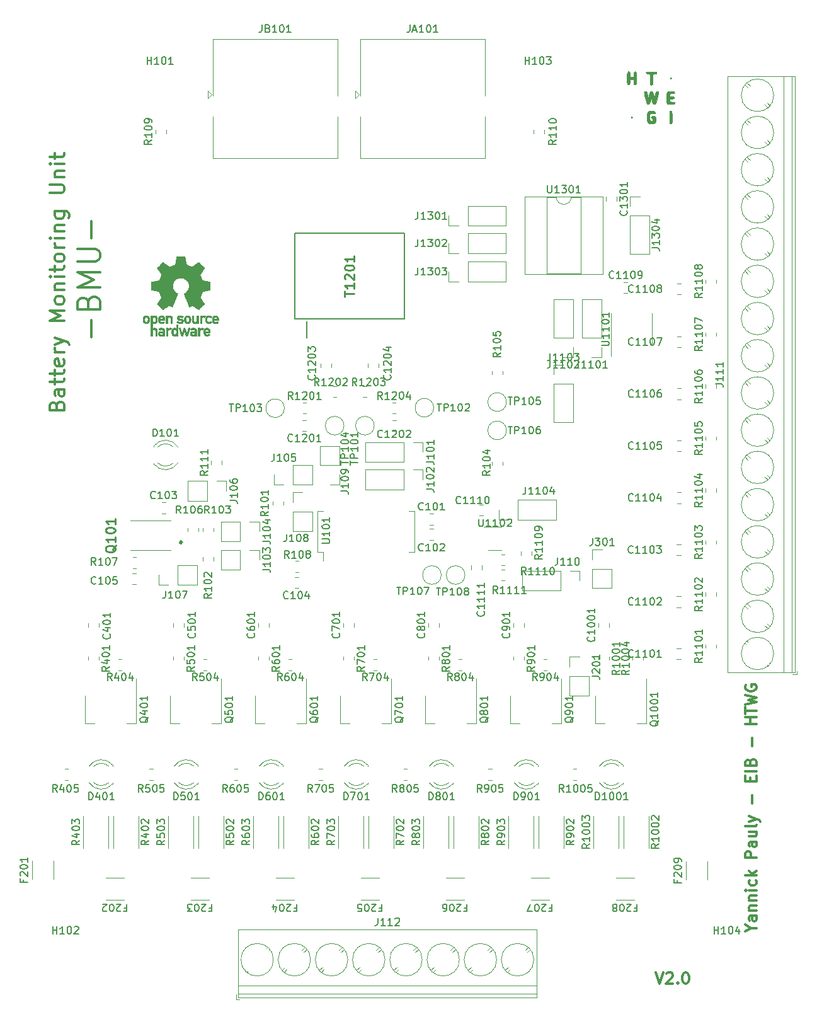
<source format=gbr>
%TF.GenerationSoftware,KiCad,Pcbnew,5.1.7-a382d34a8~87~ubuntu20.04.1*%
%TF.CreationDate,2020-11-04T11:31:22+01:00*%
%TF.ProjectId,BatteryMonitoringUnit_BMU,42617474-6572-4794-9d6f-6e69746f7269,2.0*%
%TF.SameCoordinates,Original*%
%TF.FileFunction,Legend,Top*%
%TF.FilePolarity,Positive*%
%FSLAX46Y46*%
G04 Gerber Fmt 4.6, Leading zero omitted, Abs format (unit mm)*
G04 Created by KiCad (PCBNEW 5.1.7-a382d34a8~87~ubuntu20.04.1) date 2020-11-04 11:31:22*
%MOMM*%
%LPD*%
G01*
G04 APERTURE LIST*
%ADD10C,0.300000*%
%ADD11C,0.010000*%
%ADD12C,0.120000*%
%ADD13C,0.200000*%
%ADD14C,0.100000*%
%ADD15C,0.150000*%
%ADD16C,0.254000*%
G04 APERTURE END LIST*
D10*
X119253285Y-149927571D02*
X119753285Y-151427571D01*
X120253285Y-149927571D01*
X120681857Y-150070428D02*
X120753285Y-149999000D01*
X120896142Y-149927571D01*
X121253285Y-149927571D01*
X121396142Y-149999000D01*
X121467571Y-150070428D01*
X121539000Y-150213285D01*
X121539000Y-150356142D01*
X121467571Y-150570428D01*
X120610428Y-151427571D01*
X121539000Y-151427571D01*
X122181857Y-151284714D02*
X122253285Y-151356142D01*
X122181857Y-151427571D01*
X122110428Y-151356142D01*
X122181857Y-151284714D01*
X122181857Y-151427571D01*
X123181857Y-149927571D02*
X123324714Y-149927571D01*
X123467571Y-149999000D01*
X123539000Y-150070428D01*
X123610428Y-150213285D01*
X123681857Y-150499000D01*
X123681857Y-150856142D01*
X123610428Y-151141857D01*
X123539000Y-151284714D01*
X123467571Y-151356142D01*
X123324714Y-151427571D01*
X123181857Y-151427571D01*
X123039000Y-151356142D01*
X122967571Y-151284714D01*
X122896142Y-151141857D01*
X122824714Y-150856142D01*
X122824714Y-150499000D01*
X122896142Y-150213285D01*
X122967571Y-150070428D01*
X123039000Y-149999000D01*
X123181857Y-149927571D01*
X132044285Y-143940571D02*
X132758571Y-143940571D01*
X131258571Y-144440571D02*
X132044285Y-143940571D01*
X131258571Y-143440571D01*
X132758571Y-142297714D02*
X131972857Y-142297714D01*
X131830000Y-142369142D01*
X131758571Y-142512000D01*
X131758571Y-142797714D01*
X131830000Y-142940571D01*
X132687142Y-142297714D02*
X132758571Y-142440571D01*
X132758571Y-142797714D01*
X132687142Y-142940571D01*
X132544285Y-143012000D01*
X132401428Y-143012000D01*
X132258571Y-142940571D01*
X132187142Y-142797714D01*
X132187142Y-142440571D01*
X132115714Y-142297714D01*
X131758571Y-141583428D02*
X132758571Y-141583428D01*
X131901428Y-141583428D02*
X131830000Y-141512000D01*
X131758571Y-141369142D01*
X131758571Y-141154857D01*
X131830000Y-141012000D01*
X131972857Y-140940571D01*
X132758571Y-140940571D01*
X131758571Y-140226285D02*
X132758571Y-140226285D01*
X131901428Y-140226285D02*
X131830000Y-140154857D01*
X131758571Y-140012000D01*
X131758571Y-139797714D01*
X131830000Y-139654857D01*
X131972857Y-139583428D01*
X132758571Y-139583428D01*
X132758571Y-138869142D02*
X131758571Y-138869142D01*
X131258571Y-138869142D02*
X131330000Y-138940571D01*
X131401428Y-138869142D01*
X131330000Y-138797714D01*
X131258571Y-138869142D01*
X131401428Y-138869142D01*
X132687142Y-137512000D02*
X132758571Y-137654857D01*
X132758571Y-137940571D01*
X132687142Y-138083428D01*
X132615714Y-138154857D01*
X132472857Y-138226285D01*
X132044285Y-138226285D01*
X131901428Y-138154857D01*
X131830000Y-138083428D01*
X131758571Y-137940571D01*
X131758571Y-137654857D01*
X131830000Y-137512000D01*
X132758571Y-136869142D02*
X131258571Y-136869142D01*
X132187142Y-136726285D02*
X132758571Y-136297714D01*
X131758571Y-136297714D02*
X132330000Y-136869142D01*
X132758571Y-134512000D02*
X131258571Y-134512000D01*
X131258571Y-133940571D01*
X131330000Y-133797714D01*
X131401428Y-133726285D01*
X131544285Y-133654857D01*
X131758571Y-133654857D01*
X131901428Y-133726285D01*
X131972857Y-133797714D01*
X132044285Y-133940571D01*
X132044285Y-134512000D01*
X132758571Y-132369142D02*
X131972857Y-132369142D01*
X131830000Y-132440571D01*
X131758571Y-132583428D01*
X131758571Y-132869142D01*
X131830000Y-133012000D01*
X132687142Y-132369142D02*
X132758571Y-132512000D01*
X132758571Y-132869142D01*
X132687142Y-133012000D01*
X132544285Y-133083428D01*
X132401428Y-133083428D01*
X132258571Y-133012000D01*
X132187142Y-132869142D01*
X132187142Y-132512000D01*
X132115714Y-132369142D01*
X131758571Y-131012000D02*
X132758571Y-131012000D01*
X131758571Y-131654857D02*
X132544285Y-131654857D01*
X132687142Y-131583428D01*
X132758571Y-131440571D01*
X132758571Y-131226285D01*
X132687142Y-131083428D01*
X132615714Y-131012000D01*
X132758571Y-130083428D02*
X132687142Y-130226285D01*
X132544285Y-130297714D01*
X131258571Y-130297714D01*
X131758571Y-129654857D02*
X132758571Y-129297714D01*
X131758571Y-128940571D02*
X132758571Y-129297714D01*
X133115714Y-129440571D01*
X133187142Y-129512000D01*
X133258571Y-129654857D01*
X132187142Y-127226285D02*
X132187142Y-126083428D01*
X131972857Y-124226285D02*
X131972857Y-123726285D01*
X132758571Y-123512000D02*
X132758571Y-124226285D01*
X131258571Y-124226285D01*
X131258571Y-123512000D01*
X132758571Y-122869142D02*
X131258571Y-122869142D01*
X131972857Y-121654857D02*
X132044285Y-121440571D01*
X132115714Y-121369142D01*
X132258571Y-121297714D01*
X132472857Y-121297714D01*
X132615714Y-121369142D01*
X132687142Y-121440571D01*
X132758571Y-121583428D01*
X132758571Y-122154857D01*
X131258571Y-122154857D01*
X131258571Y-121654857D01*
X131330000Y-121512000D01*
X131401428Y-121440571D01*
X131544285Y-121369142D01*
X131687142Y-121369142D01*
X131830000Y-121440571D01*
X131901428Y-121512000D01*
X131972857Y-121654857D01*
X131972857Y-122154857D01*
X132187142Y-119512000D02*
X132187142Y-118369142D01*
X132758571Y-116512000D02*
X131258571Y-116512000D01*
X131972857Y-116512000D02*
X131972857Y-115654857D01*
X132758571Y-115654857D02*
X131258571Y-115654857D01*
X131258571Y-115154857D02*
X131258571Y-114297714D01*
X132758571Y-114726285D02*
X131258571Y-114726285D01*
X131258571Y-113940571D02*
X132758571Y-113583428D01*
X131687142Y-113297714D01*
X132758571Y-113012000D01*
X131258571Y-112654857D01*
X131330000Y-111297714D02*
X131258571Y-111440571D01*
X131258571Y-111654857D01*
X131330000Y-111869142D01*
X131472857Y-112012000D01*
X131615714Y-112083428D01*
X131901428Y-112154857D01*
X132115714Y-112154857D01*
X132401428Y-112083428D01*
X132544285Y-112012000D01*
X132687142Y-111869142D01*
X132758571Y-111654857D01*
X132758571Y-111512000D01*
X132687142Y-111297714D01*
X132615714Y-111226285D01*
X132115714Y-111226285D01*
X132115714Y-111512000D01*
X43394285Y-64554714D02*
X43394285Y-62269000D01*
X42965714Y-59840428D02*
X43108571Y-59411857D01*
X43251428Y-59269000D01*
X43537142Y-59126142D01*
X43965714Y-59126142D01*
X44251428Y-59269000D01*
X44394285Y-59411857D01*
X44537142Y-59697571D01*
X44537142Y-60840428D01*
X41537142Y-60840428D01*
X41537142Y-59840428D01*
X41680000Y-59554714D01*
X41822857Y-59411857D01*
X42108571Y-59269000D01*
X42394285Y-59269000D01*
X42680000Y-59411857D01*
X42822857Y-59554714D01*
X42965714Y-59840428D01*
X42965714Y-60840428D01*
X44537142Y-57840428D02*
X41537142Y-57840428D01*
X43680000Y-56840428D01*
X41537142Y-55840428D01*
X44537142Y-55840428D01*
X41537142Y-54411857D02*
X43965714Y-54411857D01*
X44251428Y-54269000D01*
X44394285Y-54126142D01*
X44537142Y-53840428D01*
X44537142Y-53269000D01*
X44394285Y-52983285D01*
X44251428Y-52840428D01*
X43965714Y-52697571D01*
X41537142Y-52697571D01*
X43394285Y-51269000D02*
X43394285Y-48983285D01*
X38719142Y-73753190D02*
X38814380Y-73467476D01*
X38909619Y-73372238D01*
X39100095Y-73277000D01*
X39385809Y-73277000D01*
X39576285Y-73372238D01*
X39671523Y-73467476D01*
X39766761Y-73657952D01*
X39766761Y-74419857D01*
X37766761Y-74419857D01*
X37766761Y-73753190D01*
X37862000Y-73562714D01*
X37957238Y-73467476D01*
X38147714Y-73372238D01*
X38338190Y-73372238D01*
X38528666Y-73467476D01*
X38623904Y-73562714D01*
X38719142Y-73753190D01*
X38719142Y-74419857D01*
X39766761Y-71562714D02*
X38719142Y-71562714D01*
X38528666Y-71657952D01*
X38433428Y-71848428D01*
X38433428Y-72229380D01*
X38528666Y-72419857D01*
X39671523Y-71562714D02*
X39766761Y-71753190D01*
X39766761Y-72229380D01*
X39671523Y-72419857D01*
X39481047Y-72515095D01*
X39290571Y-72515095D01*
X39100095Y-72419857D01*
X39004857Y-72229380D01*
X39004857Y-71753190D01*
X38909619Y-71562714D01*
X38433428Y-70896047D02*
X38433428Y-70134142D01*
X37766761Y-70610333D02*
X39481047Y-70610333D01*
X39671523Y-70515095D01*
X39766761Y-70324619D01*
X39766761Y-70134142D01*
X38433428Y-69753190D02*
X38433428Y-68991285D01*
X37766761Y-69467476D02*
X39481047Y-69467476D01*
X39671523Y-69372238D01*
X39766761Y-69181761D01*
X39766761Y-68991285D01*
X39671523Y-67562714D02*
X39766761Y-67753190D01*
X39766761Y-68134142D01*
X39671523Y-68324619D01*
X39481047Y-68419857D01*
X38719142Y-68419857D01*
X38528666Y-68324619D01*
X38433428Y-68134142D01*
X38433428Y-67753190D01*
X38528666Y-67562714D01*
X38719142Y-67467476D01*
X38909619Y-67467476D01*
X39100095Y-68419857D01*
X39766761Y-66610333D02*
X38433428Y-66610333D01*
X38814380Y-66610333D02*
X38623904Y-66515095D01*
X38528666Y-66419857D01*
X38433428Y-66229380D01*
X38433428Y-66038904D01*
X38433428Y-65562714D02*
X39766761Y-65086523D01*
X38433428Y-64610333D02*
X39766761Y-65086523D01*
X40242952Y-65277000D01*
X40338190Y-65372238D01*
X40433428Y-65562714D01*
X39766761Y-62324619D02*
X37766761Y-62324619D01*
X39195333Y-61657952D01*
X37766761Y-60991285D01*
X39766761Y-60991285D01*
X39766761Y-59753190D02*
X39671523Y-59943666D01*
X39576285Y-60038904D01*
X39385809Y-60134142D01*
X38814380Y-60134142D01*
X38623904Y-60038904D01*
X38528666Y-59943666D01*
X38433428Y-59753190D01*
X38433428Y-59467476D01*
X38528666Y-59277000D01*
X38623904Y-59181761D01*
X38814380Y-59086523D01*
X39385809Y-59086523D01*
X39576285Y-59181761D01*
X39671523Y-59277000D01*
X39766761Y-59467476D01*
X39766761Y-59753190D01*
X38433428Y-58229380D02*
X39766761Y-58229380D01*
X38623904Y-58229380D02*
X38528666Y-58134142D01*
X38433428Y-57943666D01*
X38433428Y-57657952D01*
X38528666Y-57467476D01*
X38719142Y-57372238D01*
X39766761Y-57372238D01*
X39766761Y-56419857D02*
X38433428Y-56419857D01*
X37766761Y-56419857D02*
X37862000Y-56515095D01*
X37957238Y-56419857D01*
X37862000Y-56324619D01*
X37766761Y-56419857D01*
X37957238Y-56419857D01*
X38433428Y-55753190D02*
X38433428Y-54991285D01*
X37766761Y-55467476D02*
X39481047Y-55467476D01*
X39671523Y-55372238D01*
X39766761Y-55181761D01*
X39766761Y-54991285D01*
X39766761Y-54038904D02*
X39671523Y-54229380D01*
X39576285Y-54324619D01*
X39385809Y-54419857D01*
X38814380Y-54419857D01*
X38623904Y-54324619D01*
X38528666Y-54229380D01*
X38433428Y-54038904D01*
X38433428Y-53753190D01*
X38528666Y-53562714D01*
X38623904Y-53467476D01*
X38814380Y-53372238D01*
X39385809Y-53372238D01*
X39576285Y-53467476D01*
X39671523Y-53562714D01*
X39766761Y-53753190D01*
X39766761Y-54038904D01*
X39766761Y-52515095D02*
X38433428Y-52515095D01*
X38814380Y-52515095D02*
X38623904Y-52419857D01*
X38528666Y-52324619D01*
X38433428Y-52134142D01*
X38433428Y-51943666D01*
X39766761Y-51277000D02*
X38433428Y-51277000D01*
X37766761Y-51277000D02*
X37862000Y-51372238D01*
X37957238Y-51277000D01*
X37862000Y-51181761D01*
X37766761Y-51277000D01*
X37957238Y-51277000D01*
X38433428Y-50324619D02*
X39766761Y-50324619D01*
X38623904Y-50324619D02*
X38528666Y-50229380D01*
X38433428Y-50038904D01*
X38433428Y-49753190D01*
X38528666Y-49562714D01*
X38719142Y-49467476D01*
X39766761Y-49467476D01*
X38433428Y-47657952D02*
X40052476Y-47657952D01*
X40242952Y-47753190D01*
X40338190Y-47848428D01*
X40433428Y-48038904D01*
X40433428Y-48324619D01*
X40338190Y-48515095D01*
X39671523Y-47657952D02*
X39766761Y-47848428D01*
X39766761Y-48229380D01*
X39671523Y-48419857D01*
X39576285Y-48515095D01*
X39385809Y-48610333D01*
X38814380Y-48610333D01*
X38623904Y-48515095D01*
X38528666Y-48419857D01*
X38433428Y-48229380D01*
X38433428Y-47848428D01*
X38528666Y-47657952D01*
X37766761Y-45181761D02*
X39385809Y-45181761D01*
X39576285Y-45086523D01*
X39671523Y-44991285D01*
X39766761Y-44800809D01*
X39766761Y-44419857D01*
X39671523Y-44229380D01*
X39576285Y-44134142D01*
X39385809Y-44038904D01*
X37766761Y-44038904D01*
X38433428Y-43086523D02*
X39766761Y-43086523D01*
X38623904Y-43086523D02*
X38528666Y-42991285D01*
X38433428Y-42800809D01*
X38433428Y-42515095D01*
X38528666Y-42324619D01*
X38719142Y-42229380D01*
X39766761Y-42229380D01*
X39766761Y-41277000D02*
X38433428Y-41277000D01*
X37766761Y-41277000D02*
X37862000Y-41372238D01*
X37957238Y-41277000D01*
X37862000Y-41181761D01*
X37766761Y-41277000D01*
X37957238Y-41277000D01*
X38433428Y-40610333D02*
X38433428Y-39848428D01*
X37766761Y-40324619D02*
X39481047Y-40324619D01*
X39671523Y-40229380D01*
X39766761Y-40038904D01*
X39766761Y-39848428D01*
D11*
%TO.C,L102*%
G36*
X52850147Y-63322112D02*
G01*
X52926596Y-63332576D01*
X52991340Y-63350661D01*
X53046340Y-63376916D01*
X53093556Y-63411890D01*
X53093630Y-63411956D01*
X53137892Y-63462515D01*
X53168801Y-63522870D01*
X53186739Y-63593778D01*
X53187267Y-63597367D01*
X53189091Y-63618591D01*
X53190788Y-63654616D01*
X53192314Y-63703307D01*
X53193626Y-63762534D01*
X53194680Y-63830162D01*
X53195432Y-63904060D01*
X53195839Y-63982093D01*
X53195898Y-64018584D01*
X53196066Y-64380534D01*
X52984400Y-64380534D01*
X52984400Y-64338200D01*
X52983591Y-64314044D01*
X52981524Y-64298717D01*
X52979907Y-64295867D01*
X52972146Y-64301658D01*
X52957671Y-64316314D01*
X52949763Y-64325083D01*
X52914936Y-64354008D01*
X52867776Y-64374918D01*
X52807203Y-64388171D01*
X52743347Y-64393729D01*
X52674040Y-64393717D01*
X52616924Y-64387552D01*
X52605526Y-64385215D01*
X52531752Y-64360787D01*
X52468839Y-64324142D01*
X52417695Y-64276189D01*
X52379225Y-64217840D01*
X52354337Y-64150002D01*
X52349786Y-64128665D01*
X52345133Y-64063240D01*
X52548366Y-64063240D01*
X52549445Y-64095035D01*
X52553786Y-64115934D01*
X52563048Y-64131902D01*
X52569533Y-64139356D01*
X52607347Y-64169823D01*
X52654753Y-64189221D01*
X52678778Y-64194570D01*
X52710702Y-64197645D01*
X52753157Y-64198208D01*
X52799970Y-64196526D01*
X52844968Y-64192868D01*
X52881979Y-64187503D01*
X52891818Y-64185294D01*
X52925059Y-64171457D01*
X52949877Y-64148212D01*
X52967204Y-64113795D01*
X52977974Y-64066441D01*
X52982734Y-64013405D01*
X52986762Y-63929745D01*
X52822598Y-63933372D01*
X52763863Y-63934867D01*
X52719273Y-63936595D01*
X52686038Y-63938846D01*
X52661369Y-63941908D01*
X52642478Y-63946070D01*
X52626574Y-63951621D01*
X52620333Y-63954338D01*
X52584710Y-63973489D01*
X52562824Y-63994365D01*
X52551705Y-64021461D01*
X52548384Y-64059268D01*
X52548366Y-64063240D01*
X52345133Y-64063240D01*
X52344787Y-64058390D01*
X52354785Y-63991026D01*
X52378675Y-63928892D01*
X52415349Y-63874304D01*
X52463702Y-63829579D01*
X52504272Y-63805200D01*
X52534294Y-63791648D01*
X52563915Y-63781223D01*
X52595951Y-63773537D01*
X52633220Y-63768205D01*
X52678538Y-63764841D01*
X52734723Y-63763060D01*
X52804592Y-63762475D01*
X52816222Y-63762467D01*
X52984400Y-63762467D01*
X52984214Y-63692617D01*
X52981578Y-63638019D01*
X52972789Y-63596009D01*
X52956035Y-63564965D01*
X52929503Y-63543267D01*
X52891381Y-63529295D01*
X52839855Y-63521428D01*
X52789442Y-63518496D01*
X52730087Y-63517856D01*
X52684185Y-63520870D01*
X52648510Y-63528260D01*
X52619838Y-63540749D01*
X52594944Y-63559061D01*
X52590570Y-63563074D01*
X52560088Y-63591822D01*
X52482260Y-63532448D01*
X52451317Y-63508472D01*
X52425775Y-63487982D01*
X52408420Y-63473260D01*
X52402073Y-63466757D01*
X52406476Y-63457272D01*
X52421145Y-63440879D01*
X52442644Y-63420620D01*
X52467538Y-63399540D01*
X52492393Y-63380682D01*
X52513773Y-63367091D01*
X52515668Y-63366097D01*
X52561469Y-63345670D01*
X52608134Y-63331620D01*
X52660122Y-63323084D01*
X52721894Y-63319195D01*
X52760033Y-63318723D01*
X52850147Y-63322112D01*
G37*
X52850147Y-63322112D02*
X52926596Y-63332576D01*
X52991340Y-63350661D01*
X53046340Y-63376916D01*
X53093556Y-63411890D01*
X53093630Y-63411956D01*
X53137892Y-63462515D01*
X53168801Y-63522870D01*
X53186739Y-63593778D01*
X53187267Y-63597367D01*
X53189091Y-63618591D01*
X53190788Y-63654616D01*
X53192314Y-63703307D01*
X53193626Y-63762534D01*
X53194680Y-63830162D01*
X53195432Y-63904060D01*
X53195839Y-63982093D01*
X53195898Y-64018584D01*
X53196066Y-64380534D01*
X52984400Y-64380534D01*
X52984400Y-64338200D01*
X52983591Y-64314044D01*
X52981524Y-64298717D01*
X52979907Y-64295867D01*
X52972146Y-64301658D01*
X52957671Y-64316314D01*
X52949763Y-64325083D01*
X52914936Y-64354008D01*
X52867776Y-64374918D01*
X52807203Y-64388171D01*
X52743347Y-64393729D01*
X52674040Y-64393717D01*
X52616924Y-64387552D01*
X52605526Y-64385215D01*
X52531752Y-64360787D01*
X52468839Y-64324142D01*
X52417695Y-64276189D01*
X52379225Y-64217840D01*
X52354337Y-64150002D01*
X52349786Y-64128665D01*
X52345133Y-64063240D01*
X52548366Y-64063240D01*
X52549445Y-64095035D01*
X52553786Y-64115934D01*
X52563048Y-64131902D01*
X52569533Y-64139356D01*
X52607347Y-64169823D01*
X52654753Y-64189221D01*
X52678778Y-64194570D01*
X52710702Y-64197645D01*
X52753157Y-64198208D01*
X52799970Y-64196526D01*
X52844968Y-64192868D01*
X52881979Y-64187503D01*
X52891818Y-64185294D01*
X52925059Y-64171457D01*
X52949877Y-64148212D01*
X52967204Y-64113795D01*
X52977974Y-64066441D01*
X52982734Y-64013405D01*
X52986762Y-63929745D01*
X52822598Y-63933372D01*
X52763863Y-63934867D01*
X52719273Y-63936595D01*
X52686038Y-63938846D01*
X52661369Y-63941908D01*
X52642478Y-63946070D01*
X52626574Y-63951621D01*
X52620333Y-63954338D01*
X52584710Y-63973489D01*
X52562824Y-63994365D01*
X52551705Y-64021461D01*
X52548384Y-64059268D01*
X52548366Y-64063240D01*
X52345133Y-64063240D01*
X52344787Y-64058390D01*
X52354785Y-63991026D01*
X52378675Y-63928892D01*
X52415349Y-63874304D01*
X52463702Y-63829579D01*
X52504272Y-63805200D01*
X52534294Y-63791648D01*
X52563915Y-63781223D01*
X52595951Y-63773537D01*
X52633220Y-63768205D01*
X52678538Y-63764841D01*
X52734723Y-63763060D01*
X52804592Y-63762475D01*
X52816222Y-63762467D01*
X52984400Y-63762467D01*
X52984214Y-63692617D01*
X52981578Y-63638019D01*
X52972789Y-63596009D01*
X52956035Y-63564965D01*
X52929503Y-63543267D01*
X52891381Y-63529295D01*
X52839855Y-63521428D01*
X52789442Y-63518496D01*
X52730087Y-63517856D01*
X52684185Y-63520870D01*
X52648510Y-63528260D01*
X52619838Y-63540749D01*
X52594944Y-63559061D01*
X52590570Y-63563074D01*
X52560088Y-63591822D01*
X52482260Y-63532448D01*
X52451317Y-63508472D01*
X52425775Y-63487982D01*
X52408420Y-63473260D01*
X52402073Y-63466757D01*
X52406476Y-63457272D01*
X52421145Y-63440879D01*
X52442644Y-63420620D01*
X52467538Y-63399540D01*
X52492393Y-63380682D01*
X52513773Y-63367091D01*
X52515668Y-63366097D01*
X52561469Y-63345670D01*
X52608134Y-63331620D01*
X52660122Y-63323084D01*
X52721894Y-63319195D01*
X52760033Y-63318723D01*
X52850147Y-63322112D01*
G36*
X54991000Y-64380534D02*
G01*
X54779333Y-64380534D01*
X54779333Y-64277800D01*
X54743347Y-64307288D01*
X54676941Y-64351677D01*
X54605423Y-64381002D01*
X54530862Y-64394762D01*
X54455330Y-64392457D01*
X54419499Y-64385537D01*
X54349679Y-64360060D01*
X54287498Y-64321095D01*
X54235141Y-64270644D01*
X54194790Y-64210708D01*
X54173536Y-64160162D01*
X54168670Y-64142184D01*
X54164790Y-64120383D01*
X54161735Y-64092466D01*
X54159342Y-64056138D01*
X54157449Y-64009106D01*
X54155893Y-63949076D01*
X54154897Y-63896901D01*
X54154415Y-63853144D01*
X54359402Y-63853144D01*
X54361126Y-63917505D01*
X54366127Y-63978076D01*
X54374380Y-64030848D01*
X54385858Y-64071812D01*
X54388574Y-64078313D01*
X54417243Y-64123308D01*
X54456564Y-64157803D01*
X54488395Y-64173829D01*
X54526327Y-64182164D01*
X54572149Y-64184016D01*
X54618869Y-64179765D01*
X54659498Y-64169792D01*
X54673500Y-64163764D01*
X54707460Y-64140589D01*
X54734166Y-64109207D01*
X54754161Y-64068042D01*
X54767983Y-64015522D01*
X54776173Y-63950071D01*
X54779273Y-63870117D01*
X54779333Y-63855600D01*
X54776681Y-63769927D01*
X54768291Y-63699257D01*
X54753510Y-63642441D01*
X54731685Y-63598331D01*
X54702166Y-63565779D01*
X54664299Y-63543635D01*
X54617431Y-63530752D01*
X54593070Y-63527655D01*
X54532417Y-63529078D01*
X54478686Y-63544202D01*
X54433739Y-63572037D01*
X54399436Y-63611592D01*
X54385783Y-63637979D01*
X54374145Y-63677410D01*
X54365886Y-63729087D01*
X54360980Y-63789002D01*
X54359402Y-63853144D01*
X54154415Y-63853144D01*
X54154003Y-63815885D01*
X54154247Y-63745201D01*
X54155594Y-63686585D01*
X54158008Y-63641777D01*
X54160614Y-63617501D01*
X54180075Y-63540396D01*
X54213117Y-63472942D01*
X54258788Y-63416108D01*
X54316132Y-63370861D01*
X54384195Y-63338166D01*
X54453982Y-63320248D01*
X54525728Y-63316713D01*
X54597394Y-63328989D01*
X54666000Y-63356204D01*
X54728567Y-63397485D01*
X54734370Y-63402347D01*
X54754619Y-63418954D01*
X54769490Y-63429818D01*
X54774329Y-63432267D01*
X54775553Y-63424137D01*
X54776669Y-63401093D01*
X54777639Y-63365156D01*
X54778424Y-63318344D01*
X54778987Y-63262677D01*
X54779291Y-63200176D01*
X54779333Y-63165567D01*
X54779333Y-62898867D01*
X54991000Y-62898867D01*
X54991000Y-64380534D01*
G37*
X54991000Y-64380534D02*
X54779333Y-64380534D01*
X54779333Y-64277800D01*
X54743347Y-64307288D01*
X54676941Y-64351677D01*
X54605423Y-64381002D01*
X54530862Y-64394762D01*
X54455330Y-64392457D01*
X54419499Y-64385537D01*
X54349679Y-64360060D01*
X54287498Y-64321095D01*
X54235141Y-64270644D01*
X54194790Y-64210708D01*
X54173536Y-64160162D01*
X54168670Y-64142184D01*
X54164790Y-64120383D01*
X54161735Y-64092466D01*
X54159342Y-64056138D01*
X54157449Y-64009106D01*
X54155893Y-63949076D01*
X54154897Y-63896901D01*
X54154415Y-63853144D01*
X54359402Y-63853144D01*
X54361126Y-63917505D01*
X54366127Y-63978076D01*
X54374380Y-64030848D01*
X54385858Y-64071812D01*
X54388574Y-64078313D01*
X54417243Y-64123308D01*
X54456564Y-64157803D01*
X54488395Y-64173829D01*
X54526327Y-64182164D01*
X54572149Y-64184016D01*
X54618869Y-64179765D01*
X54659498Y-64169792D01*
X54673500Y-64163764D01*
X54707460Y-64140589D01*
X54734166Y-64109207D01*
X54754161Y-64068042D01*
X54767983Y-64015522D01*
X54776173Y-63950071D01*
X54779273Y-63870117D01*
X54779333Y-63855600D01*
X54776681Y-63769927D01*
X54768291Y-63699257D01*
X54753510Y-63642441D01*
X54731685Y-63598331D01*
X54702166Y-63565779D01*
X54664299Y-63543635D01*
X54617431Y-63530752D01*
X54593070Y-63527655D01*
X54532417Y-63529078D01*
X54478686Y-63544202D01*
X54433739Y-63572037D01*
X54399436Y-63611592D01*
X54385783Y-63637979D01*
X54374145Y-63677410D01*
X54365886Y-63729087D01*
X54360980Y-63789002D01*
X54359402Y-63853144D01*
X54154415Y-63853144D01*
X54154003Y-63815885D01*
X54154247Y-63745201D01*
X54155594Y-63686585D01*
X54158008Y-63641777D01*
X54160614Y-63617501D01*
X54180075Y-63540396D01*
X54213117Y-63472942D01*
X54258788Y-63416108D01*
X54316132Y-63370861D01*
X54384195Y-63338166D01*
X54453982Y-63320248D01*
X54525728Y-63316713D01*
X54597394Y-63328989D01*
X54666000Y-63356204D01*
X54728567Y-63397485D01*
X54734370Y-63402347D01*
X54754619Y-63418954D01*
X54769490Y-63429818D01*
X54774329Y-63432267D01*
X54775553Y-63424137D01*
X54776669Y-63401093D01*
X54777639Y-63365156D01*
X54778424Y-63318344D01*
X54778987Y-63262677D01*
X54779291Y-63200176D01*
X54779333Y-63165567D01*
X54779333Y-62898867D01*
X54991000Y-62898867D01*
X54991000Y-64380534D01*
G36*
X57102758Y-63318524D02*
G01*
X57182008Y-63328897D01*
X57255581Y-63347341D01*
X57319431Y-63373741D01*
X57320875Y-63374505D01*
X57371742Y-63408048D01*
X57411344Y-63449805D01*
X57443451Y-63503817D01*
X57445477Y-63508080D01*
X57467499Y-63555034D01*
X57469922Y-63967784D01*
X57472344Y-64380534D01*
X57268533Y-64380534D01*
X57268533Y-64338200D01*
X57267771Y-64314044D01*
X57265823Y-64298717D01*
X57264299Y-64295867D01*
X57256486Y-64301361D01*
X57240777Y-64315533D01*
X57226666Y-64329267D01*
X57181815Y-64362483D01*
X57148349Y-64376393D01*
X57103462Y-64386117D01*
X57048593Y-64392095D01*
X56990328Y-64394093D01*
X56935248Y-64391880D01*
X56890935Y-64385454D01*
X56819256Y-64361949D01*
X56756384Y-64326942D01*
X56704295Y-64281986D01*
X56664969Y-64228633D01*
X56649334Y-64195861D01*
X56634352Y-64140971D01*
X56628616Y-64080322D01*
X56630482Y-64047581D01*
X56825622Y-64047581D01*
X56827211Y-64086799D01*
X56842769Y-64124152D01*
X56871808Y-64156697D01*
X56899411Y-64174792D01*
X56937195Y-64188091D01*
X56985957Y-64196180D01*
X57040565Y-64199061D01*
X57095887Y-64196740D01*
X57146792Y-64189219D01*
X57188146Y-64176503D01*
X57192333Y-64174575D01*
X57220427Y-64157299D01*
X57240201Y-64135068D01*
X57252971Y-64104889D01*
X57260056Y-64063771D01*
X57262662Y-64014807D01*
X57264299Y-63936034D01*
X57111899Y-63936034D01*
X57046678Y-63936358D01*
X56995881Y-63937599D01*
X56957007Y-63940155D01*
X56927554Y-63944429D01*
X56905021Y-63950818D01*
X56886907Y-63959725D01*
X56870709Y-63971548D01*
X56866303Y-63975325D01*
X56838489Y-64009442D01*
X56825622Y-64047581D01*
X56630482Y-64047581D01*
X56632064Y-64019842D01*
X56644632Y-63965455D01*
X56651957Y-63947251D01*
X56689695Y-63884983D01*
X56738812Y-63835129D01*
X56798671Y-63798175D01*
X56868634Y-63774607D01*
X56882738Y-63771733D01*
X56907122Y-63768821D01*
X56944791Y-63766284D01*
X56992097Y-63764277D01*
X57045393Y-63762953D01*
X57101031Y-63762467D01*
X57270840Y-63762467D01*
X57266597Y-63681352D01*
X57262668Y-63633870D01*
X57255475Y-63599431D01*
X57243240Y-63574210D01*
X57224179Y-63554383D01*
X57199914Y-63538103D01*
X57183238Y-63530194D01*
X57162409Y-63524751D01*
X57133658Y-63521181D01*
X57093211Y-63518889D01*
X57073575Y-63518217D01*
X57013389Y-63517792D01*
X56966649Y-63521113D01*
X56930142Y-63528896D01*
X56900652Y-63541857D01*
X56874966Y-63560712D01*
X56872365Y-63563057D01*
X56841625Y-63591229D01*
X56762979Y-63531185D01*
X56732148Y-63507249D01*
X56706991Y-63486961D01*
X56690169Y-63472520D01*
X56684333Y-63466202D01*
X56690725Y-63455151D01*
X56707544Y-63437511D01*
X56731252Y-63416271D01*
X56758311Y-63394422D01*
X56785185Y-63374954D01*
X56808335Y-63360855D01*
X56809951Y-63360033D01*
X56871430Y-63336977D01*
X56943422Y-63322449D01*
X57021881Y-63316337D01*
X57102758Y-63318524D01*
G37*
X57102758Y-63318524D02*
X57182008Y-63328897D01*
X57255581Y-63347341D01*
X57319431Y-63373741D01*
X57320875Y-63374505D01*
X57371742Y-63408048D01*
X57411344Y-63449805D01*
X57443451Y-63503817D01*
X57445477Y-63508080D01*
X57467499Y-63555034D01*
X57469922Y-63967784D01*
X57472344Y-64380534D01*
X57268533Y-64380534D01*
X57268533Y-64338200D01*
X57267771Y-64314044D01*
X57265823Y-64298717D01*
X57264299Y-64295867D01*
X57256486Y-64301361D01*
X57240777Y-64315533D01*
X57226666Y-64329267D01*
X57181815Y-64362483D01*
X57148349Y-64376393D01*
X57103462Y-64386117D01*
X57048593Y-64392095D01*
X56990328Y-64394093D01*
X56935248Y-64391880D01*
X56890935Y-64385454D01*
X56819256Y-64361949D01*
X56756384Y-64326942D01*
X56704295Y-64281986D01*
X56664969Y-64228633D01*
X56649334Y-64195861D01*
X56634352Y-64140971D01*
X56628616Y-64080322D01*
X56630482Y-64047581D01*
X56825622Y-64047581D01*
X56827211Y-64086799D01*
X56842769Y-64124152D01*
X56871808Y-64156697D01*
X56899411Y-64174792D01*
X56937195Y-64188091D01*
X56985957Y-64196180D01*
X57040565Y-64199061D01*
X57095887Y-64196740D01*
X57146792Y-64189219D01*
X57188146Y-64176503D01*
X57192333Y-64174575D01*
X57220427Y-64157299D01*
X57240201Y-64135068D01*
X57252971Y-64104889D01*
X57260056Y-64063771D01*
X57262662Y-64014807D01*
X57264299Y-63936034D01*
X57111899Y-63936034D01*
X57046678Y-63936358D01*
X56995881Y-63937599D01*
X56957007Y-63940155D01*
X56927554Y-63944429D01*
X56905021Y-63950818D01*
X56886907Y-63959725D01*
X56870709Y-63971548D01*
X56866303Y-63975325D01*
X56838489Y-64009442D01*
X56825622Y-64047581D01*
X56630482Y-64047581D01*
X56632064Y-64019842D01*
X56644632Y-63965455D01*
X56651957Y-63947251D01*
X56689695Y-63884983D01*
X56738812Y-63835129D01*
X56798671Y-63798175D01*
X56868634Y-63774607D01*
X56882738Y-63771733D01*
X56907122Y-63768821D01*
X56944791Y-63766284D01*
X56992097Y-63764277D01*
X57045393Y-63762953D01*
X57101031Y-63762467D01*
X57270840Y-63762467D01*
X57266597Y-63681352D01*
X57262668Y-63633870D01*
X57255475Y-63599431D01*
X57243240Y-63574210D01*
X57224179Y-63554383D01*
X57199914Y-63538103D01*
X57183238Y-63530194D01*
X57162409Y-63524751D01*
X57133658Y-63521181D01*
X57093211Y-63518889D01*
X57073575Y-63518217D01*
X57013389Y-63517792D01*
X56966649Y-63521113D01*
X56930142Y-63528896D01*
X56900652Y-63541857D01*
X56874966Y-63560712D01*
X56872365Y-63563057D01*
X56841625Y-63591229D01*
X56762979Y-63531185D01*
X56732148Y-63507249D01*
X56706991Y-63486961D01*
X56690169Y-63472520D01*
X56684333Y-63466202D01*
X56690725Y-63455151D01*
X56707544Y-63437511D01*
X56731252Y-63416271D01*
X56758311Y-63394422D01*
X56785185Y-63374954D01*
X56808335Y-63360855D01*
X56809951Y-63360033D01*
X56871430Y-63336977D01*
X56943422Y-63322449D01*
X57021881Y-63316337D01*
X57102758Y-63318524D01*
G36*
X58967948Y-63328405D02*
G01*
X59045094Y-63354064D01*
X59115560Y-63392835D01*
X59172461Y-63439881D01*
X59217231Y-63491639D01*
X59251461Y-63547476D01*
X59275999Y-63609903D01*
X59291695Y-63681430D01*
X59299395Y-63764568D01*
X59300533Y-63818855D01*
X59300533Y-63931800D01*
X58637801Y-63931800D01*
X58643445Y-63979814D01*
X58658601Y-64044067D01*
X58686840Y-64098776D01*
X58726519Y-64142755D01*
X58775993Y-64174815D01*
X58833616Y-64193768D01*
X58897745Y-64198427D01*
X58939590Y-64193700D01*
X58980227Y-64183176D01*
X59022641Y-64167021D01*
X59061497Y-64147710D01*
X59091457Y-64127715D01*
X59100762Y-64118993D01*
X59115022Y-64105944D01*
X59124652Y-64101134D01*
X59133994Y-64106318D01*
X59152481Y-64120050D01*
X59176891Y-64139598D01*
X59204006Y-64162229D01*
X59230607Y-64185211D01*
X59253473Y-64205811D01*
X59269386Y-64221298D01*
X59275133Y-64228845D01*
X59268443Y-64240288D01*
X59250569Y-64257965D01*
X59224805Y-64279326D01*
X59194446Y-64301823D01*
X59162785Y-64322907D01*
X59133118Y-64340031D01*
X59128192Y-64342521D01*
X59042898Y-64375265D01*
X58951979Y-64393044D01*
X58858499Y-64395430D01*
X58798996Y-64388722D01*
X58714770Y-64367151D01*
X58641385Y-64332607D01*
X58578803Y-64285052D01*
X58526987Y-64224450D01*
X58485901Y-64150763D01*
X58455507Y-64063955D01*
X58448985Y-64037634D01*
X58440318Y-63984515D01*
X58435194Y-63920508D01*
X58433627Y-63851287D01*
X58435628Y-63782525D01*
X58437415Y-63762467D01*
X58637969Y-63762467D01*
X59088866Y-63762467D01*
X59088866Y-63738604D01*
X59086427Y-63716332D01*
X59080239Y-63686919D01*
X59076250Y-63672256D01*
X59051633Y-63615014D01*
X59015899Y-63570415D01*
X58969741Y-63538968D01*
X58913853Y-63521184D01*
X58864954Y-63517119D01*
X58810120Y-63521637D01*
X58765651Y-63536121D01*
X58726983Y-63562541D01*
X58702679Y-63587184D01*
X58677551Y-63620585D01*
X58660139Y-63656893D01*
X58648036Y-63701787D01*
X58643653Y-63726484D01*
X58637969Y-63762467D01*
X58437415Y-63762467D01*
X58441208Y-63719893D01*
X58448239Y-63678098D01*
X58475001Y-63590047D01*
X58513640Y-63512706D01*
X58563318Y-63446915D01*
X58623191Y-63393514D01*
X58692419Y-63353344D01*
X58770160Y-63327246D01*
X58806217Y-63320527D01*
X58887273Y-63316884D01*
X58967948Y-63328405D01*
G37*
X58967948Y-63328405D02*
X59045094Y-63354064D01*
X59115560Y-63392835D01*
X59172461Y-63439881D01*
X59217231Y-63491639D01*
X59251461Y-63547476D01*
X59275999Y-63609903D01*
X59291695Y-63681430D01*
X59299395Y-63764568D01*
X59300533Y-63818855D01*
X59300533Y-63931800D01*
X58637801Y-63931800D01*
X58643445Y-63979814D01*
X58658601Y-64044067D01*
X58686840Y-64098776D01*
X58726519Y-64142755D01*
X58775993Y-64174815D01*
X58833616Y-64193768D01*
X58897745Y-64198427D01*
X58939590Y-64193700D01*
X58980227Y-64183176D01*
X59022641Y-64167021D01*
X59061497Y-64147710D01*
X59091457Y-64127715D01*
X59100762Y-64118993D01*
X59115022Y-64105944D01*
X59124652Y-64101134D01*
X59133994Y-64106318D01*
X59152481Y-64120050D01*
X59176891Y-64139598D01*
X59204006Y-64162229D01*
X59230607Y-64185211D01*
X59253473Y-64205811D01*
X59269386Y-64221298D01*
X59275133Y-64228845D01*
X59268443Y-64240288D01*
X59250569Y-64257965D01*
X59224805Y-64279326D01*
X59194446Y-64301823D01*
X59162785Y-64322907D01*
X59133118Y-64340031D01*
X59128192Y-64342521D01*
X59042898Y-64375265D01*
X58951979Y-64393044D01*
X58858499Y-64395430D01*
X58798996Y-64388722D01*
X58714770Y-64367151D01*
X58641385Y-64332607D01*
X58578803Y-64285052D01*
X58526987Y-64224450D01*
X58485901Y-64150763D01*
X58455507Y-64063955D01*
X58448985Y-64037634D01*
X58440318Y-63984515D01*
X58435194Y-63920508D01*
X58433627Y-63851287D01*
X58435628Y-63782525D01*
X58437415Y-63762467D01*
X58637969Y-63762467D01*
X59088866Y-63762467D01*
X59088866Y-63738604D01*
X59086427Y-63716332D01*
X59080239Y-63686919D01*
X59076250Y-63672256D01*
X59051633Y-63615014D01*
X59015899Y-63570415D01*
X58969741Y-63538968D01*
X58913853Y-63521184D01*
X58864954Y-63517119D01*
X58810120Y-63521637D01*
X58765651Y-63536121D01*
X58726983Y-63562541D01*
X58702679Y-63587184D01*
X58677551Y-63620585D01*
X58660139Y-63656893D01*
X58648036Y-63701787D01*
X58643653Y-63726484D01*
X58637969Y-63762467D01*
X58437415Y-63762467D01*
X58441208Y-63719893D01*
X58448239Y-63678098D01*
X58475001Y-63590047D01*
X58513640Y-63512706D01*
X58563318Y-63446915D01*
X58623191Y-63393514D01*
X58692419Y-63353344D01*
X58770160Y-63327246D01*
X58806217Y-63320527D01*
X58887273Y-63316884D01*
X58967948Y-63328405D01*
G36*
X51916319Y-61653606D02*
G01*
X51987070Y-61676621D01*
X52050020Y-61714238D01*
X52103966Y-61765851D01*
X52121045Y-61787872D01*
X52138282Y-61813025D01*
X52151984Y-61836584D01*
X52162602Y-61860946D01*
X52170588Y-61888509D01*
X52176393Y-61921668D01*
X52180469Y-61962823D01*
X52183266Y-62014370D01*
X52185237Y-62078706D01*
X52186411Y-62134995D01*
X52187480Y-62229990D01*
X52186567Y-62310057D01*
X52183265Y-62377129D01*
X52177169Y-62433138D01*
X52167876Y-62480018D01*
X52154979Y-62519699D01*
X52138074Y-62554114D01*
X52116756Y-62585196D01*
X52090620Y-62614877D01*
X52084534Y-62621059D01*
X52026134Y-62668486D01*
X51961043Y-62700426D01*
X51888632Y-62717157D01*
X51862177Y-62719433D01*
X51791990Y-62718001D01*
X51728974Y-62704907D01*
X51669091Y-62678789D01*
X51608301Y-62638281D01*
X51597983Y-62630182D01*
X51562000Y-62601400D01*
X51561569Y-62980850D01*
X51561378Y-63060783D01*
X51561006Y-63136598D01*
X51560474Y-63206381D01*
X51559807Y-63268219D01*
X51559028Y-63320198D01*
X51558159Y-63360403D01*
X51557224Y-63386921D01*
X51556547Y-63396284D01*
X51554956Y-63418152D01*
X51556350Y-63430917D01*
X51557748Y-63432267D01*
X51566902Y-63427187D01*
X51584268Y-63414123D01*
X51598496Y-63402347D01*
X51660399Y-63359514D01*
X51726791Y-63331561D01*
X51795624Y-63317861D01*
X51864848Y-63317786D01*
X51932415Y-63330711D01*
X51996276Y-63356009D01*
X52054381Y-63393053D01*
X52104683Y-63441217D01*
X52145132Y-63499874D01*
X52173680Y-63568398D01*
X52176722Y-63579165D01*
X52179674Y-63594071D01*
X52182122Y-63615564D01*
X52184105Y-63645040D01*
X52185662Y-63683899D01*
X52186831Y-63733539D01*
X52187652Y-63795358D01*
X52188164Y-63870755D01*
X52188404Y-63961128D01*
X52188432Y-64001650D01*
X52188533Y-64380534D01*
X51977558Y-64380534D01*
X51975096Y-64022138D01*
X51972633Y-63663742D01*
X51947009Y-63622312D01*
X51914315Y-63582326D01*
X51879947Y-63555257D01*
X51855792Y-63541620D01*
X51834285Y-63533870D01*
X51808836Y-63530407D01*
X51774338Y-63529634D01*
X51711963Y-63535565D01*
X51660863Y-63553632D01*
X51620095Y-63584244D01*
X51603648Y-63603889D01*
X51593107Y-63618943D01*
X51584372Y-63633480D01*
X51577254Y-63649218D01*
X51571564Y-63667873D01*
X51567114Y-63691165D01*
X51563715Y-63720810D01*
X51561177Y-63758528D01*
X51559311Y-63806035D01*
X51557929Y-63865050D01*
X51556842Y-63937290D01*
X51555860Y-64024473D01*
X51555702Y-64039750D01*
X51552194Y-64380534D01*
X51350333Y-64380534D01*
X51350333Y-62138940D01*
X51563130Y-62138940D01*
X51563621Y-62207984D01*
X51565065Y-62262604D01*
X51566844Y-62303483D01*
X51569342Y-62333811D01*
X51572941Y-62356780D01*
X51578026Y-62375583D01*
X51584978Y-62393410D01*
X51586216Y-62396221D01*
X51615525Y-62445577D01*
X51654846Y-62482537D01*
X51676300Y-62495772D01*
X51695095Y-62502999D01*
X51720758Y-62506848D01*
X51757332Y-62507777D01*
X51778545Y-62507362D01*
X51817325Y-62505655D01*
X51844259Y-62502422D01*
X51864427Y-62496520D01*
X51882914Y-62486805D01*
X51889894Y-62482315D01*
X51923155Y-62450415D01*
X51949269Y-62404090D01*
X51968007Y-62344372D01*
X51979139Y-62272292D01*
X51982433Y-62188883D01*
X51977660Y-62095175D01*
X51977277Y-62091004D01*
X51967337Y-62020281D01*
X51951479Y-61964240D01*
X51928631Y-61921338D01*
X51897724Y-61890033D01*
X51857690Y-61868784D01*
X51815254Y-61857395D01*
X51770596Y-61853579D01*
X51724865Y-61857121D01*
X51683984Y-61867130D01*
X51655623Y-61881378D01*
X51625537Y-61907429D01*
X51602142Y-61937310D01*
X51584820Y-61973213D01*
X51572955Y-62017326D01*
X51565931Y-62071839D01*
X51563130Y-62138940D01*
X51350333Y-62138940D01*
X51350333Y-61654267D01*
X51562000Y-61654267D01*
X51562000Y-61757932D01*
X51581050Y-61743998D01*
X51637698Y-61705054D01*
X51687159Y-61677291D01*
X51733437Y-61659183D01*
X51780537Y-61649205D01*
X51832466Y-61645833D01*
X51838970Y-61645800D01*
X51916319Y-61653606D01*
G37*
X51916319Y-61653606D02*
X51987070Y-61676621D01*
X52050020Y-61714238D01*
X52103966Y-61765851D01*
X52121045Y-61787872D01*
X52138282Y-61813025D01*
X52151984Y-61836584D01*
X52162602Y-61860946D01*
X52170588Y-61888509D01*
X52176393Y-61921668D01*
X52180469Y-61962823D01*
X52183266Y-62014370D01*
X52185237Y-62078706D01*
X52186411Y-62134995D01*
X52187480Y-62229990D01*
X52186567Y-62310057D01*
X52183265Y-62377129D01*
X52177169Y-62433138D01*
X52167876Y-62480018D01*
X52154979Y-62519699D01*
X52138074Y-62554114D01*
X52116756Y-62585196D01*
X52090620Y-62614877D01*
X52084534Y-62621059D01*
X52026134Y-62668486D01*
X51961043Y-62700426D01*
X51888632Y-62717157D01*
X51862177Y-62719433D01*
X51791990Y-62718001D01*
X51728974Y-62704907D01*
X51669091Y-62678789D01*
X51608301Y-62638281D01*
X51597983Y-62630182D01*
X51562000Y-62601400D01*
X51561569Y-62980850D01*
X51561378Y-63060783D01*
X51561006Y-63136598D01*
X51560474Y-63206381D01*
X51559807Y-63268219D01*
X51559028Y-63320198D01*
X51558159Y-63360403D01*
X51557224Y-63386921D01*
X51556547Y-63396284D01*
X51554956Y-63418152D01*
X51556350Y-63430917D01*
X51557748Y-63432267D01*
X51566902Y-63427187D01*
X51584268Y-63414123D01*
X51598496Y-63402347D01*
X51660399Y-63359514D01*
X51726791Y-63331561D01*
X51795624Y-63317861D01*
X51864848Y-63317786D01*
X51932415Y-63330711D01*
X51996276Y-63356009D01*
X52054381Y-63393053D01*
X52104683Y-63441217D01*
X52145132Y-63499874D01*
X52173680Y-63568398D01*
X52176722Y-63579165D01*
X52179674Y-63594071D01*
X52182122Y-63615564D01*
X52184105Y-63645040D01*
X52185662Y-63683899D01*
X52186831Y-63733539D01*
X52187652Y-63795358D01*
X52188164Y-63870755D01*
X52188404Y-63961128D01*
X52188432Y-64001650D01*
X52188533Y-64380534D01*
X51977558Y-64380534D01*
X51975096Y-64022138D01*
X51972633Y-63663742D01*
X51947009Y-63622312D01*
X51914315Y-63582326D01*
X51879947Y-63555257D01*
X51855792Y-63541620D01*
X51834285Y-63533870D01*
X51808836Y-63530407D01*
X51774338Y-63529634D01*
X51711963Y-63535565D01*
X51660863Y-63553632D01*
X51620095Y-63584244D01*
X51603648Y-63603889D01*
X51593107Y-63618943D01*
X51584372Y-63633480D01*
X51577254Y-63649218D01*
X51571564Y-63667873D01*
X51567114Y-63691165D01*
X51563715Y-63720810D01*
X51561177Y-63758528D01*
X51559311Y-63806035D01*
X51557929Y-63865050D01*
X51556842Y-63937290D01*
X51555860Y-64024473D01*
X51555702Y-64039750D01*
X51552194Y-64380534D01*
X51350333Y-64380534D01*
X51350333Y-62138940D01*
X51563130Y-62138940D01*
X51563621Y-62207984D01*
X51565065Y-62262604D01*
X51566844Y-62303483D01*
X51569342Y-62333811D01*
X51572941Y-62356780D01*
X51578026Y-62375583D01*
X51584978Y-62393410D01*
X51586216Y-62396221D01*
X51615525Y-62445577D01*
X51654846Y-62482537D01*
X51676300Y-62495772D01*
X51695095Y-62502999D01*
X51720758Y-62506848D01*
X51757332Y-62507777D01*
X51778545Y-62507362D01*
X51817325Y-62505655D01*
X51844259Y-62502422D01*
X51864427Y-62496520D01*
X51882914Y-62486805D01*
X51889894Y-62482315D01*
X51923155Y-62450415D01*
X51949269Y-62404090D01*
X51968007Y-62344372D01*
X51979139Y-62272292D01*
X51982433Y-62188883D01*
X51977660Y-62095175D01*
X51977277Y-62091004D01*
X51967337Y-62020281D01*
X51951479Y-61964240D01*
X51928631Y-61921338D01*
X51897724Y-61890033D01*
X51857690Y-61868784D01*
X51815254Y-61857395D01*
X51770596Y-61853579D01*
X51724865Y-61857121D01*
X51683984Y-61867130D01*
X51655623Y-61881378D01*
X51625537Y-61907429D01*
X51602142Y-61937310D01*
X51584820Y-61973213D01*
X51572955Y-62017326D01*
X51565931Y-62071839D01*
X51563130Y-62138940D01*
X51350333Y-62138940D01*
X51350333Y-61654267D01*
X51562000Y-61654267D01*
X51562000Y-61757932D01*
X51581050Y-61743998D01*
X51637698Y-61705054D01*
X51687159Y-61677291D01*
X51733437Y-61659183D01*
X51780537Y-61649205D01*
X51832466Y-61645833D01*
X51838970Y-61645800D01*
X51916319Y-61653606D01*
G36*
X53997994Y-63324915D02*
G01*
X54038348Y-63337278D01*
X54068646Y-63350830D01*
X54096923Y-63366271D01*
X54119471Y-63381235D01*
X54132585Y-63393354D01*
X54134303Y-63398558D01*
X54128159Y-63407652D01*
X54113263Y-63427024D01*
X54091742Y-63453973D01*
X54065724Y-63485801D01*
X54061211Y-63491257D01*
X53990789Y-63576243D01*
X53951144Y-63552938D01*
X53926880Y-63540256D01*
X53904034Y-63533189D01*
X53875922Y-63530241D01*
X53847999Y-63529830D01*
X53791376Y-63534812D01*
X53745641Y-63550333D01*
X53707397Y-63577841D01*
X53689272Y-63597449D01*
X53678106Y-63611417D01*
X53668842Y-63624888D01*
X53661283Y-63639544D01*
X53655236Y-63657070D01*
X53650505Y-63679146D01*
X53646895Y-63707458D01*
X53644210Y-63743687D01*
X53642256Y-63789517D01*
X53640838Y-63846631D01*
X53639760Y-63916711D01*
X53638827Y-64001441D01*
X53638493Y-64035517D01*
X53635150Y-64380534D01*
X53433133Y-64380534D01*
X53433133Y-63330667D01*
X53636333Y-63330667D01*
X53636333Y-63380056D01*
X53637119Y-63407473D01*
X53639152Y-63427438D01*
X53641278Y-63434389D01*
X53649471Y-63431742D01*
X53665477Y-63419747D01*
X53680133Y-63406424D01*
X53731979Y-63367222D01*
X53793613Y-63338713D01*
X53861110Y-63321653D01*
X53930545Y-63316801D01*
X53997994Y-63324915D01*
G37*
X53997994Y-63324915D02*
X54038348Y-63337278D01*
X54068646Y-63350830D01*
X54096923Y-63366271D01*
X54119471Y-63381235D01*
X54132585Y-63393354D01*
X54134303Y-63398558D01*
X54128159Y-63407652D01*
X54113263Y-63427024D01*
X54091742Y-63453973D01*
X54065724Y-63485801D01*
X54061211Y-63491257D01*
X53990789Y-63576243D01*
X53951144Y-63552938D01*
X53926880Y-63540256D01*
X53904034Y-63533189D01*
X53875922Y-63530241D01*
X53847999Y-63529830D01*
X53791376Y-63534812D01*
X53745641Y-63550333D01*
X53707397Y-63577841D01*
X53689272Y-63597449D01*
X53678106Y-63611417D01*
X53668842Y-63624888D01*
X53661283Y-63639544D01*
X53655236Y-63657070D01*
X53650505Y-63679146D01*
X53646895Y-63707458D01*
X53644210Y-63743687D01*
X53642256Y-63789517D01*
X53640838Y-63846631D01*
X53639760Y-63916711D01*
X53638827Y-64001441D01*
X53638493Y-64035517D01*
X53635150Y-64380534D01*
X53433133Y-64380534D01*
X53433133Y-63330667D01*
X53636333Y-63330667D01*
X53636333Y-63380056D01*
X53637119Y-63407473D01*
X53639152Y-63427438D01*
X53641278Y-63434389D01*
X53649471Y-63431742D01*
X53665477Y-63419747D01*
X53680133Y-63406424D01*
X53731979Y-63367222D01*
X53793613Y-63338713D01*
X53861110Y-63321653D01*
X53930545Y-63316801D01*
X53997994Y-63324915D01*
G36*
X56535645Y-63331278D02*
G01*
X56570211Y-63332995D01*
X56592305Y-63335646D01*
X56599666Y-63338887D01*
X56597170Y-63348055D01*
X56590041Y-63371656D01*
X56578815Y-63408001D01*
X56564028Y-63455398D01*
X56546216Y-63512156D01*
X56525918Y-63576585D01*
X56503668Y-63646993D01*
X56480004Y-63721691D01*
X56455462Y-63798986D01*
X56430579Y-63877189D01*
X56405891Y-63954607D01*
X56381935Y-64029552D01*
X56359247Y-64100331D01*
X56338365Y-64165253D01*
X56319823Y-64222629D01*
X56304159Y-64270767D01*
X56297922Y-64289787D01*
X56267886Y-64381073D01*
X56173934Y-64378687D01*
X56079982Y-64376300D01*
X55971717Y-64013132D01*
X55949230Y-63937915D01*
X55928136Y-63867775D01*
X55908942Y-63804364D01*
X55892153Y-63749331D01*
X55878274Y-63704327D01*
X55867810Y-63671002D01*
X55861267Y-63651006D01*
X55859225Y-63645737D01*
X55858021Y-63644194D01*
X55856912Y-63643369D01*
X55855427Y-63644739D01*
X55853095Y-63649783D01*
X55849445Y-63659981D01*
X55844006Y-63676810D01*
X55836307Y-63701749D01*
X55825877Y-63736277D01*
X55812245Y-63781873D01*
X55794941Y-63840014D01*
X55773492Y-63912181D01*
X55761370Y-63952967D01*
X55740449Y-64023303D01*
X55720135Y-64091526D01*
X55701163Y-64155172D01*
X55684268Y-64211776D01*
X55670185Y-64258875D01*
X55659649Y-64294005D01*
X55654619Y-64310684D01*
X55633441Y-64380534D01*
X55541320Y-64380534D01*
X55503640Y-64379985D01*
X55472690Y-64378498D01*
X55452093Y-64376314D01*
X55445478Y-64374184D01*
X55442420Y-64365399D01*
X55434726Y-64342045D01*
X55422899Y-64305688D01*
X55407441Y-64257894D01*
X55388853Y-64200230D01*
X55367637Y-64134261D01*
X55344295Y-64061553D01*
X55319330Y-63983673D01*
X55293242Y-63902186D01*
X55266534Y-63818660D01*
X55239708Y-63734659D01*
X55213265Y-63651750D01*
X55187708Y-63571500D01*
X55163538Y-63495473D01*
X55141257Y-63425238D01*
X55132091Y-63396284D01*
X55111331Y-63330667D01*
X55222615Y-63330731D01*
X55333900Y-63330796D01*
X55430515Y-63688448D01*
X55450919Y-63763725D01*
X55470152Y-63834189D01*
X55487730Y-63898105D01*
X55503169Y-63953739D01*
X55515988Y-63999356D01*
X55525701Y-64033221D01*
X55531828Y-64053599D01*
X55533663Y-64058800D01*
X55539714Y-64067255D01*
X55544440Y-64060008D01*
X55544893Y-64058800D01*
X55548931Y-64046883D01*
X55557347Y-64021301D01*
X55569503Y-63984028D01*
X55584764Y-63937040D01*
X55602493Y-63882311D01*
X55622053Y-63821816D01*
X55642809Y-63757531D01*
X55664123Y-63691430D01*
X55685360Y-63625488D01*
X55705882Y-63561681D01*
X55725055Y-63501983D01*
X55742240Y-63448369D01*
X55756802Y-63402815D01*
X55768104Y-63367295D01*
X55775511Y-63343784D01*
X55778384Y-63334257D01*
X55778400Y-63334160D01*
X55786245Y-63332641D01*
X55807296Y-63331458D01*
X55837825Y-63330775D01*
X55856716Y-63330673D01*
X55935033Y-63330680D01*
X56053566Y-63698823D01*
X56077920Y-63774155D01*
X56100792Y-63844309D01*
X56121645Y-63907685D01*
X56139946Y-63962686D01*
X56155159Y-64007710D01*
X56166748Y-64041160D01*
X56174178Y-64061435D01*
X56176824Y-64067117D01*
X56179948Y-64059245D01*
X56187012Y-64036653D01*
X56197552Y-64000969D01*
X56211101Y-63953825D01*
X56227197Y-63896849D01*
X56245372Y-63831672D01*
X56265164Y-63759923D01*
X56281827Y-63698967D01*
X56382105Y-63330667D01*
X56490886Y-63330667D01*
X56535645Y-63331278D01*
G37*
X56535645Y-63331278D02*
X56570211Y-63332995D01*
X56592305Y-63335646D01*
X56599666Y-63338887D01*
X56597170Y-63348055D01*
X56590041Y-63371656D01*
X56578815Y-63408001D01*
X56564028Y-63455398D01*
X56546216Y-63512156D01*
X56525918Y-63576585D01*
X56503668Y-63646993D01*
X56480004Y-63721691D01*
X56455462Y-63798986D01*
X56430579Y-63877189D01*
X56405891Y-63954607D01*
X56381935Y-64029552D01*
X56359247Y-64100331D01*
X56338365Y-64165253D01*
X56319823Y-64222629D01*
X56304159Y-64270767D01*
X56297922Y-64289787D01*
X56267886Y-64381073D01*
X56173934Y-64378687D01*
X56079982Y-64376300D01*
X55971717Y-64013132D01*
X55949230Y-63937915D01*
X55928136Y-63867775D01*
X55908942Y-63804364D01*
X55892153Y-63749331D01*
X55878274Y-63704327D01*
X55867810Y-63671002D01*
X55861267Y-63651006D01*
X55859225Y-63645737D01*
X55858021Y-63644194D01*
X55856912Y-63643369D01*
X55855427Y-63644739D01*
X55853095Y-63649783D01*
X55849445Y-63659981D01*
X55844006Y-63676810D01*
X55836307Y-63701749D01*
X55825877Y-63736277D01*
X55812245Y-63781873D01*
X55794941Y-63840014D01*
X55773492Y-63912181D01*
X55761370Y-63952967D01*
X55740449Y-64023303D01*
X55720135Y-64091526D01*
X55701163Y-64155172D01*
X55684268Y-64211776D01*
X55670185Y-64258875D01*
X55659649Y-64294005D01*
X55654619Y-64310684D01*
X55633441Y-64380534D01*
X55541320Y-64380534D01*
X55503640Y-64379985D01*
X55472690Y-64378498D01*
X55452093Y-64376314D01*
X55445478Y-64374184D01*
X55442420Y-64365399D01*
X55434726Y-64342045D01*
X55422899Y-64305688D01*
X55407441Y-64257894D01*
X55388853Y-64200230D01*
X55367637Y-64134261D01*
X55344295Y-64061553D01*
X55319330Y-63983673D01*
X55293242Y-63902186D01*
X55266534Y-63818660D01*
X55239708Y-63734659D01*
X55213265Y-63651750D01*
X55187708Y-63571500D01*
X55163538Y-63495473D01*
X55141257Y-63425238D01*
X55132091Y-63396284D01*
X55111331Y-63330667D01*
X55222615Y-63330731D01*
X55333900Y-63330796D01*
X55430515Y-63688448D01*
X55450919Y-63763725D01*
X55470152Y-63834189D01*
X55487730Y-63898105D01*
X55503169Y-63953739D01*
X55515988Y-63999356D01*
X55525701Y-64033221D01*
X55531828Y-64053599D01*
X55533663Y-64058800D01*
X55539714Y-64067255D01*
X55544440Y-64060008D01*
X55544893Y-64058800D01*
X55548931Y-64046883D01*
X55557347Y-64021301D01*
X55569503Y-63984028D01*
X55584764Y-63937040D01*
X55602493Y-63882311D01*
X55622053Y-63821816D01*
X55642809Y-63757531D01*
X55664123Y-63691430D01*
X55685360Y-63625488D01*
X55705882Y-63561681D01*
X55725055Y-63501983D01*
X55742240Y-63448369D01*
X55756802Y-63402815D01*
X55768104Y-63367295D01*
X55775511Y-63343784D01*
X55778384Y-63334257D01*
X55778400Y-63334160D01*
X55786245Y-63332641D01*
X55807296Y-63331458D01*
X55837825Y-63330775D01*
X55856716Y-63330673D01*
X55935033Y-63330680D01*
X56053566Y-63698823D01*
X56077920Y-63774155D01*
X56100792Y-63844309D01*
X56121645Y-63907685D01*
X56139946Y-63962686D01*
X56155159Y-64007710D01*
X56166748Y-64041160D01*
X56174178Y-64061435D01*
X56176824Y-64067117D01*
X56179948Y-64059245D01*
X56187012Y-64036653D01*
X56197552Y-64000969D01*
X56211101Y-63953825D01*
X56227197Y-63896849D01*
X56245372Y-63831672D01*
X56265164Y-63759923D01*
X56281827Y-63698967D01*
X56382105Y-63330667D01*
X56490886Y-63330667D01*
X56535645Y-63331278D01*
G36*
X58300193Y-63330915D02*
G01*
X58351243Y-63351570D01*
X58382701Y-63367744D01*
X58402976Y-63380227D01*
X58412208Y-63392074D01*
X58410535Y-63406343D01*
X58398098Y-63426089D01*
X58375034Y-63454369D01*
X58356895Y-63475824D01*
X58330108Y-63507538D01*
X58306594Y-63535256D01*
X58288898Y-63555985D01*
X58279588Y-63566708D01*
X58270061Y-63573164D01*
X58257646Y-63569737D01*
X58245039Y-63561653D01*
X58194631Y-63536288D01*
X58140245Y-63526000D01*
X58085200Y-63530586D01*
X58032815Y-63549844D01*
X57993478Y-63577049D01*
X57977532Y-63591272D01*
X57964267Y-63604456D01*
X57953424Y-63618251D01*
X57944744Y-63634308D01*
X57937967Y-63654275D01*
X57932835Y-63679804D01*
X57929088Y-63712544D01*
X57926468Y-63754144D01*
X57924715Y-63806256D01*
X57923571Y-63870528D01*
X57922775Y-63948611D01*
X57922149Y-64031284D01*
X57919598Y-64380534D01*
X57708799Y-64380534D01*
X57708799Y-63330667D01*
X57920466Y-63330667D01*
X57920466Y-63442173D01*
X57960683Y-63406402D01*
X58020563Y-63363670D01*
X58087396Y-63334343D01*
X58158241Y-63318832D01*
X58230154Y-63317552D01*
X58300193Y-63330915D01*
G37*
X58300193Y-63330915D02*
X58351243Y-63351570D01*
X58382701Y-63367744D01*
X58402976Y-63380227D01*
X58412208Y-63392074D01*
X58410535Y-63406343D01*
X58398098Y-63426089D01*
X58375034Y-63454369D01*
X58356895Y-63475824D01*
X58330108Y-63507538D01*
X58306594Y-63535256D01*
X58288898Y-63555985D01*
X58279588Y-63566708D01*
X58270061Y-63573164D01*
X58257646Y-63569737D01*
X58245039Y-63561653D01*
X58194631Y-63536288D01*
X58140245Y-63526000D01*
X58085200Y-63530586D01*
X58032815Y-63549844D01*
X57993478Y-63577049D01*
X57977532Y-63591272D01*
X57964267Y-63604456D01*
X57953424Y-63618251D01*
X57944744Y-63634308D01*
X57937967Y-63654275D01*
X57932835Y-63679804D01*
X57929088Y-63712544D01*
X57926468Y-63754144D01*
X57924715Y-63806256D01*
X57923571Y-63870528D01*
X57922775Y-63948611D01*
X57922149Y-64031284D01*
X57919598Y-64380534D01*
X57708799Y-64380534D01*
X57708799Y-63330667D01*
X57920466Y-63330667D01*
X57920466Y-63442173D01*
X57960683Y-63406402D01*
X58020563Y-63363670D01*
X58087396Y-63334343D01*
X58158241Y-63318832D01*
X58230154Y-63317552D01*
X58300193Y-63330915D01*
G36*
X50810562Y-61651046D02*
G01*
X50882127Y-61667538D01*
X50946022Y-61696614D01*
X51005204Y-61739508D01*
X51045438Y-61778447D01*
X51080531Y-61819543D01*
X51107848Y-61861056D01*
X51128407Y-61906026D01*
X51143229Y-61957493D01*
X51153333Y-62018496D01*
X51159739Y-62092075D01*
X51161425Y-62124167D01*
X51162659Y-62203145D01*
X51159465Y-62280077D01*
X51152213Y-62351232D01*
X51141275Y-62412876D01*
X51128305Y-62457895D01*
X51093093Y-62529110D01*
X51044337Y-62591657D01*
X50983903Y-62643886D01*
X50913658Y-62684146D01*
X50844930Y-62708437D01*
X50798565Y-62716434D01*
X50743061Y-62719890D01*
X50685474Y-62718829D01*
X50632860Y-62713273D01*
X50606217Y-62707685D01*
X50536732Y-62681319D01*
X50471350Y-62641941D01*
X50413619Y-62592366D01*
X50367087Y-62535410D01*
X50347912Y-62502669D01*
X50331045Y-62465811D01*
X50318209Y-62428368D01*
X50308923Y-62387297D01*
X50302706Y-62339558D01*
X50299076Y-62282108D01*
X50297862Y-62226107D01*
X50504772Y-62226107D01*
X50509081Y-62296406D01*
X50519141Y-62353851D01*
X50535527Y-62400161D01*
X50558816Y-62437057D01*
X50589584Y-62466261D01*
X50621050Y-62485806D01*
X50675409Y-62505039D01*
X50734719Y-62510530D01*
X50793937Y-62502205D01*
X50831245Y-62488774D01*
X50876023Y-62458970D01*
X50912577Y-62416379D01*
X50937147Y-62366915D01*
X50941931Y-62344516D01*
X50945329Y-62307761D01*
X50947389Y-62255837D01*
X50948158Y-62187931D01*
X50948166Y-62179200D01*
X50948038Y-62123320D01*
X50947454Y-62081380D01*
X50946112Y-62050389D01*
X50943712Y-62027355D01*
X50939954Y-62009286D01*
X50934536Y-61993191D01*
X50927915Y-61977749D01*
X50896712Y-61927899D01*
X50854341Y-61890215D01*
X50802213Y-61865530D01*
X50741742Y-61854674D01*
X50718382Y-61854307D01*
X50673261Y-61861037D01*
X50627813Y-61877348D01*
X50587851Y-61900578D01*
X50560172Y-61926750D01*
X50541316Y-61953893D01*
X50527553Y-61980804D01*
X50517965Y-62011094D01*
X50511635Y-62048373D01*
X50507644Y-62096254D01*
X50505636Y-62141231D01*
X50504772Y-62226107D01*
X50297862Y-62226107D01*
X50297554Y-62211905D01*
X50297429Y-62183434D01*
X50299058Y-62093799D01*
X50304646Y-62018376D01*
X50314955Y-61954750D01*
X50330743Y-61900503D01*
X50352770Y-61853221D01*
X50381796Y-61810486D01*
X50418580Y-61769883D01*
X50431283Y-61757719D01*
X50489762Y-61710499D01*
X50550311Y-61677163D01*
X50616432Y-61656392D01*
X50691632Y-61646868D01*
X50728371Y-61645901D01*
X50810562Y-61651046D01*
G37*
X50810562Y-61651046D02*
X50882127Y-61667538D01*
X50946022Y-61696614D01*
X51005204Y-61739508D01*
X51045438Y-61778447D01*
X51080531Y-61819543D01*
X51107848Y-61861056D01*
X51128407Y-61906026D01*
X51143229Y-61957493D01*
X51153333Y-62018496D01*
X51159739Y-62092075D01*
X51161425Y-62124167D01*
X51162659Y-62203145D01*
X51159465Y-62280077D01*
X51152213Y-62351232D01*
X51141275Y-62412876D01*
X51128305Y-62457895D01*
X51093093Y-62529110D01*
X51044337Y-62591657D01*
X50983903Y-62643886D01*
X50913658Y-62684146D01*
X50844930Y-62708437D01*
X50798565Y-62716434D01*
X50743061Y-62719890D01*
X50685474Y-62718829D01*
X50632860Y-62713273D01*
X50606217Y-62707685D01*
X50536732Y-62681319D01*
X50471350Y-62641941D01*
X50413619Y-62592366D01*
X50367087Y-62535410D01*
X50347912Y-62502669D01*
X50331045Y-62465811D01*
X50318209Y-62428368D01*
X50308923Y-62387297D01*
X50302706Y-62339558D01*
X50299076Y-62282108D01*
X50297862Y-62226107D01*
X50504772Y-62226107D01*
X50509081Y-62296406D01*
X50519141Y-62353851D01*
X50535527Y-62400161D01*
X50558816Y-62437057D01*
X50589584Y-62466261D01*
X50621050Y-62485806D01*
X50675409Y-62505039D01*
X50734719Y-62510530D01*
X50793937Y-62502205D01*
X50831245Y-62488774D01*
X50876023Y-62458970D01*
X50912577Y-62416379D01*
X50937147Y-62366915D01*
X50941931Y-62344516D01*
X50945329Y-62307761D01*
X50947389Y-62255837D01*
X50948158Y-62187931D01*
X50948166Y-62179200D01*
X50948038Y-62123320D01*
X50947454Y-62081380D01*
X50946112Y-62050389D01*
X50943712Y-62027355D01*
X50939954Y-62009286D01*
X50934536Y-61993191D01*
X50927915Y-61977749D01*
X50896712Y-61927899D01*
X50854341Y-61890215D01*
X50802213Y-61865530D01*
X50741742Y-61854674D01*
X50718382Y-61854307D01*
X50673261Y-61861037D01*
X50627813Y-61877348D01*
X50587851Y-61900578D01*
X50560172Y-61926750D01*
X50541316Y-61953893D01*
X50527553Y-61980804D01*
X50517965Y-62011094D01*
X50511635Y-62048373D01*
X50507644Y-62096254D01*
X50505636Y-62141231D01*
X50504772Y-62226107D01*
X50297862Y-62226107D01*
X50297554Y-62211905D01*
X50297429Y-62183434D01*
X50299058Y-62093799D01*
X50304646Y-62018376D01*
X50314955Y-61954750D01*
X50330743Y-61900503D01*
X50352770Y-61853221D01*
X50381796Y-61810486D01*
X50418580Y-61769883D01*
X50431283Y-61757719D01*
X50489762Y-61710499D01*
X50550311Y-61677163D01*
X50616432Y-61656392D01*
X50691632Y-61646868D01*
X50728371Y-61645901D01*
X50810562Y-61651046D01*
G36*
X52831063Y-61647362D02*
G01*
X52858301Y-61651088D01*
X52886657Y-61658388D01*
X52911664Y-61666440D01*
X52990149Y-61699648D01*
X53055390Y-61742575D01*
X53108729Y-61796333D01*
X53151504Y-61862033D01*
X53154587Y-61867992D01*
X53173507Y-61908903D01*
X53187200Y-61948643D01*
X53196398Y-61991179D01*
X53201834Y-62040474D01*
X53204238Y-62100496D01*
X53204533Y-62138646D01*
X53204533Y-62263867D01*
X52550248Y-62263867D01*
X52554799Y-62314062D01*
X52567929Y-62374211D01*
X52594461Y-62425930D01*
X52632515Y-62468080D01*
X52680213Y-62499526D01*
X52735674Y-62519129D01*
X52797018Y-62525754D01*
X52862366Y-62518262D01*
X52883379Y-62512826D01*
X52952095Y-62485167D01*
X53008301Y-62446281D01*
X53011147Y-62443705D01*
X53033662Y-62423039D01*
X53111694Y-62489406D01*
X53189727Y-62555773D01*
X53145262Y-62595599D01*
X53089935Y-62637568D01*
X53026115Y-62673651D01*
X52960661Y-62700219D01*
X52932726Y-62708050D01*
X52887682Y-62715338D01*
X52833229Y-62719168D01*
X52775711Y-62719518D01*
X52721474Y-62716369D01*
X52676862Y-62709699D01*
X52673437Y-62708901D01*
X52594385Y-62681583D01*
X52524309Y-62640610D01*
X52464623Y-62587067D01*
X52416743Y-62522039D01*
X52406938Y-62504411D01*
X52384992Y-62458773D01*
X52368764Y-62414927D01*
X52357306Y-62368643D01*
X52349669Y-62315690D01*
X52344907Y-62251839D01*
X52343565Y-62221534D01*
X52344675Y-62108584D01*
X52347460Y-62086067D01*
X52550230Y-62086067D01*
X53000909Y-62086067D01*
X52996016Y-62058550D01*
X52977847Y-61987836D01*
X52950872Y-61931430D01*
X52914780Y-61888994D01*
X52869260Y-61860189D01*
X52814002Y-61844675D01*
X52798340Y-61842807D01*
X52735315Y-61844589D01*
X52679005Y-61860968D01*
X52631089Y-61890583D01*
X52593246Y-61932076D01*
X52567157Y-61984088D01*
X52555017Y-62039689D01*
X52550230Y-62086067D01*
X52347460Y-62086067D01*
X52357110Y-62008056D01*
X52380957Y-61919705D01*
X52416303Y-61843286D01*
X52463235Y-61778553D01*
X52519236Y-61727203D01*
X52569153Y-61693773D01*
X52618036Y-61670757D01*
X52671115Y-61656401D01*
X52733622Y-61648948D01*
X52755950Y-61647756D01*
X52798945Y-61646491D01*
X52831063Y-61647362D01*
G37*
X52831063Y-61647362D02*
X52858301Y-61651088D01*
X52886657Y-61658388D01*
X52911664Y-61666440D01*
X52990149Y-61699648D01*
X53055390Y-61742575D01*
X53108729Y-61796333D01*
X53151504Y-61862033D01*
X53154587Y-61867992D01*
X53173507Y-61908903D01*
X53187200Y-61948643D01*
X53196398Y-61991179D01*
X53201834Y-62040474D01*
X53204238Y-62100496D01*
X53204533Y-62138646D01*
X53204533Y-62263867D01*
X52550248Y-62263867D01*
X52554799Y-62314062D01*
X52567929Y-62374211D01*
X52594461Y-62425930D01*
X52632515Y-62468080D01*
X52680213Y-62499526D01*
X52735674Y-62519129D01*
X52797018Y-62525754D01*
X52862366Y-62518262D01*
X52883379Y-62512826D01*
X52952095Y-62485167D01*
X53008301Y-62446281D01*
X53011147Y-62443705D01*
X53033662Y-62423039D01*
X53111694Y-62489406D01*
X53189727Y-62555773D01*
X53145262Y-62595599D01*
X53089935Y-62637568D01*
X53026115Y-62673651D01*
X52960661Y-62700219D01*
X52932726Y-62708050D01*
X52887682Y-62715338D01*
X52833229Y-62719168D01*
X52775711Y-62719518D01*
X52721474Y-62716369D01*
X52676862Y-62709699D01*
X52673437Y-62708901D01*
X52594385Y-62681583D01*
X52524309Y-62640610D01*
X52464623Y-62587067D01*
X52416743Y-62522039D01*
X52406938Y-62504411D01*
X52384992Y-62458773D01*
X52368764Y-62414927D01*
X52357306Y-62368643D01*
X52349669Y-62315690D01*
X52344907Y-62251839D01*
X52343565Y-62221534D01*
X52344675Y-62108584D01*
X52347460Y-62086067D01*
X52550230Y-62086067D01*
X53000909Y-62086067D01*
X52996016Y-62058550D01*
X52977847Y-61987836D01*
X52950872Y-61931430D01*
X52914780Y-61888994D01*
X52869260Y-61860189D01*
X52814002Y-61844675D01*
X52798340Y-61842807D01*
X52735315Y-61844589D01*
X52679005Y-61860968D01*
X52631089Y-61890583D01*
X52593246Y-61932076D01*
X52567157Y-61984088D01*
X52555017Y-62039689D01*
X52550230Y-62086067D01*
X52347460Y-62086067D01*
X52357110Y-62008056D01*
X52380957Y-61919705D01*
X52416303Y-61843286D01*
X52463235Y-61778553D01*
X52519236Y-61727203D01*
X52569153Y-61693773D01*
X52618036Y-61670757D01*
X52671115Y-61656401D01*
X52733622Y-61648948D01*
X52755950Y-61647756D01*
X52798945Y-61646491D01*
X52831063Y-61647362D01*
G36*
X55368561Y-61649639D02*
G01*
X55421307Y-61655951D01*
X55435257Y-61658597D01*
X55490470Y-61674444D01*
X55550877Y-61698565D01*
X55609243Y-61727736D01*
X55655680Y-61756810D01*
X55692934Y-61783563D01*
X55629259Y-61858615D01*
X55604020Y-61888077D01*
X55582973Y-61912105D01*
X55568387Y-61928148D01*
X55562575Y-61933667D01*
X55554267Y-61929928D01*
X55534759Y-61919970D01*
X55507718Y-61905678D01*
X55497395Y-61900132D01*
X55425830Y-61867148D01*
X55357305Y-61847997D01*
X55286992Y-61841515D01*
X55257235Y-61842212D01*
X55205077Y-61847982D01*
X55165546Y-61860051D01*
X55135021Y-61879951D01*
X55114651Y-61902538D01*
X55098854Y-61936515D01*
X55096864Y-61973680D01*
X55108407Y-62008613D01*
X55120840Y-62025347D01*
X55136765Y-62039304D01*
X55156248Y-62050275D01*
X55181870Y-62058898D01*
X55216210Y-62065813D01*
X55261850Y-62071656D01*
X55321370Y-62077067D01*
X55333900Y-62078055D01*
X55395921Y-62083309D01*
X55444246Y-62088648D01*
X55482105Y-62094708D01*
X55512725Y-62102125D01*
X55539336Y-62111534D01*
X55565167Y-62123571D01*
X55565248Y-62123613D01*
X55620015Y-62160760D01*
X55663020Y-62209908D01*
X55693908Y-62270546D01*
X55711181Y-62335221D01*
X55716055Y-62407648D01*
X55705269Y-62475159D01*
X55679654Y-62536696D01*
X55640039Y-62591204D01*
X55587251Y-62637624D01*
X55522120Y-62674900D01*
X55445475Y-62701975D01*
X55418566Y-62708330D01*
X55368577Y-62715609D01*
X55309289Y-62719304D01*
X55247134Y-62719407D01*
X55188541Y-62715911D01*
X55139941Y-62708808D01*
X55139166Y-62708641D01*
X55058085Y-62684432D01*
X54976558Y-62648234D01*
X54900768Y-62603126D01*
X54851300Y-62565206D01*
X54817433Y-62535903D01*
X54960377Y-62391485D01*
X54994738Y-62419404D01*
X55056323Y-62463495D01*
X55117694Y-62494154D01*
X55183243Y-62512897D01*
X55257359Y-62521242D01*
X55291792Y-62522010D01*
X55334735Y-62521644D01*
X55365296Y-62519972D01*
X55388015Y-62516283D01*
X55407434Y-62509862D01*
X55426384Y-62500881D01*
X55466143Y-62475077D01*
X55491240Y-62445032D01*
X55503886Y-62407963D01*
X55504783Y-62402095D01*
X55502918Y-62361725D01*
X55486817Y-62328158D01*
X55457964Y-62304151D01*
X55450059Y-62300429D01*
X55430659Y-62295052D01*
X55398303Y-62289032D01*
X55356922Y-62282985D01*
X55310448Y-62277525D01*
X55291871Y-62275695D01*
X55226201Y-62269145D01*
X55174301Y-62262717D01*
X55133027Y-62255730D01*
X55099235Y-62247502D01*
X55069782Y-62237349D01*
X55041524Y-62224590D01*
X55030573Y-62218984D01*
X54975122Y-62181348D01*
X54933324Y-62133785D01*
X54905125Y-62076197D01*
X54890471Y-62008488D01*
X54888158Y-61962942D01*
X54895680Y-61888985D01*
X54917592Y-61823736D01*
X54953481Y-61767686D01*
X55002930Y-61721327D01*
X55065524Y-61685151D01*
X55140848Y-61659648D01*
X55145354Y-61658565D01*
X55191118Y-61651206D01*
X55247531Y-61647266D01*
X55308657Y-61646744D01*
X55368561Y-61649639D01*
G37*
X55368561Y-61649639D02*
X55421307Y-61655951D01*
X55435257Y-61658597D01*
X55490470Y-61674444D01*
X55550877Y-61698565D01*
X55609243Y-61727736D01*
X55655680Y-61756810D01*
X55692934Y-61783563D01*
X55629259Y-61858615D01*
X55604020Y-61888077D01*
X55582973Y-61912105D01*
X55568387Y-61928148D01*
X55562575Y-61933667D01*
X55554267Y-61929928D01*
X55534759Y-61919970D01*
X55507718Y-61905678D01*
X55497395Y-61900132D01*
X55425830Y-61867148D01*
X55357305Y-61847997D01*
X55286992Y-61841515D01*
X55257235Y-61842212D01*
X55205077Y-61847982D01*
X55165546Y-61860051D01*
X55135021Y-61879951D01*
X55114651Y-61902538D01*
X55098854Y-61936515D01*
X55096864Y-61973680D01*
X55108407Y-62008613D01*
X55120840Y-62025347D01*
X55136765Y-62039304D01*
X55156248Y-62050275D01*
X55181870Y-62058898D01*
X55216210Y-62065813D01*
X55261850Y-62071656D01*
X55321370Y-62077067D01*
X55333900Y-62078055D01*
X55395921Y-62083309D01*
X55444246Y-62088648D01*
X55482105Y-62094708D01*
X55512725Y-62102125D01*
X55539336Y-62111534D01*
X55565167Y-62123571D01*
X55565248Y-62123613D01*
X55620015Y-62160760D01*
X55663020Y-62209908D01*
X55693908Y-62270546D01*
X55711181Y-62335221D01*
X55716055Y-62407648D01*
X55705269Y-62475159D01*
X55679654Y-62536696D01*
X55640039Y-62591204D01*
X55587251Y-62637624D01*
X55522120Y-62674900D01*
X55445475Y-62701975D01*
X55418566Y-62708330D01*
X55368577Y-62715609D01*
X55309289Y-62719304D01*
X55247134Y-62719407D01*
X55188541Y-62715911D01*
X55139941Y-62708808D01*
X55139166Y-62708641D01*
X55058085Y-62684432D01*
X54976558Y-62648234D01*
X54900768Y-62603126D01*
X54851300Y-62565206D01*
X54817433Y-62535903D01*
X54960377Y-62391485D01*
X54994738Y-62419404D01*
X55056323Y-62463495D01*
X55117694Y-62494154D01*
X55183243Y-62512897D01*
X55257359Y-62521242D01*
X55291792Y-62522010D01*
X55334735Y-62521644D01*
X55365296Y-62519972D01*
X55388015Y-62516283D01*
X55407434Y-62509862D01*
X55426384Y-62500881D01*
X55466143Y-62475077D01*
X55491240Y-62445032D01*
X55503886Y-62407963D01*
X55504783Y-62402095D01*
X55502918Y-62361725D01*
X55486817Y-62328158D01*
X55457964Y-62304151D01*
X55450059Y-62300429D01*
X55430659Y-62295052D01*
X55398303Y-62289032D01*
X55356922Y-62282985D01*
X55310448Y-62277525D01*
X55291871Y-62275695D01*
X55226201Y-62269145D01*
X55174301Y-62262717D01*
X55133027Y-62255730D01*
X55099235Y-62247502D01*
X55069782Y-62237349D01*
X55041524Y-62224590D01*
X55030573Y-62218984D01*
X54975122Y-62181348D01*
X54933324Y-62133785D01*
X54905125Y-62076197D01*
X54890471Y-62008488D01*
X54888158Y-61962942D01*
X54895680Y-61888985D01*
X54917592Y-61823736D01*
X54953481Y-61767686D01*
X55002930Y-61721327D01*
X55065524Y-61685151D01*
X55140848Y-61659648D01*
X55145354Y-61658565D01*
X55191118Y-61651206D01*
X55247531Y-61647266D01*
X55308657Y-61646744D01*
X55368561Y-61649639D01*
G36*
X56357834Y-61651262D02*
G01*
X56431577Y-61668311D01*
X56497262Y-61697940D01*
X56557467Y-61741144D01*
X56583585Y-61765405D01*
X56622811Y-61810037D01*
X56653783Y-61858675D01*
X56677175Y-61913572D01*
X56693666Y-61976981D01*
X56703932Y-62051156D01*
X56708649Y-62138349D01*
X56709142Y-62183434D01*
X56706912Y-62275810D01*
X56699742Y-62354160D01*
X56686912Y-62420859D01*
X56667701Y-62478280D01*
X56641389Y-62528797D01*
X56607256Y-62574784D01*
X56582238Y-62601674D01*
X56521838Y-62652347D01*
X56455752Y-62688498D01*
X56382130Y-62710836D01*
X56299123Y-62720075D01*
X56273700Y-62720409D01*
X56232532Y-62718747D01*
X56191481Y-62714745D01*
X56158029Y-62709186D01*
X56151819Y-62707668D01*
X56082536Y-62681881D01*
X56019316Y-62642709D01*
X55967955Y-62597455D01*
X55931225Y-62556588D01*
X55902115Y-62514216D01*
X55879888Y-62467856D01*
X55863806Y-62415025D01*
X55853133Y-62353240D01*
X55847130Y-62280017D01*
X55845880Y-62227339D01*
X56051064Y-62227339D01*
X56057391Y-62303550D01*
X56071729Y-62366533D01*
X56094447Y-62417321D01*
X56125919Y-62456947D01*
X56166514Y-62486446D01*
X56180566Y-62493493D01*
X56215892Y-62503868D01*
X56260445Y-62508760D01*
X56307352Y-62507930D01*
X56349737Y-62501137D01*
X56355331Y-62499574D01*
X56395959Y-62479945D01*
X56434337Y-62448057D01*
X56465508Y-62408362D01*
X56474039Y-62392961D01*
X56480811Y-62378332D01*
X56485835Y-62364016D01*
X56489371Y-62347264D01*
X56491679Y-62325327D01*
X56493017Y-62295456D01*
X56493647Y-62254903D01*
X56493827Y-62200919D01*
X56493833Y-62183434D01*
X56493583Y-62119594D01*
X56492443Y-62069949D01*
X56489828Y-62031764D01*
X56485153Y-62002304D01*
X56477834Y-61978832D01*
X56467286Y-61958613D01*
X56452924Y-61938912D01*
X56437742Y-61921056D01*
X56397566Y-61887009D01*
X56349630Y-61864918D01*
X56297229Y-61854589D01*
X56243661Y-61855832D01*
X56192220Y-61868454D01*
X56146203Y-61892264D01*
X56108906Y-61927069D01*
X56099184Y-61940760D01*
X56082977Y-61968651D01*
X56071285Y-61995760D01*
X56063152Y-62026101D01*
X56057618Y-62063689D01*
X56053725Y-62112541D01*
X56052375Y-62136867D01*
X56051064Y-62227339D01*
X55845880Y-62227339D01*
X55845061Y-62192875D01*
X55845042Y-62183631D01*
X55846759Y-62094305D01*
X55852488Y-62019127D01*
X55862959Y-61955634D01*
X55878903Y-61901360D01*
X55901053Y-61853843D01*
X55930139Y-61810617D01*
X55966893Y-61769219D01*
X55968555Y-61767545D01*
X56029389Y-61715742D01*
X56094729Y-61678875D01*
X56166855Y-61656031D01*
X56248050Y-61646300D01*
X56273457Y-61645800D01*
X56357834Y-61651262D01*
G37*
X56357834Y-61651262D02*
X56431577Y-61668311D01*
X56497262Y-61697940D01*
X56557467Y-61741144D01*
X56583585Y-61765405D01*
X56622811Y-61810037D01*
X56653783Y-61858675D01*
X56677175Y-61913572D01*
X56693666Y-61976981D01*
X56703932Y-62051156D01*
X56708649Y-62138349D01*
X56709142Y-62183434D01*
X56706912Y-62275810D01*
X56699742Y-62354160D01*
X56686912Y-62420859D01*
X56667701Y-62478280D01*
X56641389Y-62528797D01*
X56607256Y-62574784D01*
X56582238Y-62601674D01*
X56521838Y-62652347D01*
X56455752Y-62688498D01*
X56382130Y-62710836D01*
X56299123Y-62720075D01*
X56273700Y-62720409D01*
X56232532Y-62718747D01*
X56191481Y-62714745D01*
X56158029Y-62709186D01*
X56151819Y-62707668D01*
X56082536Y-62681881D01*
X56019316Y-62642709D01*
X55967955Y-62597455D01*
X55931225Y-62556588D01*
X55902115Y-62514216D01*
X55879888Y-62467856D01*
X55863806Y-62415025D01*
X55853133Y-62353240D01*
X55847130Y-62280017D01*
X55845880Y-62227339D01*
X56051064Y-62227339D01*
X56057391Y-62303550D01*
X56071729Y-62366533D01*
X56094447Y-62417321D01*
X56125919Y-62456947D01*
X56166514Y-62486446D01*
X56180566Y-62493493D01*
X56215892Y-62503868D01*
X56260445Y-62508760D01*
X56307352Y-62507930D01*
X56349737Y-62501137D01*
X56355331Y-62499574D01*
X56395959Y-62479945D01*
X56434337Y-62448057D01*
X56465508Y-62408362D01*
X56474039Y-62392961D01*
X56480811Y-62378332D01*
X56485835Y-62364016D01*
X56489371Y-62347264D01*
X56491679Y-62325327D01*
X56493017Y-62295456D01*
X56493647Y-62254903D01*
X56493827Y-62200919D01*
X56493833Y-62183434D01*
X56493583Y-62119594D01*
X56492443Y-62069949D01*
X56489828Y-62031764D01*
X56485153Y-62002304D01*
X56477834Y-61978832D01*
X56467286Y-61958613D01*
X56452924Y-61938912D01*
X56437742Y-61921056D01*
X56397566Y-61887009D01*
X56349630Y-61864918D01*
X56297229Y-61854589D01*
X56243661Y-61855832D01*
X56192220Y-61868454D01*
X56146203Y-61892264D01*
X56108906Y-61927069D01*
X56099184Y-61940760D01*
X56082977Y-61968651D01*
X56071285Y-61995760D01*
X56063152Y-62026101D01*
X56057618Y-62063689D01*
X56053725Y-62112541D01*
X56052375Y-62136867D01*
X56051064Y-62227339D01*
X55845880Y-62227339D01*
X55845061Y-62192875D01*
X55845042Y-62183631D01*
X55846759Y-62094305D01*
X55852488Y-62019127D01*
X55862959Y-61955634D01*
X55878903Y-61901360D01*
X55901053Y-61853843D01*
X55930139Y-61810617D01*
X55966893Y-61769219D01*
X55968555Y-61767545D01*
X56029389Y-61715742D01*
X56094729Y-61678875D01*
X56166855Y-61656031D01*
X56248050Y-61646300D01*
X56273457Y-61645800D01*
X56357834Y-61651262D01*
G36*
X57107666Y-61991588D02*
G01*
X57107788Y-62081508D01*
X57108187Y-62156046D01*
X57108911Y-62216750D01*
X57110010Y-62265169D01*
X57111534Y-62302851D01*
X57113531Y-62331347D01*
X57116051Y-62352205D01*
X57119143Y-62366974D01*
X57119652Y-62368736D01*
X57143560Y-62422153D01*
X57178990Y-62463433D01*
X57225012Y-62491914D01*
X57280696Y-62506932D01*
X57316935Y-62509214D01*
X57378602Y-62502330D01*
X57430165Y-62481927D01*
X57472070Y-62447730D01*
X57504765Y-62399461D01*
X57508960Y-62390867D01*
X57513363Y-62380805D01*
X57516993Y-62370112D01*
X57519939Y-62357091D01*
X57522291Y-62340048D01*
X57524137Y-62317285D01*
X57525567Y-62287108D01*
X57526670Y-62247820D01*
X57527535Y-62197725D01*
X57528250Y-62135129D01*
X57528906Y-62058334D01*
X57529317Y-62003517D01*
X57531867Y-61654267D01*
X57742666Y-61654267D01*
X57742666Y-62712600D01*
X57530999Y-62712600D01*
X57530999Y-62657567D01*
X57530241Y-62629538D01*
X57528257Y-62609716D01*
X57525596Y-62602534D01*
X57516977Y-62607837D01*
X57500080Y-62621607D01*
X57482655Y-62637135D01*
X57434779Y-62674039D01*
X57382693Y-62698962D01*
X57322504Y-62713379D01*
X57268533Y-62718234D01*
X57223118Y-62719103D01*
X57188976Y-62716935D01*
X57160635Y-62711201D01*
X57145656Y-62706379D01*
X57071722Y-62671886D01*
X57009850Y-62626120D01*
X56960754Y-62569887D01*
X56925147Y-62503994D01*
X56904531Y-62433542D01*
X56902585Y-62414690D01*
X56900821Y-62380670D01*
X56899276Y-62333245D01*
X56897986Y-62274180D01*
X56896988Y-62205239D01*
X56896319Y-62128187D01*
X56896014Y-62044787D01*
X56895999Y-62021411D01*
X56895999Y-61654267D01*
X57107666Y-61654267D01*
X57107666Y-61991588D01*
G37*
X57107666Y-61991588D02*
X57107788Y-62081508D01*
X57108187Y-62156046D01*
X57108911Y-62216750D01*
X57110010Y-62265169D01*
X57111534Y-62302851D01*
X57113531Y-62331347D01*
X57116051Y-62352205D01*
X57119143Y-62366974D01*
X57119652Y-62368736D01*
X57143560Y-62422153D01*
X57178990Y-62463433D01*
X57225012Y-62491914D01*
X57280696Y-62506932D01*
X57316935Y-62509214D01*
X57378602Y-62502330D01*
X57430165Y-62481927D01*
X57472070Y-62447730D01*
X57504765Y-62399461D01*
X57508960Y-62390867D01*
X57513363Y-62380805D01*
X57516993Y-62370112D01*
X57519939Y-62357091D01*
X57522291Y-62340048D01*
X57524137Y-62317285D01*
X57525567Y-62287108D01*
X57526670Y-62247820D01*
X57527535Y-62197725D01*
X57528250Y-62135129D01*
X57528906Y-62058334D01*
X57529317Y-62003517D01*
X57531867Y-61654267D01*
X57742666Y-61654267D01*
X57742666Y-62712600D01*
X57530999Y-62712600D01*
X57530999Y-62657567D01*
X57530241Y-62629538D01*
X57528257Y-62609716D01*
X57525596Y-62602534D01*
X57516977Y-62607837D01*
X57500080Y-62621607D01*
X57482655Y-62637135D01*
X57434779Y-62674039D01*
X57382693Y-62698962D01*
X57322504Y-62713379D01*
X57268533Y-62718234D01*
X57223118Y-62719103D01*
X57188976Y-62716935D01*
X57160635Y-62711201D01*
X57145656Y-62706379D01*
X57071722Y-62671886D01*
X57009850Y-62626120D01*
X56960754Y-62569887D01*
X56925147Y-62503994D01*
X56904531Y-62433542D01*
X56902585Y-62414690D01*
X56900821Y-62380670D01*
X56899276Y-62333245D01*
X56897986Y-62274180D01*
X56896988Y-62205239D01*
X56896319Y-62128187D01*
X56896014Y-62044787D01*
X56895999Y-62021411D01*
X56895999Y-61654267D01*
X57107666Y-61654267D01*
X57107666Y-61991588D01*
G36*
X59193291Y-61647051D02*
G01*
X59229757Y-61651157D01*
X59265011Y-61659493D01*
X59297790Y-61670124D01*
X59357888Y-61696204D01*
X59417938Y-61731375D01*
X59471568Y-61771594D01*
X59499500Y-61798033D01*
X59524900Y-61824989D01*
X59502647Y-61843344D01*
X59485985Y-61857484D01*
X59461243Y-61878944D01*
X59432972Y-61903770D01*
X59424306Y-61911439D01*
X59368217Y-61961178D01*
X59329512Y-61925501D01*
X59284463Y-61889881D01*
X59239005Y-61867623D01*
X59187776Y-61856685D01*
X59143748Y-61854672D01*
X59074152Y-61861702D01*
X59014861Y-61882113D01*
X58965995Y-61915753D01*
X58927676Y-61962475D01*
X58900025Y-62022129D01*
X58883162Y-62094565D01*
X58877209Y-62179634D01*
X58877200Y-62183434D01*
X58882598Y-62269124D01*
X58898788Y-62341791D01*
X58925756Y-62401421D01*
X58963492Y-62448000D01*
X59011984Y-62481514D01*
X59071222Y-62501950D01*
X59141193Y-62509294D01*
X59146334Y-62509317D01*
X59210854Y-62503110D01*
X59267229Y-62483617D01*
X59319541Y-62449267D01*
X59333489Y-62437249D01*
X59368315Y-62405785D01*
X59415721Y-62447009D01*
X59444587Y-62472207D01*
X59473303Y-62497430D01*
X59494013Y-62515759D01*
X59524900Y-62543285D01*
X59474100Y-62589641D01*
X59414480Y-62636265D01*
X59347898Y-62675107D01*
X59280400Y-62702790D01*
X59261990Y-62708126D01*
X59215061Y-62716230D01*
X59158702Y-62719743D01*
X59099782Y-62718671D01*
X59045168Y-62713016D01*
X59019646Y-62708001D01*
X58936725Y-62679843D01*
X58863933Y-62638199D01*
X58801552Y-62583355D01*
X58749861Y-62515601D01*
X58709142Y-62435224D01*
X58685594Y-62365467D01*
X58676376Y-62317891D01*
X58670837Y-62258855D01*
X58668926Y-62193414D01*
X58670592Y-62126626D01*
X58675781Y-62063546D01*
X58684443Y-62009231D01*
X58689459Y-61988997D01*
X58722208Y-61900593D01*
X58766033Y-61824986D01*
X58820918Y-61762194D01*
X58886846Y-61712231D01*
X58963802Y-61675114D01*
X59016562Y-61658683D01*
X59049546Y-61652648D01*
X59091992Y-61648182D01*
X59136450Y-61646012D01*
X59147795Y-61645913D01*
X59193291Y-61647051D01*
G37*
X59193291Y-61647051D02*
X59229757Y-61651157D01*
X59265011Y-61659493D01*
X59297790Y-61670124D01*
X59357888Y-61696204D01*
X59417938Y-61731375D01*
X59471568Y-61771594D01*
X59499500Y-61798033D01*
X59524900Y-61824989D01*
X59502647Y-61843344D01*
X59485985Y-61857484D01*
X59461243Y-61878944D01*
X59432972Y-61903770D01*
X59424306Y-61911439D01*
X59368217Y-61961178D01*
X59329512Y-61925501D01*
X59284463Y-61889881D01*
X59239005Y-61867623D01*
X59187776Y-61856685D01*
X59143748Y-61854672D01*
X59074152Y-61861702D01*
X59014861Y-61882113D01*
X58965995Y-61915753D01*
X58927676Y-61962475D01*
X58900025Y-62022129D01*
X58883162Y-62094565D01*
X58877209Y-62179634D01*
X58877200Y-62183434D01*
X58882598Y-62269124D01*
X58898788Y-62341791D01*
X58925756Y-62401421D01*
X58963492Y-62448000D01*
X59011984Y-62481514D01*
X59071222Y-62501950D01*
X59141193Y-62509294D01*
X59146334Y-62509317D01*
X59210854Y-62503110D01*
X59267229Y-62483617D01*
X59319541Y-62449267D01*
X59333489Y-62437249D01*
X59368315Y-62405785D01*
X59415721Y-62447009D01*
X59444587Y-62472207D01*
X59473303Y-62497430D01*
X59494013Y-62515759D01*
X59524900Y-62543285D01*
X59474100Y-62589641D01*
X59414480Y-62636265D01*
X59347898Y-62675107D01*
X59280400Y-62702790D01*
X59261990Y-62708126D01*
X59215061Y-62716230D01*
X59158702Y-62719743D01*
X59099782Y-62718671D01*
X59045168Y-62713016D01*
X59019646Y-62708001D01*
X58936725Y-62679843D01*
X58863933Y-62638199D01*
X58801552Y-62583355D01*
X58749861Y-62515601D01*
X58709142Y-62435224D01*
X58685594Y-62365467D01*
X58676376Y-62317891D01*
X58670837Y-62258855D01*
X58668926Y-62193414D01*
X58670592Y-62126626D01*
X58675781Y-62063546D01*
X58684443Y-62009231D01*
X58689459Y-61988997D01*
X58722208Y-61900593D01*
X58766033Y-61824986D01*
X58820918Y-61762194D01*
X58886846Y-61712231D01*
X58963802Y-61675114D01*
X59016562Y-61658683D01*
X59049546Y-61652648D01*
X59091992Y-61648182D01*
X59136450Y-61646012D01*
X59147795Y-61645913D01*
X59193291Y-61647051D01*
G36*
X60100441Y-61652157D02*
G01*
X60175462Y-61671756D01*
X60243632Y-61705713D01*
X60307213Y-61754936D01*
X60321402Y-61768490D01*
X60366523Y-61820224D01*
X60401225Y-61876884D01*
X60426282Y-61940768D01*
X60442470Y-62014179D01*
X60450562Y-62099417D01*
X60451852Y-62155917D01*
X60452000Y-62263867D01*
X59791600Y-62263867D01*
X59791600Y-62292528D01*
X59799498Y-62346420D01*
X59821454Y-62399226D01*
X59854865Y-62446854D01*
X59897123Y-62485212D01*
X59924777Y-62501657D01*
X59949207Y-62511884D01*
X59974457Y-62517950D01*
X60006206Y-62520821D01*
X60041366Y-62521468D01*
X60095732Y-62518858D01*
X60141160Y-62509466D01*
X60183737Y-62491252D01*
X60229548Y-62462178D01*
X60239236Y-62455172D01*
X60278793Y-62426135D01*
X60428195Y-62553619D01*
X60395647Y-62586991D01*
X60335250Y-62637396D01*
X60262047Y-62678446D01*
X60224913Y-62693731D01*
X60170940Y-62708260D01*
X60106770Y-62716976D01*
X60038177Y-62719693D01*
X59970934Y-62716225D01*
X59910815Y-62706388D01*
X59901934Y-62704127D01*
X59823062Y-62674662D01*
X59754543Y-62631903D01*
X59696700Y-62576199D01*
X59649855Y-62507897D01*
X59614331Y-62427347D01*
X59599576Y-62377316D01*
X59591389Y-62330672D01*
X59586315Y-62272280D01*
X59584302Y-62207026D01*
X59585296Y-62139797D01*
X59588594Y-62086067D01*
X59789418Y-62086067D01*
X60242256Y-62086067D01*
X60236361Y-62045850D01*
X60219871Y-61981109D01*
X60191462Y-61927839D01*
X60151842Y-61886732D01*
X60101718Y-61858479D01*
X60041796Y-61843770D01*
X60028348Y-61842489D01*
X59967843Y-61845826D01*
X59913822Y-61864027D01*
X59867825Y-61895760D01*
X59831392Y-61939694D01*
X59806063Y-61994498D01*
X59794968Y-62044226D01*
X59789418Y-62086067D01*
X59588594Y-62086067D01*
X59589245Y-62075480D01*
X59596097Y-62018961D01*
X59603828Y-61981923D01*
X59633551Y-61897197D01*
X59673246Y-61823677D01*
X59721942Y-61763090D01*
X59733071Y-61752309D01*
X59791673Y-61705879D01*
X59853248Y-61673558D01*
X59921097Y-61654107D01*
X59998521Y-61646287D01*
X60016304Y-61646007D01*
X60100441Y-61652157D01*
G37*
X60100441Y-61652157D02*
X60175462Y-61671756D01*
X60243632Y-61705713D01*
X60307213Y-61754936D01*
X60321402Y-61768490D01*
X60366523Y-61820224D01*
X60401225Y-61876884D01*
X60426282Y-61940768D01*
X60442470Y-62014179D01*
X60450562Y-62099417D01*
X60451852Y-62155917D01*
X60452000Y-62263867D01*
X59791600Y-62263867D01*
X59791600Y-62292528D01*
X59799498Y-62346420D01*
X59821454Y-62399226D01*
X59854865Y-62446854D01*
X59897123Y-62485212D01*
X59924777Y-62501657D01*
X59949207Y-62511884D01*
X59974457Y-62517950D01*
X60006206Y-62520821D01*
X60041366Y-62521468D01*
X60095732Y-62518858D01*
X60141160Y-62509466D01*
X60183737Y-62491252D01*
X60229548Y-62462178D01*
X60239236Y-62455172D01*
X60278793Y-62426135D01*
X60428195Y-62553619D01*
X60395647Y-62586991D01*
X60335250Y-62637396D01*
X60262047Y-62678446D01*
X60224913Y-62693731D01*
X60170940Y-62708260D01*
X60106770Y-62716976D01*
X60038177Y-62719693D01*
X59970934Y-62716225D01*
X59910815Y-62706388D01*
X59901934Y-62704127D01*
X59823062Y-62674662D01*
X59754543Y-62631903D01*
X59696700Y-62576199D01*
X59649855Y-62507897D01*
X59614331Y-62427347D01*
X59599576Y-62377316D01*
X59591389Y-62330672D01*
X59586315Y-62272280D01*
X59584302Y-62207026D01*
X59585296Y-62139797D01*
X59588594Y-62086067D01*
X59789418Y-62086067D01*
X60242256Y-62086067D01*
X60236361Y-62045850D01*
X60219871Y-61981109D01*
X60191462Y-61927839D01*
X60151842Y-61886732D01*
X60101718Y-61858479D01*
X60041796Y-61843770D01*
X60028348Y-61842489D01*
X59967843Y-61845826D01*
X59913822Y-61864027D01*
X59867825Y-61895760D01*
X59831392Y-61939694D01*
X59806063Y-61994498D01*
X59794968Y-62044226D01*
X59789418Y-62086067D01*
X59588594Y-62086067D01*
X59589245Y-62075480D01*
X59596097Y-62018961D01*
X59603828Y-61981923D01*
X59633551Y-61897197D01*
X59673246Y-61823677D01*
X59721942Y-61763090D01*
X59733071Y-61752309D01*
X59791673Y-61705879D01*
X59853248Y-61673558D01*
X59921097Y-61654107D01*
X59998521Y-61646287D01*
X60016304Y-61646007D01*
X60100441Y-61652157D01*
G36*
X53923056Y-61650648D02*
G01*
X53956656Y-61652963D01*
X53983513Y-61657686D01*
X54008708Y-61665522D01*
X54019742Y-61669801D01*
X54078076Y-61701932D01*
X54130726Y-61747478D01*
X54175123Y-61803212D01*
X54208699Y-61865906D01*
X54228885Y-61932331D01*
X54228955Y-61932706D01*
X54230882Y-61951601D01*
X54232632Y-61985628D01*
X54234170Y-62032989D01*
X54235458Y-62091881D01*
X54236458Y-62160505D01*
X54237134Y-62237061D01*
X54237448Y-62319749D01*
X54237466Y-62345456D01*
X54237466Y-62712600D01*
X54026499Y-62712600D01*
X54024033Y-62358871D01*
X54021566Y-62005141D01*
X53999937Y-61963132D01*
X53967208Y-61917086D01*
X53923376Y-61881798D01*
X53871926Y-61859958D01*
X53863628Y-61857978D01*
X53806460Y-61852472D01*
X53752888Y-61862220D01*
X53702369Y-61885918D01*
X53672950Y-61906415D01*
X53651594Y-61929882D01*
X53632341Y-61962681D01*
X53606699Y-62012861D01*
X53604230Y-62362731D01*
X53601760Y-62712600D01*
X53390800Y-62712600D01*
X53390800Y-61654267D01*
X53602466Y-61654267D01*
X53602466Y-61709300D01*
X53603119Y-61737329D01*
X53604828Y-61757152D01*
X53607119Y-61764333D01*
X53615283Y-61758892D01*
X53631140Y-61744952D01*
X53643102Y-61733512D01*
X53667654Y-61713489D01*
X53700274Y-61692153D01*
X53729466Y-61676362D01*
X53755266Y-61664605D01*
X53776970Y-61656982D01*
X53799569Y-61652606D01*
X53828055Y-61650589D01*
X53867420Y-61650044D01*
X53877633Y-61650033D01*
X53923056Y-61650648D01*
G37*
X53923056Y-61650648D02*
X53956656Y-61652963D01*
X53983513Y-61657686D01*
X54008708Y-61665522D01*
X54019742Y-61669801D01*
X54078076Y-61701932D01*
X54130726Y-61747478D01*
X54175123Y-61803212D01*
X54208699Y-61865906D01*
X54228885Y-61932331D01*
X54228955Y-61932706D01*
X54230882Y-61951601D01*
X54232632Y-61985628D01*
X54234170Y-62032989D01*
X54235458Y-62091881D01*
X54236458Y-62160505D01*
X54237134Y-62237061D01*
X54237448Y-62319749D01*
X54237466Y-62345456D01*
X54237466Y-62712600D01*
X54026499Y-62712600D01*
X54024033Y-62358871D01*
X54021566Y-62005141D01*
X53999937Y-61963132D01*
X53967208Y-61917086D01*
X53923376Y-61881798D01*
X53871926Y-61859958D01*
X53863628Y-61857978D01*
X53806460Y-61852472D01*
X53752888Y-61862220D01*
X53702369Y-61885918D01*
X53672950Y-61906415D01*
X53651594Y-61929882D01*
X53632341Y-61962681D01*
X53606699Y-62012861D01*
X53604230Y-62362731D01*
X53601760Y-62712600D01*
X53390800Y-62712600D01*
X53390800Y-61654267D01*
X53602466Y-61654267D01*
X53602466Y-61709300D01*
X53603119Y-61737329D01*
X53604828Y-61757152D01*
X53607119Y-61764333D01*
X53615283Y-61758892D01*
X53631140Y-61744952D01*
X53643102Y-61733512D01*
X53667654Y-61713489D01*
X53700274Y-61692153D01*
X53729466Y-61676362D01*
X53755266Y-61664605D01*
X53776970Y-61656982D01*
X53799569Y-61652606D01*
X53828055Y-61650589D01*
X53867420Y-61650044D01*
X53877633Y-61650033D01*
X53923056Y-61650648D01*
G36*
X58519812Y-61648848D02*
G01*
X58550415Y-61653058D01*
X58553248Y-61653714D01*
X58577301Y-61661729D01*
X58605894Y-61674194D01*
X58634857Y-61688873D01*
X58660023Y-61703529D01*
X58677223Y-61715928D01*
X58682466Y-61723024D01*
X58677370Y-61730899D01*
X58663716Y-61748563D01*
X58643959Y-61773079D01*
X58620552Y-61801509D01*
X58595949Y-61830917D01*
X58572604Y-61858366D01*
X58552971Y-61880918D01*
X58539502Y-61895636D01*
X58534780Y-61899800D01*
X58526532Y-61896109D01*
X58508327Y-61886685D01*
X58495149Y-61879585D01*
X58443292Y-61858231D01*
X58391473Y-61852165D01*
X58348104Y-61857452D01*
X58294355Y-61876061D01*
X58251097Y-61907746D01*
X58217417Y-61953223D01*
X58211374Y-61964800D01*
X58187166Y-62014100D01*
X58181910Y-62712600D01*
X57979733Y-62712600D01*
X57979733Y-61654267D01*
X58182933Y-61654267D01*
X58182933Y-61709300D01*
X58183691Y-61737329D01*
X58185675Y-61757151D01*
X58188336Y-61764333D01*
X58196955Y-61759030D01*
X58213853Y-61745259D01*
X58231303Y-61729708D01*
X58283752Y-61689941D01*
X58341352Y-61663778D01*
X58407515Y-61649867D01*
X58438948Y-61647338D01*
X58480302Y-61646810D01*
X58519812Y-61648848D01*
G37*
X58519812Y-61648848D02*
X58550415Y-61653058D01*
X58553248Y-61653714D01*
X58577301Y-61661729D01*
X58605894Y-61674194D01*
X58634857Y-61688873D01*
X58660023Y-61703529D01*
X58677223Y-61715928D01*
X58682466Y-61723024D01*
X58677370Y-61730899D01*
X58663716Y-61748563D01*
X58643959Y-61773079D01*
X58620552Y-61801509D01*
X58595949Y-61830917D01*
X58572604Y-61858366D01*
X58552971Y-61880918D01*
X58539502Y-61895636D01*
X58534780Y-61899800D01*
X58526532Y-61896109D01*
X58508327Y-61886685D01*
X58495149Y-61879585D01*
X58443292Y-61858231D01*
X58391473Y-61852165D01*
X58348104Y-61857452D01*
X58294355Y-61876061D01*
X58251097Y-61907746D01*
X58217417Y-61953223D01*
X58211374Y-61964800D01*
X58187166Y-62014100D01*
X58181910Y-62712600D01*
X57979733Y-62712600D01*
X57979733Y-61654267D01*
X58182933Y-61654267D01*
X58182933Y-61709300D01*
X58183691Y-61737329D01*
X58185675Y-61757151D01*
X58188336Y-61764333D01*
X58196955Y-61759030D01*
X58213853Y-61745259D01*
X58231303Y-61729708D01*
X58283752Y-61689941D01*
X58341352Y-61663778D01*
X58407515Y-61649867D01*
X58438948Y-61647338D01*
X58480302Y-61646810D01*
X58519812Y-61648848D01*
G36*
X55478355Y-53721013D02*
G01*
X55569070Y-53721080D01*
X55645439Y-53721242D01*
X55708753Y-53721540D01*
X55760308Y-53722014D01*
X55801395Y-53722707D01*
X55833309Y-53723658D01*
X55857342Y-53724910D01*
X55874787Y-53726503D01*
X55886939Y-53728478D01*
X55895089Y-53730876D01*
X55900532Y-53733738D01*
X55904560Y-53737106D01*
X55905399Y-53737934D01*
X55917802Y-53752749D01*
X55922333Y-53762389D01*
X55923840Y-53771845D01*
X55928181Y-53796485D01*
X55935090Y-53834847D01*
X55944298Y-53885466D01*
X55955538Y-53946882D01*
X55968543Y-54017630D01*
X55983043Y-54096248D01*
X55998772Y-54181273D01*
X56015462Y-54271243D01*
X56015697Y-54272505D01*
X56037798Y-54390685D01*
X56057195Y-54492677D01*
X56073993Y-54578991D01*
X56088299Y-54650135D01*
X56100217Y-54706622D01*
X56109853Y-54748960D01*
X56117313Y-54777660D01*
X56122703Y-54793232D01*
X56124015Y-54795536D01*
X56135258Y-54803482D01*
X56160330Y-54816729D01*
X56197268Y-54834465D01*
X56244112Y-54855872D01*
X56298900Y-54880138D01*
X56359671Y-54906445D01*
X56424463Y-54933980D01*
X56491314Y-54961928D01*
X56558265Y-54989473D01*
X56623352Y-55015801D01*
X56684615Y-55040096D01*
X56740093Y-55061543D01*
X56787823Y-55079328D01*
X56825845Y-55092635D01*
X56852196Y-55100650D01*
X56863245Y-55102701D01*
X56871280Y-55101932D01*
X56881657Y-55098825D01*
X56895514Y-55092658D01*
X56913989Y-55082710D01*
X56938221Y-55068259D01*
X56969346Y-55048582D01*
X57008504Y-55022957D01*
X57056832Y-54990663D01*
X57115469Y-54950978D01*
X57185553Y-54903180D01*
X57268221Y-54846546D01*
X57282345Y-54836855D01*
X57376376Y-54772299D01*
X57457423Y-54716646D01*
X57526494Y-54669260D01*
X57584597Y-54629506D01*
X57632739Y-54596750D01*
X57671930Y-54570356D01*
X57703177Y-54549691D01*
X57727487Y-54534119D01*
X57745870Y-54523006D01*
X57759333Y-54515716D01*
X57768885Y-54511615D01*
X57775533Y-54510069D01*
X57780285Y-54510442D01*
X57784150Y-54512099D01*
X57788136Y-54514406D01*
X57791676Y-54516125D01*
X57801867Y-54523792D01*
X57822849Y-54542408D01*
X57853497Y-54570888D01*
X57892688Y-54608151D01*
X57939298Y-54653110D01*
X57992203Y-54704684D01*
X58050279Y-54761788D01*
X58112402Y-54823339D01*
X58172835Y-54883634D01*
X58250271Y-54961285D01*
X58316382Y-55027901D01*
X58371939Y-55084301D01*
X58417710Y-55131302D01*
X58454467Y-55169719D01*
X58482978Y-55200372D01*
X58504014Y-55224077D01*
X58518346Y-55241650D01*
X58526741Y-55253911D01*
X58529972Y-55261675D01*
X58530066Y-55262808D01*
X58525295Y-55274983D01*
X58510950Y-55300391D01*
X58486981Y-55339105D01*
X58453341Y-55391200D01*
X58409982Y-55456750D01*
X58356854Y-55535830D01*
X58293909Y-55628514D01*
X58237966Y-55710300D01*
X58169488Y-55810452D01*
X58110629Y-55897201D01*
X58061151Y-55970910D01*
X58020816Y-56031944D01*
X57989386Y-56080670D01*
X57966624Y-56117450D01*
X57952291Y-56142651D01*
X57946150Y-56156637D01*
X57945866Y-56158527D01*
X57949209Y-56172511D01*
X57958689Y-56199827D01*
X57973486Y-56238581D01*
X57992778Y-56286879D01*
X58015744Y-56342828D01*
X58041561Y-56404532D01*
X58069409Y-56470099D01*
X58098467Y-56537634D01*
X58127912Y-56605243D01*
X58156924Y-56671032D01*
X58184681Y-56733108D01*
X58210362Y-56789577D01*
X58233145Y-56838544D01*
X58252208Y-56878115D01*
X58266731Y-56906397D01*
X58275892Y-56921496D01*
X58277509Y-56923200D01*
X58290185Y-56928216D01*
X58317972Y-56935655D01*
X58361108Y-56945566D01*
X58419831Y-56957997D01*
X58494377Y-56972998D01*
X58584985Y-56990619D01*
X58691890Y-57010908D01*
X58779833Y-57027334D01*
X58868460Y-57043816D01*
X58952482Y-57059480D01*
X59030356Y-57074037D01*
X59100539Y-57087197D01*
X59161488Y-57098669D01*
X59211661Y-57108163D01*
X59249514Y-57115389D01*
X59273505Y-57120056D01*
X59281706Y-57121759D01*
X59300596Y-57131912D01*
X59309223Y-57141951D01*
X59310978Y-57153720D01*
X59312552Y-57181591D01*
X59313931Y-57224733D01*
X59315102Y-57282315D01*
X59316053Y-57353506D01*
X59316771Y-57437475D01*
X59317242Y-57533392D01*
X59317455Y-57640425D01*
X59317466Y-57673065D01*
X59317448Y-57779444D01*
X59317367Y-57870175D01*
X59317185Y-57946547D01*
X59316864Y-58009844D01*
X59316364Y-58061352D01*
X59315646Y-58102359D01*
X59314673Y-58134151D01*
X59313405Y-58158013D01*
X59311804Y-58175233D01*
X59309832Y-58187096D01*
X59307448Y-58194889D01*
X59304615Y-58199898D01*
X59301521Y-58203206D01*
X59292154Y-58207633D01*
X59271598Y-58213748D01*
X59239124Y-58221704D01*
X59194003Y-58231654D01*
X59135507Y-58243749D01*
X59062908Y-58258143D01*
X58975476Y-58274987D01*
X58872484Y-58294435D01*
X58808338Y-58306408D01*
X58720365Y-58322802D01*
X58637125Y-58338374D01*
X58560152Y-58352831D01*
X58490980Y-58365883D01*
X58431144Y-58377239D01*
X58382179Y-58386608D01*
X58345619Y-58393699D01*
X58322999Y-58398221D01*
X58316057Y-58399766D01*
X58300247Y-58410043D01*
X58288056Y-58424129D01*
X58281509Y-58437168D01*
X58269742Y-58463776D01*
X58253497Y-58502087D01*
X58233517Y-58550233D01*
X58210545Y-58606347D01*
X58185321Y-58668560D01*
X58158590Y-58735006D01*
X58131093Y-58803817D01*
X58103572Y-58873125D01*
X58076770Y-58941063D01*
X58051429Y-59005763D01*
X58028292Y-59065359D01*
X58008101Y-59117981D01*
X57991598Y-59161764D01*
X57979525Y-59194839D01*
X57972626Y-59215339D01*
X57971266Y-59221073D01*
X57975871Y-59236338D01*
X57988098Y-59260677D01*
X58005569Y-59289500D01*
X58010860Y-59297432D01*
X58024329Y-59317162D01*
X58046106Y-59349001D01*
X58074919Y-59391095D01*
X58109500Y-59441591D01*
X58148577Y-59498632D01*
X58190882Y-59560366D01*
X58235142Y-59624936D01*
X58250726Y-59647667D01*
X58295367Y-59712788D01*
X58338489Y-59775715D01*
X58378823Y-59834594D01*
X58415100Y-59887571D01*
X58446048Y-59932791D01*
X58470399Y-59968399D01*
X58486882Y-59992541D01*
X58490532Y-59997901D01*
X58508981Y-60027136D01*
X58522834Y-60053098D01*
X58529713Y-60071202D01*
X58530066Y-60074138D01*
X58525214Y-60083198D01*
X58510450Y-60101581D01*
X58485461Y-60129613D01*
X58449936Y-60167622D01*
X58403563Y-60215936D01*
X58346029Y-60274881D01*
X58277023Y-60344785D01*
X58196233Y-60425975D01*
X58163847Y-60458387D01*
X58086276Y-60535832D01*
X58019716Y-60602013D01*
X57963306Y-60657741D01*
X57916185Y-60703826D01*
X57877491Y-60741079D01*
X57846363Y-60770310D01*
X57821940Y-60792329D01*
X57803360Y-60807948D01*
X57789763Y-60817976D01*
X57780286Y-60823225D01*
X57774752Y-60824533D01*
X57764074Y-60820959D01*
X57743441Y-60810008D01*
X57712326Y-60791338D01*
X57670203Y-60764608D01*
X57616543Y-60729476D01*
X57550820Y-60685601D01*
X57472508Y-60632641D01*
X57381078Y-60570254D01*
X57356774Y-60553600D01*
X57263833Y-60490054D01*
X57184016Y-60435895D01*
X57116650Y-60390689D01*
X57061065Y-60354003D01*
X57016590Y-60325401D01*
X56982554Y-60304450D01*
X56958286Y-60290716D01*
X56943115Y-60283764D01*
X56938124Y-60282667D01*
X56923362Y-60286688D01*
X56895737Y-60298161D01*
X56857125Y-60316195D01*
X56809401Y-60339903D01*
X56754440Y-60368395D01*
X56731560Y-60380553D01*
X56664157Y-60416068D01*
X56610879Y-60442942D01*
X56571385Y-60461334D01*
X56545332Y-60471403D01*
X56532410Y-60473318D01*
X56529924Y-60472827D01*
X56527771Y-60472567D01*
X56525601Y-60471719D01*
X56523061Y-60469464D01*
X56519800Y-60464985D01*
X56515466Y-60457462D01*
X56509708Y-60446078D01*
X56502174Y-60430013D01*
X56492512Y-60408449D01*
X56480371Y-60380568D01*
X56465398Y-60345551D01*
X56447244Y-60302579D01*
X56425554Y-60250834D01*
X56399980Y-60189498D01*
X56370167Y-60117752D01*
X56335765Y-60034777D01*
X56296423Y-59939755D01*
X56251788Y-59831867D01*
X56201509Y-59710295D01*
X56145234Y-59574221D01*
X56121449Y-59516713D01*
X56061539Y-59371601D01*
X56008201Y-59241836D01*
X55961349Y-59127200D01*
X55920894Y-59027470D01*
X55886749Y-58942428D01*
X55858825Y-58871852D01*
X55837036Y-58815522D01*
X55821293Y-58773218D01*
X55811509Y-58744719D01*
X55807597Y-58729805D01*
X55807585Y-58727804D01*
X55817901Y-58712613D01*
X55840713Y-58693250D01*
X55865192Y-58676990D01*
X55915851Y-58644133D01*
X55971865Y-58604247D01*
X56029348Y-58560402D01*
X56084412Y-58515669D01*
X56133172Y-58473117D01*
X56171741Y-58435817D01*
X56175438Y-58431905D01*
X56262247Y-58326725D01*
X56335545Y-58212072D01*
X56394505Y-58089603D01*
X56438295Y-57960974D01*
X56460473Y-57862647D01*
X56467838Y-57805066D01*
X56472061Y-57736697D01*
X56473141Y-57663392D01*
X56471079Y-57591000D01*
X56465874Y-57525373D01*
X56460473Y-57487220D01*
X56428787Y-57355352D01*
X56382465Y-57230538D01*
X56322514Y-57113697D01*
X56249941Y-57005750D01*
X56165755Y-56907617D01*
X56070964Y-56820218D01*
X55966574Y-56744472D01*
X55853594Y-56681300D01*
X55733032Y-56631622D01*
X55605896Y-56596357D01*
X55473193Y-56576427D01*
X55461736Y-56575473D01*
X55326235Y-56572918D01*
X55194872Y-56586082D01*
X55068548Y-56614070D01*
X54948163Y-56655986D01*
X54834616Y-56710935D01*
X54728808Y-56778020D01*
X54631639Y-56856347D01*
X54544010Y-56945019D01*
X54466820Y-57043141D01*
X54400969Y-57149818D01*
X54347358Y-57264154D01*
X54306887Y-57385252D01*
X54280456Y-57512218D01*
X54268964Y-57644157D01*
X54271620Y-57759600D01*
X54289324Y-57888978D01*
X54322710Y-58015994D01*
X54370784Y-58138536D01*
X54432550Y-58254490D01*
X54507014Y-58361745D01*
X54593180Y-58458187D01*
X54606831Y-58471380D01*
X54641719Y-58502241D01*
X54686888Y-58538955D01*
X54738242Y-58578432D01*
X54791683Y-58617582D01*
X54843115Y-58653312D01*
X54878906Y-58676636D01*
X54907562Y-58696715D01*
X54928008Y-58715235D01*
X54936513Y-58728199D01*
X54934196Y-58739456D01*
X54925370Y-58765843D01*
X54910017Y-58807406D01*
X54888116Y-58864195D01*
X54859649Y-58936257D01*
X54824596Y-59023642D01*
X54782938Y-59126397D01*
X54734656Y-59244570D01*
X54679731Y-59378209D01*
X54622550Y-59516713D01*
X54563831Y-59658692D01*
X54511245Y-59785847D01*
X54464440Y-59898997D01*
X54423066Y-59998960D01*
X54386771Y-60086556D01*
X54355203Y-60162603D01*
X54328010Y-60227919D01*
X54304842Y-60283322D01*
X54285345Y-60329633D01*
X54269170Y-60367669D01*
X54255963Y-60398249D01*
X54245374Y-60422191D01*
X54237052Y-60440315D01*
X54230643Y-60453438D01*
X54225798Y-60462379D01*
X54222163Y-60467958D01*
X54219389Y-60470992D01*
X54217122Y-60472301D01*
X54215012Y-60472702D01*
X54212707Y-60473015D01*
X54211721Y-60473277D01*
X54198451Y-60471178D01*
X54171650Y-60460634D01*
X54131088Y-60441538D01*
X54076537Y-60413782D01*
X54013807Y-60380511D01*
X53950991Y-60347297D01*
X53897748Y-60320325D01*
X53855309Y-60300176D01*
X53824906Y-60287435D01*
X53807770Y-60282685D01*
X53807143Y-60282667D01*
X53797848Y-60285160D01*
X53781606Y-60293002D01*
X53757575Y-60306738D01*
X53724912Y-60326911D01*
X53682773Y-60354066D01*
X53630318Y-60388748D01*
X53566702Y-60431501D01*
X53491084Y-60482868D01*
X53402621Y-60543395D01*
X53387751Y-60553600D01*
X53294676Y-60617310D01*
X53214733Y-60671612D01*
X53147266Y-60716929D01*
X53091621Y-60753685D01*
X53047143Y-60782305D01*
X53013178Y-60803213D01*
X52989072Y-60816833D01*
X52974169Y-60823589D01*
X52969669Y-60824533D01*
X52963127Y-60822929D01*
X52953546Y-60817564D01*
X52940048Y-60807615D01*
X52921755Y-60792255D01*
X52897789Y-60770660D01*
X52867272Y-60742005D01*
X52829326Y-60705463D01*
X52783074Y-60660210D01*
X52727636Y-60605420D01*
X52662136Y-60540269D01*
X52585695Y-60463930D01*
X52580080Y-60458314D01*
X52494654Y-60372627D01*
X52421152Y-60298369D01*
X52359285Y-60235236D01*
X52308765Y-60182927D01*
X52269304Y-60141138D01*
X52240614Y-60109568D01*
X52222406Y-60087914D01*
X52214392Y-60075873D01*
X52213933Y-60074065D01*
X52218531Y-60058891D01*
X52230740Y-60034621D01*
X52248184Y-60005832D01*
X52253468Y-59997901D01*
X52266673Y-59978536D01*
X52288235Y-59946985D01*
X52316933Y-59905027D01*
X52351549Y-59854443D01*
X52390866Y-59797013D01*
X52433663Y-59734518D01*
X52478724Y-59668738D01*
X52504764Y-59630734D01*
X52550025Y-59564679D01*
X52593261Y-59501573D01*
X52633332Y-59443080D01*
X52669096Y-59390867D01*
X52699412Y-59346601D01*
X52723138Y-59311948D01*
X52739134Y-59288574D01*
X52744629Y-59280533D01*
X52760028Y-59254973D01*
X52770235Y-59232269D01*
X52772733Y-59221107D01*
X52769654Y-59209925D01*
X52760912Y-59184936D01*
X52747250Y-59148007D01*
X52729410Y-59101005D01*
X52708134Y-59045798D01*
X52684164Y-58984253D01*
X52658243Y-58918239D01*
X52631114Y-58849623D01*
X52603518Y-58780271D01*
X52576197Y-58712053D01*
X52549895Y-58646835D01*
X52525354Y-58586485D01*
X52503315Y-58532870D01*
X52484522Y-58487858D01*
X52469716Y-58453317D01*
X52459639Y-58431114D01*
X52455943Y-58424129D01*
X52440971Y-58407562D01*
X52427942Y-58399585D01*
X52417042Y-58397195D01*
X52391026Y-58392012D01*
X52351428Y-58384328D01*
X52299782Y-58374436D01*
X52237622Y-58362625D01*
X52166482Y-58349189D01*
X52087895Y-58334419D01*
X52003396Y-58318607D01*
X51935314Y-58305913D01*
X51821688Y-58284614D01*
X51724163Y-58266009D01*
X51642143Y-58249975D01*
X51575031Y-58236386D01*
X51522233Y-58225118D01*
X51483152Y-58216047D01*
X51457191Y-58209048D01*
X51443755Y-58203997D01*
X51442130Y-58202891D01*
X51438918Y-58199312D01*
X51436178Y-58193986D01*
X51433875Y-58185631D01*
X51431969Y-58172966D01*
X51430424Y-58154709D01*
X51429202Y-58129580D01*
X51428265Y-58096295D01*
X51427576Y-58053574D01*
X51427097Y-58000136D01*
X51426791Y-57934698D01*
X51426620Y-57855979D01*
X51426547Y-57762697D01*
X51426533Y-57671006D01*
X51426605Y-57559260D01*
X51426835Y-57463376D01*
X51427246Y-57382286D01*
X51427857Y-57314920D01*
X51428693Y-57260207D01*
X51429772Y-57217079D01*
X51431119Y-57184465D01*
X51432753Y-57161296D01*
X51434697Y-57146503D01*
X51436972Y-57139014D01*
X51437285Y-57138532D01*
X51442996Y-57134709D01*
X51455804Y-57129968D01*
X51476769Y-57124085D01*
X51506946Y-57116838D01*
X51547394Y-57108005D01*
X51599169Y-57097361D01*
X51663331Y-57084683D01*
X51740936Y-57069750D01*
X51833041Y-57052338D01*
X51940704Y-57032223D01*
X51947402Y-57030978D01*
X52066025Y-57008767D01*
X52168384Y-56989266D01*
X52254916Y-56972383D01*
X52326056Y-56958029D01*
X52382243Y-56946112D01*
X52423911Y-56936543D01*
X52451498Y-56929230D01*
X52465440Y-56924084D01*
X52466490Y-56923415D01*
X52473838Y-56912716D01*
X52486801Y-56888250D01*
X52504558Y-56851911D01*
X52526286Y-56805594D01*
X52551165Y-56751195D01*
X52578373Y-56690607D01*
X52607089Y-56625725D01*
X52636490Y-56558445D01*
X52665755Y-56490662D01*
X52694064Y-56424269D01*
X52720594Y-56361162D01*
X52744523Y-56303236D01*
X52765031Y-56252385D01*
X52781296Y-56210505D01*
X52792496Y-56179490D01*
X52797809Y-56161235D01*
X52798133Y-56158484D01*
X52794183Y-56147490D01*
X52782171Y-56125470D01*
X52761851Y-56092049D01*
X52732978Y-56046849D01*
X52695306Y-55989493D01*
X52648589Y-55919605D01*
X52592584Y-55836809D01*
X52527043Y-55740727D01*
X52506033Y-55710055D01*
X52435268Y-55606471D01*
X52374262Y-55516399D01*
X52323036Y-55439871D01*
X52281612Y-55376921D01*
X52250012Y-55327582D01*
X52228258Y-55291888D01*
X52216371Y-55269872D01*
X52213933Y-55262606D01*
X52216265Y-55255626D01*
X52223769Y-55244148D01*
X52237203Y-55227367D01*
X52257327Y-55204476D01*
X52284900Y-55174670D01*
X52320683Y-55137144D01*
X52365434Y-55091091D01*
X52419913Y-55035706D01*
X52484880Y-54970183D01*
X52561093Y-54893717D01*
X52571164Y-54883634D01*
X52636014Y-54818939D01*
X52697835Y-54757693D01*
X52755508Y-54700978D01*
X52807910Y-54649875D01*
X52853922Y-54605467D01*
X52892423Y-54568835D01*
X52922293Y-54541062D01*
X52942411Y-54523229D01*
X52951396Y-54516509D01*
X52974870Y-54511257D01*
X52992264Y-54516545D01*
X53002312Y-54522960D01*
X53025035Y-54538111D01*
X53059160Y-54561131D01*
X53103415Y-54591154D01*
X53156526Y-54627313D01*
X53217221Y-54668742D01*
X53284227Y-54714574D01*
X53356271Y-54763942D01*
X53429848Y-54814447D01*
X53522031Y-54877646D01*
X53601273Y-54931670D01*
X53668475Y-54977104D01*
X53724536Y-55014529D01*
X53770356Y-55044529D01*
X53806834Y-55067684D01*
X53834871Y-55084579D01*
X53855367Y-55095796D01*
X53869221Y-55101917D01*
X53876388Y-55103548D01*
X53890963Y-55100519D01*
X53919020Y-55091568D01*
X53958574Y-55077509D01*
X54007640Y-55059155D01*
X54064233Y-55037318D01*
X54126368Y-55012812D01*
X54192060Y-54986450D01*
X54259323Y-54959046D01*
X54326173Y-54931412D01*
X54390625Y-54904361D01*
X54450694Y-54878708D01*
X54504394Y-54855264D01*
X54549740Y-54834844D01*
X54584749Y-54818261D01*
X54607433Y-54806326D01*
X54615184Y-54800896D01*
X54618673Y-54797031D01*
X54621844Y-54792941D01*
X54624929Y-54787507D01*
X54628161Y-54779609D01*
X54631774Y-54768130D01*
X54636000Y-54751950D01*
X54641072Y-54729949D01*
X54647224Y-54701010D01*
X54654689Y-54664013D01*
X54663700Y-54617840D01*
X54674490Y-54561370D01*
X54687292Y-54493486D01*
X54702339Y-54413069D01*
X54719864Y-54318999D01*
X54740100Y-54210157D01*
X54755434Y-54127646D01*
X54773386Y-54031822D01*
X54788748Y-53951603D01*
X54801758Y-53885894D01*
X54812652Y-53833605D01*
X54821668Y-53793643D01*
X54829043Y-53764916D01*
X54835014Y-53746331D01*
X54839819Y-53736796D01*
X54840471Y-53736062D01*
X54844403Y-53732952D01*
X54850352Y-53730301D01*
X54859601Y-53728071D01*
X54873432Y-53726228D01*
X54893128Y-53724734D01*
X54919972Y-53723553D01*
X54955245Y-53722649D01*
X55000231Y-53721985D01*
X55056212Y-53721526D01*
X55124472Y-53721234D01*
X55206291Y-53721074D01*
X55302954Y-53721009D01*
X55372000Y-53721000D01*
X55478355Y-53721013D01*
G37*
X55478355Y-53721013D02*
X55569070Y-53721080D01*
X55645439Y-53721242D01*
X55708753Y-53721540D01*
X55760308Y-53722014D01*
X55801395Y-53722707D01*
X55833309Y-53723658D01*
X55857342Y-53724910D01*
X55874787Y-53726503D01*
X55886939Y-53728478D01*
X55895089Y-53730876D01*
X55900532Y-53733738D01*
X55904560Y-53737106D01*
X55905399Y-53737934D01*
X55917802Y-53752749D01*
X55922333Y-53762389D01*
X55923840Y-53771845D01*
X55928181Y-53796485D01*
X55935090Y-53834847D01*
X55944298Y-53885466D01*
X55955538Y-53946882D01*
X55968543Y-54017630D01*
X55983043Y-54096248D01*
X55998772Y-54181273D01*
X56015462Y-54271243D01*
X56015697Y-54272505D01*
X56037798Y-54390685D01*
X56057195Y-54492677D01*
X56073993Y-54578991D01*
X56088299Y-54650135D01*
X56100217Y-54706622D01*
X56109853Y-54748960D01*
X56117313Y-54777660D01*
X56122703Y-54793232D01*
X56124015Y-54795536D01*
X56135258Y-54803482D01*
X56160330Y-54816729D01*
X56197268Y-54834465D01*
X56244112Y-54855872D01*
X56298900Y-54880138D01*
X56359671Y-54906445D01*
X56424463Y-54933980D01*
X56491314Y-54961928D01*
X56558265Y-54989473D01*
X56623352Y-55015801D01*
X56684615Y-55040096D01*
X56740093Y-55061543D01*
X56787823Y-55079328D01*
X56825845Y-55092635D01*
X56852196Y-55100650D01*
X56863245Y-55102701D01*
X56871280Y-55101932D01*
X56881657Y-55098825D01*
X56895514Y-55092658D01*
X56913989Y-55082710D01*
X56938221Y-55068259D01*
X56969346Y-55048582D01*
X57008504Y-55022957D01*
X57056832Y-54990663D01*
X57115469Y-54950978D01*
X57185553Y-54903180D01*
X57268221Y-54846546D01*
X57282345Y-54836855D01*
X57376376Y-54772299D01*
X57457423Y-54716646D01*
X57526494Y-54669260D01*
X57584597Y-54629506D01*
X57632739Y-54596750D01*
X57671930Y-54570356D01*
X57703177Y-54549691D01*
X57727487Y-54534119D01*
X57745870Y-54523006D01*
X57759333Y-54515716D01*
X57768885Y-54511615D01*
X57775533Y-54510069D01*
X57780285Y-54510442D01*
X57784150Y-54512099D01*
X57788136Y-54514406D01*
X57791676Y-54516125D01*
X57801867Y-54523792D01*
X57822849Y-54542408D01*
X57853497Y-54570888D01*
X57892688Y-54608151D01*
X57939298Y-54653110D01*
X57992203Y-54704684D01*
X58050279Y-54761788D01*
X58112402Y-54823339D01*
X58172835Y-54883634D01*
X58250271Y-54961285D01*
X58316382Y-55027901D01*
X58371939Y-55084301D01*
X58417710Y-55131302D01*
X58454467Y-55169719D01*
X58482978Y-55200372D01*
X58504014Y-55224077D01*
X58518346Y-55241650D01*
X58526741Y-55253911D01*
X58529972Y-55261675D01*
X58530066Y-55262808D01*
X58525295Y-55274983D01*
X58510950Y-55300391D01*
X58486981Y-55339105D01*
X58453341Y-55391200D01*
X58409982Y-55456750D01*
X58356854Y-55535830D01*
X58293909Y-55628514D01*
X58237966Y-55710300D01*
X58169488Y-55810452D01*
X58110629Y-55897201D01*
X58061151Y-55970910D01*
X58020816Y-56031944D01*
X57989386Y-56080670D01*
X57966624Y-56117450D01*
X57952291Y-56142651D01*
X57946150Y-56156637D01*
X57945866Y-56158527D01*
X57949209Y-56172511D01*
X57958689Y-56199827D01*
X57973486Y-56238581D01*
X57992778Y-56286879D01*
X58015744Y-56342828D01*
X58041561Y-56404532D01*
X58069409Y-56470099D01*
X58098467Y-56537634D01*
X58127912Y-56605243D01*
X58156924Y-56671032D01*
X58184681Y-56733108D01*
X58210362Y-56789577D01*
X58233145Y-56838544D01*
X58252208Y-56878115D01*
X58266731Y-56906397D01*
X58275892Y-56921496D01*
X58277509Y-56923200D01*
X58290185Y-56928216D01*
X58317972Y-56935655D01*
X58361108Y-56945566D01*
X58419831Y-56957997D01*
X58494377Y-56972998D01*
X58584985Y-56990619D01*
X58691890Y-57010908D01*
X58779833Y-57027334D01*
X58868460Y-57043816D01*
X58952482Y-57059480D01*
X59030356Y-57074037D01*
X59100539Y-57087197D01*
X59161488Y-57098669D01*
X59211661Y-57108163D01*
X59249514Y-57115389D01*
X59273505Y-57120056D01*
X59281706Y-57121759D01*
X59300596Y-57131912D01*
X59309223Y-57141951D01*
X59310978Y-57153720D01*
X59312552Y-57181591D01*
X59313931Y-57224733D01*
X59315102Y-57282315D01*
X59316053Y-57353506D01*
X59316771Y-57437475D01*
X59317242Y-57533392D01*
X59317455Y-57640425D01*
X59317466Y-57673065D01*
X59317448Y-57779444D01*
X59317367Y-57870175D01*
X59317185Y-57946547D01*
X59316864Y-58009844D01*
X59316364Y-58061352D01*
X59315646Y-58102359D01*
X59314673Y-58134151D01*
X59313405Y-58158013D01*
X59311804Y-58175233D01*
X59309832Y-58187096D01*
X59307448Y-58194889D01*
X59304615Y-58199898D01*
X59301521Y-58203206D01*
X59292154Y-58207633D01*
X59271598Y-58213748D01*
X59239124Y-58221704D01*
X59194003Y-58231654D01*
X59135507Y-58243749D01*
X59062908Y-58258143D01*
X58975476Y-58274987D01*
X58872484Y-58294435D01*
X58808338Y-58306408D01*
X58720365Y-58322802D01*
X58637125Y-58338374D01*
X58560152Y-58352831D01*
X58490980Y-58365883D01*
X58431144Y-58377239D01*
X58382179Y-58386608D01*
X58345619Y-58393699D01*
X58322999Y-58398221D01*
X58316057Y-58399766D01*
X58300247Y-58410043D01*
X58288056Y-58424129D01*
X58281509Y-58437168D01*
X58269742Y-58463776D01*
X58253497Y-58502087D01*
X58233517Y-58550233D01*
X58210545Y-58606347D01*
X58185321Y-58668560D01*
X58158590Y-58735006D01*
X58131093Y-58803817D01*
X58103572Y-58873125D01*
X58076770Y-58941063D01*
X58051429Y-59005763D01*
X58028292Y-59065359D01*
X58008101Y-59117981D01*
X57991598Y-59161764D01*
X57979525Y-59194839D01*
X57972626Y-59215339D01*
X57971266Y-59221073D01*
X57975871Y-59236338D01*
X57988098Y-59260677D01*
X58005569Y-59289500D01*
X58010860Y-59297432D01*
X58024329Y-59317162D01*
X58046106Y-59349001D01*
X58074919Y-59391095D01*
X58109500Y-59441591D01*
X58148577Y-59498632D01*
X58190882Y-59560366D01*
X58235142Y-59624936D01*
X58250726Y-59647667D01*
X58295367Y-59712788D01*
X58338489Y-59775715D01*
X58378823Y-59834594D01*
X58415100Y-59887571D01*
X58446048Y-59932791D01*
X58470399Y-59968399D01*
X58486882Y-59992541D01*
X58490532Y-59997901D01*
X58508981Y-60027136D01*
X58522834Y-60053098D01*
X58529713Y-60071202D01*
X58530066Y-60074138D01*
X58525214Y-60083198D01*
X58510450Y-60101581D01*
X58485461Y-60129613D01*
X58449936Y-60167622D01*
X58403563Y-60215936D01*
X58346029Y-60274881D01*
X58277023Y-60344785D01*
X58196233Y-60425975D01*
X58163847Y-60458387D01*
X58086276Y-60535832D01*
X58019716Y-60602013D01*
X57963306Y-60657741D01*
X57916185Y-60703826D01*
X57877491Y-60741079D01*
X57846363Y-60770310D01*
X57821940Y-60792329D01*
X57803360Y-60807948D01*
X57789763Y-60817976D01*
X57780286Y-60823225D01*
X57774752Y-60824533D01*
X57764074Y-60820959D01*
X57743441Y-60810008D01*
X57712326Y-60791338D01*
X57670203Y-60764608D01*
X57616543Y-60729476D01*
X57550820Y-60685601D01*
X57472508Y-60632641D01*
X57381078Y-60570254D01*
X57356774Y-60553600D01*
X57263833Y-60490054D01*
X57184016Y-60435895D01*
X57116650Y-60390689D01*
X57061065Y-60354003D01*
X57016590Y-60325401D01*
X56982554Y-60304450D01*
X56958286Y-60290716D01*
X56943115Y-60283764D01*
X56938124Y-60282667D01*
X56923362Y-60286688D01*
X56895737Y-60298161D01*
X56857125Y-60316195D01*
X56809401Y-60339903D01*
X56754440Y-60368395D01*
X56731560Y-60380553D01*
X56664157Y-60416068D01*
X56610879Y-60442942D01*
X56571385Y-60461334D01*
X56545332Y-60471403D01*
X56532410Y-60473318D01*
X56529924Y-60472827D01*
X56527771Y-60472567D01*
X56525601Y-60471719D01*
X56523061Y-60469464D01*
X56519800Y-60464985D01*
X56515466Y-60457462D01*
X56509708Y-60446078D01*
X56502174Y-60430013D01*
X56492512Y-60408449D01*
X56480371Y-60380568D01*
X56465398Y-60345551D01*
X56447244Y-60302579D01*
X56425554Y-60250834D01*
X56399980Y-60189498D01*
X56370167Y-60117752D01*
X56335765Y-60034777D01*
X56296423Y-59939755D01*
X56251788Y-59831867D01*
X56201509Y-59710295D01*
X56145234Y-59574221D01*
X56121449Y-59516713D01*
X56061539Y-59371601D01*
X56008201Y-59241836D01*
X55961349Y-59127200D01*
X55920894Y-59027470D01*
X55886749Y-58942428D01*
X55858825Y-58871852D01*
X55837036Y-58815522D01*
X55821293Y-58773218D01*
X55811509Y-58744719D01*
X55807597Y-58729805D01*
X55807585Y-58727804D01*
X55817901Y-58712613D01*
X55840713Y-58693250D01*
X55865192Y-58676990D01*
X55915851Y-58644133D01*
X55971865Y-58604247D01*
X56029348Y-58560402D01*
X56084412Y-58515669D01*
X56133172Y-58473117D01*
X56171741Y-58435817D01*
X56175438Y-58431905D01*
X56262247Y-58326725D01*
X56335545Y-58212072D01*
X56394505Y-58089603D01*
X56438295Y-57960974D01*
X56460473Y-57862647D01*
X56467838Y-57805066D01*
X56472061Y-57736697D01*
X56473141Y-57663392D01*
X56471079Y-57591000D01*
X56465874Y-57525373D01*
X56460473Y-57487220D01*
X56428787Y-57355352D01*
X56382465Y-57230538D01*
X56322514Y-57113697D01*
X56249941Y-57005750D01*
X56165755Y-56907617D01*
X56070964Y-56820218D01*
X55966574Y-56744472D01*
X55853594Y-56681300D01*
X55733032Y-56631622D01*
X55605896Y-56596357D01*
X55473193Y-56576427D01*
X55461736Y-56575473D01*
X55326235Y-56572918D01*
X55194872Y-56586082D01*
X55068548Y-56614070D01*
X54948163Y-56655986D01*
X54834616Y-56710935D01*
X54728808Y-56778020D01*
X54631639Y-56856347D01*
X54544010Y-56945019D01*
X54466820Y-57043141D01*
X54400969Y-57149818D01*
X54347358Y-57264154D01*
X54306887Y-57385252D01*
X54280456Y-57512218D01*
X54268964Y-57644157D01*
X54271620Y-57759600D01*
X54289324Y-57888978D01*
X54322710Y-58015994D01*
X54370784Y-58138536D01*
X54432550Y-58254490D01*
X54507014Y-58361745D01*
X54593180Y-58458187D01*
X54606831Y-58471380D01*
X54641719Y-58502241D01*
X54686888Y-58538955D01*
X54738242Y-58578432D01*
X54791683Y-58617582D01*
X54843115Y-58653312D01*
X54878906Y-58676636D01*
X54907562Y-58696715D01*
X54928008Y-58715235D01*
X54936513Y-58728199D01*
X54934196Y-58739456D01*
X54925370Y-58765843D01*
X54910017Y-58807406D01*
X54888116Y-58864195D01*
X54859649Y-58936257D01*
X54824596Y-59023642D01*
X54782938Y-59126397D01*
X54734656Y-59244570D01*
X54679731Y-59378209D01*
X54622550Y-59516713D01*
X54563831Y-59658692D01*
X54511245Y-59785847D01*
X54464440Y-59898997D01*
X54423066Y-59998960D01*
X54386771Y-60086556D01*
X54355203Y-60162603D01*
X54328010Y-60227919D01*
X54304842Y-60283322D01*
X54285345Y-60329633D01*
X54269170Y-60367669D01*
X54255963Y-60398249D01*
X54245374Y-60422191D01*
X54237052Y-60440315D01*
X54230643Y-60453438D01*
X54225798Y-60462379D01*
X54222163Y-60467958D01*
X54219389Y-60470992D01*
X54217122Y-60472301D01*
X54215012Y-60472702D01*
X54212707Y-60473015D01*
X54211721Y-60473277D01*
X54198451Y-60471178D01*
X54171650Y-60460634D01*
X54131088Y-60441538D01*
X54076537Y-60413782D01*
X54013807Y-60380511D01*
X53950991Y-60347297D01*
X53897748Y-60320325D01*
X53855309Y-60300176D01*
X53824906Y-60287435D01*
X53807770Y-60282685D01*
X53807143Y-60282667D01*
X53797848Y-60285160D01*
X53781606Y-60293002D01*
X53757575Y-60306738D01*
X53724912Y-60326911D01*
X53682773Y-60354066D01*
X53630318Y-60388748D01*
X53566702Y-60431501D01*
X53491084Y-60482868D01*
X53402621Y-60543395D01*
X53387751Y-60553600D01*
X53294676Y-60617310D01*
X53214733Y-60671612D01*
X53147266Y-60716929D01*
X53091621Y-60753685D01*
X53047143Y-60782305D01*
X53013178Y-60803213D01*
X52989072Y-60816833D01*
X52974169Y-60823589D01*
X52969669Y-60824533D01*
X52963127Y-60822929D01*
X52953546Y-60817564D01*
X52940048Y-60807615D01*
X52921755Y-60792255D01*
X52897789Y-60770660D01*
X52867272Y-60742005D01*
X52829326Y-60705463D01*
X52783074Y-60660210D01*
X52727636Y-60605420D01*
X52662136Y-60540269D01*
X52585695Y-60463930D01*
X52580080Y-60458314D01*
X52494654Y-60372627D01*
X52421152Y-60298369D01*
X52359285Y-60235236D01*
X52308765Y-60182927D01*
X52269304Y-60141138D01*
X52240614Y-60109568D01*
X52222406Y-60087914D01*
X52214392Y-60075873D01*
X52213933Y-60074065D01*
X52218531Y-60058891D01*
X52230740Y-60034621D01*
X52248184Y-60005832D01*
X52253468Y-59997901D01*
X52266673Y-59978536D01*
X52288235Y-59946985D01*
X52316933Y-59905027D01*
X52351549Y-59854443D01*
X52390866Y-59797013D01*
X52433663Y-59734518D01*
X52478724Y-59668738D01*
X52504764Y-59630734D01*
X52550025Y-59564679D01*
X52593261Y-59501573D01*
X52633332Y-59443080D01*
X52669096Y-59390867D01*
X52699412Y-59346601D01*
X52723138Y-59311948D01*
X52739134Y-59288574D01*
X52744629Y-59280533D01*
X52760028Y-59254973D01*
X52770235Y-59232269D01*
X52772733Y-59221107D01*
X52769654Y-59209925D01*
X52760912Y-59184936D01*
X52747250Y-59148007D01*
X52729410Y-59101005D01*
X52708134Y-59045798D01*
X52684164Y-58984253D01*
X52658243Y-58918239D01*
X52631114Y-58849623D01*
X52603518Y-58780271D01*
X52576197Y-58712053D01*
X52549895Y-58646835D01*
X52525354Y-58586485D01*
X52503315Y-58532870D01*
X52484522Y-58487858D01*
X52469716Y-58453317D01*
X52459639Y-58431114D01*
X52455943Y-58424129D01*
X52440971Y-58407562D01*
X52427942Y-58399585D01*
X52417042Y-58397195D01*
X52391026Y-58392012D01*
X52351428Y-58384328D01*
X52299782Y-58374436D01*
X52237622Y-58362625D01*
X52166482Y-58349189D01*
X52087895Y-58334419D01*
X52003396Y-58318607D01*
X51935314Y-58305913D01*
X51821688Y-58284614D01*
X51724163Y-58266009D01*
X51642143Y-58249975D01*
X51575031Y-58236386D01*
X51522233Y-58225118D01*
X51483152Y-58216047D01*
X51457191Y-58209048D01*
X51443755Y-58203997D01*
X51442130Y-58202891D01*
X51438918Y-58199312D01*
X51436178Y-58193986D01*
X51433875Y-58185631D01*
X51431969Y-58172966D01*
X51430424Y-58154709D01*
X51429202Y-58129580D01*
X51428265Y-58096295D01*
X51427576Y-58053574D01*
X51427097Y-58000136D01*
X51426791Y-57934698D01*
X51426620Y-57855979D01*
X51426547Y-57762697D01*
X51426533Y-57671006D01*
X51426605Y-57559260D01*
X51426835Y-57463376D01*
X51427246Y-57382286D01*
X51427857Y-57314920D01*
X51428693Y-57260207D01*
X51429772Y-57217079D01*
X51431119Y-57184465D01*
X51432753Y-57161296D01*
X51434697Y-57146503D01*
X51436972Y-57139014D01*
X51437285Y-57138532D01*
X51442996Y-57134709D01*
X51455804Y-57129968D01*
X51476769Y-57124085D01*
X51506946Y-57116838D01*
X51547394Y-57108005D01*
X51599169Y-57097361D01*
X51663331Y-57084683D01*
X51740936Y-57069750D01*
X51833041Y-57052338D01*
X51940704Y-57032223D01*
X51947402Y-57030978D01*
X52066025Y-57008767D01*
X52168384Y-56989266D01*
X52254916Y-56972383D01*
X52326056Y-56958029D01*
X52382243Y-56946112D01*
X52423911Y-56936543D01*
X52451498Y-56929230D01*
X52465440Y-56924084D01*
X52466490Y-56923415D01*
X52473838Y-56912716D01*
X52486801Y-56888250D01*
X52504558Y-56851911D01*
X52526286Y-56805594D01*
X52551165Y-56751195D01*
X52578373Y-56690607D01*
X52607089Y-56625725D01*
X52636490Y-56558445D01*
X52665755Y-56490662D01*
X52694064Y-56424269D01*
X52720594Y-56361162D01*
X52744523Y-56303236D01*
X52765031Y-56252385D01*
X52781296Y-56210505D01*
X52792496Y-56179490D01*
X52797809Y-56161235D01*
X52798133Y-56158484D01*
X52794183Y-56147490D01*
X52782171Y-56125470D01*
X52761851Y-56092049D01*
X52732978Y-56046849D01*
X52695306Y-55989493D01*
X52648589Y-55919605D01*
X52592584Y-55836809D01*
X52527043Y-55740727D01*
X52506033Y-55710055D01*
X52435268Y-55606471D01*
X52374262Y-55516399D01*
X52323036Y-55439871D01*
X52281612Y-55376921D01*
X52250012Y-55327582D01*
X52228258Y-55291888D01*
X52216371Y-55269872D01*
X52213933Y-55262606D01*
X52216265Y-55255626D01*
X52223769Y-55244148D01*
X52237203Y-55227367D01*
X52257327Y-55204476D01*
X52284900Y-55174670D01*
X52320683Y-55137144D01*
X52365434Y-55091091D01*
X52419913Y-55035706D01*
X52484880Y-54970183D01*
X52561093Y-54893717D01*
X52571164Y-54883634D01*
X52636014Y-54818939D01*
X52697835Y-54757693D01*
X52755508Y-54700978D01*
X52807910Y-54649875D01*
X52853922Y-54605467D01*
X52892423Y-54568835D01*
X52922293Y-54541062D01*
X52942411Y-54523229D01*
X52951396Y-54516509D01*
X52974870Y-54511257D01*
X52992264Y-54516545D01*
X53002312Y-54522960D01*
X53025035Y-54538111D01*
X53059160Y-54561131D01*
X53103415Y-54591154D01*
X53156526Y-54627313D01*
X53217221Y-54668742D01*
X53284227Y-54714574D01*
X53356271Y-54763942D01*
X53429848Y-54814447D01*
X53522031Y-54877646D01*
X53601273Y-54931670D01*
X53668475Y-54977104D01*
X53724536Y-55014529D01*
X53770356Y-55044529D01*
X53806834Y-55067684D01*
X53834871Y-55084579D01*
X53855367Y-55095796D01*
X53869221Y-55101917D01*
X53876388Y-55103548D01*
X53890963Y-55100519D01*
X53919020Y-55091568D01*
X53958574Y-55077509D01*
X54007640Y-55059155D01*
X54064233Y-55037318D01*
X54126368Y-55012812D01*
X54192060Y-54986450D01*
X54259323Y-54959046D01*
X54326173Y-54931412D01*
X54390625Y-54904361D01*
X54450694Y-54878708D01*
X54504394Y-54855264D01*
X54549740Y-54834844D01*
X54584749Y-54818261D01*
X54607433Y-54806326D01*
X54615184Y-54800896D01*
X54618673Y-54797031D01*
X54621844Y-54792941D01*
X54624929Y-54787507D01*
X54628161Y-54779609D01*
X54631774Y-54768130D01*
X54636000Y-54751950D01*
X54641072Y-54729949D01*
X54647224Y-54701010D01*
X54654689Y-54664013D01*
X54663700Y-54617840D01*
X54674490Y-54561370D01*
X54687292Y-54493486D01*
X54702339Y-54413069D01*
X54719864Y-54318999D01*
X54740100Y-54210157D01*
X54755434Y-54127646D01*
X54773386Y-54031822D01*
X54788748Y-53951603D01*
X54801758Y-53885894D01*
X54812652Y-53833605D01*
X54821668Y-53793643D01*
X54829043Y-53764916D01*
X54835014Y-53746331D01*
X54839819Y-53736796D01*
X54840471Y-53736062D01*
X54844403Y-53732952D01*
X54850352Y-53730301D01*
X54859601Y-53728071D01*
X54873432Y-53726228D01*
X54893128Y-53724734D01*
X54919972Y-53723553D01*
X54955245Y-53722649D01*
X55000231Y-53721985D01*
X55056212Y-53721526D01*
X55124472Y-53721234D01*
X55206291Y-53721074D01*
X55302954Y-53721009D01*
X55372000Y-53721000D01*
X55478355Y-53721013D01*
%TO.C,L101*%
G36*
X118808805Y-34134024D02*
G01*
X118973507Y-34177707D01*
X119093748Y-34250341D01*
X119129239Y-34296052D01*
X119153291Y-34402617D01*
X119145343Y-34465077D01*
X119111945Y-34522789D01*
X119045352Y-34536357D01*
X118973665Y-34526978D01*
X118823090Y-34500460D01*
X118688355Y-34476669D01*
X118574974Y-34468394D01*
X118495815Y-34497549D01*
X118445211Y-34574846D01*
X118417493Y-34710999D01*
X118406991Y-34916721D01*
X118406333Y-35009666D01*
X118412042Y-35240994D01*
X118432970Y-35399647D01*
X118474822Y-35497081D01*
X118543302Y-35544753D01*
X118644115Y-35554119D01*
X118676226Y-35551703D01*
X118760730Y-35535868D01*
X118801614Y-35493234D01*
X118818508Y-35398160D01*
X118821359Y-35362159D01*
X118823793Y-35248428D01*
X118802083Y-35193442D01*
X118745768Y-35172391D01*
X118741016Y-35171659D01*
X118636487Y-35125293D01*
X118583334Y-35040562D01*
X118596856Y-34943339D01*
X118601410Y-34935583D01*
X118672117Y-34888085D01*
X118794529Y-34856583D01*
X118936699Y-34843990D01*
X119066683Y-34853217D01*
X119150603Y-34885518D01*
X119183160Y-34942774D01*
X119202481Y-35056618D01*
X119210301Y-35239152D01*
X119210667Y-35303804D01*
X119208684Y-35484885D01*
X119199416Y-35603008D01*
X119177885Y-35679848D01*
X119139113Y-35737082D01*
X119102772Y-35773603D01*
X118973384Y-35847294D01*
X118795299Y-35888881D01*
X118598828Y-35896699D01*
X118414278Y-35869084D01*
X118291972Y-35818126D01*
X118184589Y-35736785D01*
X118109514Y-35639415D01*
X118061509Y-35510132D01*
X118035335Y-35333056D01*
X118025755Y-35092305D01*
X118025333Y-35009667D01*
X118031191Y-34747298D01*
X118052219Y-34553338D01*
X118093599Y-34412121D01*
X118160515Y-34307980D01*
X118258149Y-34225249D01*
X118291972Y-34203619D01*
X118443633Y-34144286D01*
X118624045Y-34121986D01*
X118808805Y-34134024D01*
G37*
X118808805Y-34134024D02*
X118973507Y-34177707D01*
X119093748Y-34250341D01*
X119129239Y-34296052D01*
X119153291Y-34402617D01*
X119145343Y-34465077D01*
X119111945Y-34522789D01*
X119045352Y-34536357D01*
X118973665Y-34526978D01*
X118823090Y-34500460D01*
X118688355Y-34476669D01*
X118574974Y-34468394D01*
X118495815Y-34497549D01*
X118445211Y-34574846D01*
X118417493Y-34710999D01*
X118406991Y-34916721D01*
X118406333Y-35009666D01*
X118412042Y-35240994D01*
X118432970Y-35399647D01*
X118474822Y-35497081D01*
X118543302Y-35544753D01*
X118644115Y-35554119D01*
X118676226Y-35551703D01*
X118760730Y-35535868D01*
X118801614Y-35493234D01*
X118818508Y-35398160D01*
X118821359Y-35362159D01*
X118823793Y-35248428D01*
X118802083Y-35193442D01*
X118745768Y-35172391D01*
X118741016Y-35171659D01*
X118636487Y-35125293D01*
X118583334Y-35040562D01*
X118596856Y-34943339D01*
X118601410Y-34935583D01*
X118672117Y-34888085D01*
X118794529Y-34856583D01*
X118936699Y-34843990D01*
X119066683Y-34853217D01*
X119150603Y-34885518D01*
X119183160Y-34942774D01*
X119202481Y-35056618D01*
X119210301Y-35239152D01*
X119210667Y-35303804D01*
X119208684Y-35484885D01*
X119199416Y-35603008D01*
X119177885Y-35679848D01*
X119139113Y-35737082D01*
X119102772Y-35773603D01*
X118973384Y-35847294D01*
X118795299Y-35888881D01*
X118598828Y-35896699D01*
X118414278Y-35869084D01*
X118291972Y-35818126D01*
X118184589Y-35736785D01*
X118109514Y-35639415D01*
X118061509Y-35510132D01*
X118035335Y-35333056D01*
X118025755Y-35092305D01*
X118025333Y-35009667D01*
X118031191Y-34747298D01*
X118052219Y-34553338D01*
X118093599Y-34412121D01*
X118160515Y-34307980D01*
X118258149Y-34225249D01*
X118291972Y-34203619D01*
X118443633Y-34144286D01*
X118624045Y-34121986D01*
X118808805Y-34134024D01*
G36*
X121316750Y-34146619D02*
G01*
X121343068Y-34171368D01*
X121362800Y-34215616D01*
X121377140Y-34291098D01*
X121387284Y-34409551D01*
X121394425Y-34582710D01*
X121399760Y-34822312D01*
X121402369Y-34987584D01*
X121405424Y-35289135D01*
X121403444Y-35516381D01*
X121394626Y-35679618D01*
X121377164Y-35789146D01*
X121349253Y-35855263D01*
X121309088Y-35888268D01*
X121254863Y-35898459D01*
X121242667Y-35898667D01*
X121152098Y-35868138D01*
X121119897Y-35840264D01*
X121100852Y-35780139D01*
X121088141Y-35650590D01*
X121081578Y-35447342D01*
X121080979Y-35166117D01*
X121082964Y-34987584D01*
X121087812Y-34706211D01*
X121093806Y-34497770D01*
X121102142Y-34350523D01*
X121114015Y-34252735D01*
X121130618Y-34192670D01*
X121153148Y-34158591D01*
X121168583Y-34146619D01*
X121259648Y-34122567D01*
X121316750Y-34146619D01*
G37*
X121316750Y-34146619D02*
X121343068Y-34171368D01*
X121362800Y-34215616D01*
X121377140Y-34291098D01*
X121387284Y-34409551D01*
X121394425Y-34582710D01*
X121399760Y-34822312D01*
X121402369Y-34987584D01*
X121405424Y-35289135D01*
X121403444Y-35516381D01*
X121394626Y-35679618D01*
X121377164Y-35789146D01*
X121349253Y-35855263D01*
X121309088Y-35888268D01*
X121254863Y-35898459D01*
X121242667Y-35898667D01*
X121152098Y-35868138D01*
X121119897Y-35840264D01*
X121100852Y-35780139D01*
X121088141Y-35650590D01*
X121081578Y-35447342D01*
X121080979Y-35166117D01*
X121082964Y-34987584D01*
X121087812Y-34706211D01*
X121093806Y-34497770D01*
X121102142Y-34350523D01*
X121114015Y-34252735D01*
X121130618Y-34192670D01*
X121153148Y-34158591D01*
X121168583Y-34146619D01*
X121259648Y-34122567D01*
X121316750Y-34146619D01*
G36*
X116028832Y-34945665D02*
G01*
X116040445Y-34955178D01*
X116064146Y-35021933D01*
X116033270Y-35080942D01*
X115993333Y-35094333D01*
X115939039Y-35063496D01*
X115927553Y-35048311D01*
X115922608Y-34983750D01*
X115967398Y-34940435D01*
X116028832Y-34945665D01*
G37*
X116028832Y-34945665D02*
X116040445Y-34955178D01*
X116064146Y-35021933D01*
X116033270Y-35080942D01*
X115993333Y-35094333D01*
X115939039Y-35063496D01*
X115927553Y-35048311D01*
X115922608Y-34983750D01*
X115967398Y-34940435D01*
X116028832Y-34945665D01*
G36*
X119527820Y-31542863D02*
G01*
X119562661Y-31582321D01*
X119582851Y-31621572D01*
X119591000Y-31674814D01*
X119585136Y-31754731D01*
X119563286Y-31874003D01*
X119523478Y-32045313D01*
X119463738Y-32281343D01*
X119439190Y-32376071D01*
X119362593Y-32669107D01*
X119302653Y-32890263D01*
X119254908Y-33049651D01*
X119214901Y-33157384D01*
X119178172Y-33223574D01*
X119140262Y-33258331D01*
X119096711Y-33271770D01*
X119043217Y-33274000D01*
X118952181Y-33258815D01*
X118880508Y-33205174D01*
X118820650Y-33100945D01*
X118765055Y-32933995D01*
X118720482Y-32755417D01*
X118682083Y-32602377D01*
X118647300Y-32487438D01*
X118622286Y-32430297D01*
X118618000Y-32427333D01*
X118596685Y-32465461D01*
X118563937Y-32566712D01*
X118525909Y-32711391D01*
X118515518Y-32755417D01*
X118471685Y-32925040D01*
X118425181Y-33072536D01*
X118385037Y-33169736D01*
X118379801Y-33178750D01*
X118287755Y-33256835D01*
X118171610Y-33266870D01*
X118060672Y-33206506D01*
X118058646Y-33204503D01*
X118025712Y-33141337D01*
X117978387Y-33009822D01*
X117921102Y-32824157D01*
X117858294Y-32598540D01*
X117807099Y-32399021D01*
X117737538Y-32110654D01*
X117690672Y-31893275D01*
X117666296Y-31736360D01*
X117664204Y-31629386D01*
X117684190Y-31561829D01*
X117726050Y-31523168D01*
X117789577Y-31502878D01*
X117789604Y-31502873D01*
X117872218Y-31510107D01*
X117943620Y-31572472D01*
X118008444Y-31698006D01*
X118071322Y-31894749D01*
X118113347Y-32064638D01*
X118214447Y-32504996D01*
X118270897Y-32225685D01*
X118313300Y-32038349D01*
X118363780Y-31846603D01*
X118398590Y-31731770D01*
X118443963Y-31607030D01*
X118486379Y-31543243D01*
X118546611Y-31520090D01*
X118618000Y-31517167D01*
X118704605Y-31522575D01*
X118758547Y-31552066D01*
X118799630Y-31625535D01*
X118840229Y-31740417D01*
X118890328Y-31911238D01*
X118939754Y-32111110D01*
X118965508Y-32233661D01*
X119016725Y-32503654D01*
X119130073Y-32037036D01*
X119180312Y-31847130D01*
X119230213Y-31687580D01*
X119273575Y-31576631D01*
X119301127Y-31533857D01*
X119421197Y-31498451D01*
X119527820Y-31542863D01*
G37*
X119527820Y-31542863D02*
X119562661Y-31582321D01*
X119582851Y-31621572D01*
X119591000Y-31674814D01*
X119585136Y-31754731D01*
X119563286Y-31874003D01*
X119523478Y-32045313D01*
X119463738Y-32281343D01*
X119439190Y-32376071D01*
X119362593Y-32669107D01*
X119302653Y-32890263D01*
X119254908Y-33049651D01*
X119214901Y-33157384D01*
X119178172Y-33223574D01*
X119140262Y-33258331D01*
X119096711Y-33271770D01*
X119043217Y-33274000D01*
X118952181Y-33258815D01*
X118880508Y-33205174D01*
X118820650Y-33100945D01*
X118765055Y-32933995D01*
X118720482Y-32755417D01*
X118682083Y-32602377D01*
X118647300Y-32487438D01*
X118622286Y-32430297D01*
X118618000Y-32427333D01*
X118596685Y-32465461D01*
X118563937Y-32566712D01*
X118525909Y-32711391D01*
X118515518Y-32755417D01*
X118471685Y-32925040D01*
X118425181Y-33072536D01*
X118385037Y-33169736D01*
X118379801Y-33178750D01*
X118287755Y-33256835D01*
X118171610Y-33266870D01*
X118060672Y-33206506D01*
X118058646Y-33204503D01*
X118025712Y-33141337D01*
X117978387Y-33009822D01*
X117921102Y-32824157D01*
X117858294Y-32598540D01*
X117807099Y-32399021D01*
X117737538Y-32110654D01*
X117690672Y-31893275D01*
X117666296Y-31736360D01*
X117664204Y-31629386D01*
X117684190Y-31561829D01*
X117726050Y-31523168D01*
X117789577Y-31502878D01*
X117789604Y-31502873D01*
X117872218Y-31510107D01*
X117943620Y-31572472D01*
X118008444Y-31698006D01*
X118071322Y-31894749D01*
X118113347Y-32064638D01*
X118214447Y-32504996D01*
X118270897Y-32225685D01*
X118313300Y-32038349D01*
X118363780Y-31846603D01*
X118398590Y-31731770D01*
X118443963Y-31607030D01*
X118486379Y-31543243D01*
X118546611Y-31520090D01*
X118618000Y-31517167D01*
X118704605Y-31522575D01*
X118758547Y-31552066D01*
X118799630Y-31625535D01*
X118840229Y-31740417D01*
X118890328Y-31911238D01*
X118939754Y-32111110D01*
X118965508Y-32233661D01*
X119016725Y-32503654D01*
X119130073Y-32037036D01*
X119180312Y-31847130D01*
X119230213Y-31687580D01*
X119273575Y-31576631D01*
X119301127Y-31533857D01*
X119421197Y-31498451D01*
X119527820Y-31542863D01*
G36*
X121202970Y-31503083D02*
G01*
X121264441Y-31504984D01*
X121463534Y-31513428D01*
X121594390Y-31526755D01*
X121673421Y-31548041D01*
X121717037Y-31580359D01*
X121724791Y-31591250D01*
X121748715Y-31682661D01*
X121724848Y-31739417D01*
X121676904Y-31781855D01*
X121586243Y-31808247D01*
X121434664Y-31823105D01*
X121375815Y-31825938D01*
X121073333Y-31838376D01*
X121073333Y-32211798D01*
X121354664Y-32224316D01*
X121554345Y-32247535D01*
X121673763Y-32296144D01*
X121713571Y-32370612D01*
X121682531Y-32459083D01*
X121630896Y-32503489D01*
X121532583Y-32530527D01*
X121369415Y-32544998D01*
X121354664Y-32545684D01*
X121073333Y-32558202D01*
X121073333Y-32931772D01*
X121396967Y-32944136D01*
X121574678Y-32955357D01*
X121685831Y-32975241D01*
X121748415Y-33007990D01*
X121767167Y-33030583D01*
X121791041Y-33121951D01*
X121767108Y-33178750D01*
X121701394Y-33217562D01*
X121573711Y-33246726D01*
X121406280Y-33265576D01*
X121221322Y-33273449D01*
X121041058Y-33269679D01*
X120887706Y-33253602D01*
X120783489Y-33224554D01*
X120760244Y-33208863D01*
X120735283Y-33172132D01*
X120717118Y-33111234D01*
X120704746Y-33014036D01*
X120697160Y-32868398D01*
X120693358Y-32662185D01*
X120692333Y-32388537D01*
X120692466Y-32090654D01*
X120697348Y-31867029D01*
X120713705Y-31707276D01*
X120748260Y-31601009D01*
X120807739Y-31537842D01*
X120898867Y-31507389D01*
X121028370Y-31499265D01*
X121202970Y-31503083D01*
G37*
X121202970Y-31503083D02*
X121264441Y-31504984D01*
X121463534Y-31513428D01*
X121594390Y-31526755D01*
X121673421Y-31548041D01*
X121717037Y-31580359D01*
X121724791Y-31591250D01*
X121748715Y-31682661D01*
X121724848Y-31739417D01*
X121676904Y-31781855D01*
X121586243Y-31808247D01*
X121434664Y-31823105D01*
X121375815Y-31825938D01*
X121073333Y-31838376D01*
X121073333Y-32211798D01*
X121354664Y-32224316D01*
X121554345Y-32247535D01*
X121673763Y-32296144D01*
X121713571Y-32370612D01*
X121682531Y-32459083D01*
X121630896Y-32503489D01*
X121532583Y-32530527D01*
X121369415Y-32544998D01*
X121354664Y-32545684D01*
X121073333Y-32558202D01*
X121073333Y-32931772D01*
X121396967Y-32944136D01*
X121574678Y-32955357D01*
X121685831Y-32975241D01*
X121748415Y-33007990D01*
X121767167Y-33030583D01*
X121791041Y-33121951D01*
X121767108Y-33178750D01*
X121701394Y-33217562D01*
X121573711Y-33246726D01*
X121406280Y-33265576D01*
X121221322Y-33273449D01*
X121041058Y-33269679D01*
X120887706Y-33253602D01*
X120783489Y-33224554D01*
X120760244Y-33208863D01*
X120735283Y-33172132D01*
X120717118Y-33111234D01*
X120704746Y-33014036D01*
X120697160Y-32868398D01*
X120693358Y-32662185D01*
X120692333Y-32388537D01*
X120692466Y-32090654D01*
X120697348Y-31867029D01*
X120713705Y-31707276D01*
X120748260Y-31601009D01*
X120807739Y-31537842D01*
X120898867Y-31507389D01*
X121028370Y-31499265D01*
X121202970Y-31503083D01*
G36*
X116508814Y-28883393D02*
G01*
X116555061Y-28926107D01*
X116588083Y-29009277D01*
X116609877Y-29142704D01*
X116622438Y-29336192D01*
X116627762Y-29599541D01*
X116628333Y-29760333D01*
X116625878Y-30062255D01*
X116617182Y-30289419D01*
X116600250Y-30451626D01*
X116573087Y-30558679D01*
X116533696Y-30620378D01*
X116480082Y-30646527D01*
X116447348Y-30649333D01*
X116352744Y-30633948D01*
X116292330Y-30578792D01*
X116259527Y-30470360D01*
X116247759Y-30295150D01*
X116247333Y-30238700D01*
X116247333Y-29929667D01*
X115739333Y-29929667D01*
X115739333Y-30238700D01*
X115731839Y-30432922D01*
X115704973Y-30556954D01*
X115652158Y-30624298D01*
X115566815Y-30648458D01*
X115539319Y-30649333D01*
X115444445Y-30613510D01*
X115399619Y-30540744D01*
X115383682Y-30454427D01*
X115371738Y-30302369D01*
X115363787Y-30103402D01*
X115359830Y-29876358D01*
X115359866Y-29640067D01*
X115363895Y-29413363D01*
X115371918Y-29215077D01*
X115383934Y-29064040D01*
X115399619Y-28979922D01*
X115466171Y-28890268D01*
X115539319Y-28871333D01*
X115633922Y-28886718D01*
X115694336Y-28941875D01*
X115727139Y-29050306D01*
X115738907Y-29225517D01*
X115739333Y-29281966D01*
X115739333Y-29591000D01*
X116247333Y-29591000D01*
X116247333Y-29281966D01*
X116254827Y-29087744D01*
X116281693Y-28963712D01*
X116334509Y-28896368D01*
X116419852Y-28872208D01*
X116447348Y-28871333D01*
X116508814Y-28883393D01*
G37*
X116508814Y-28883393D02*
X116555061Y-28926107D01*
X116588083Y-29009277D01*
X116609877Y-29142704D01*
X116622438Y-29336192D01*
X116627762Y-29599541D01*
X116628333Y-29760333D01*
X116625878Y-30062255D01*
X116617182Y-30289419D01*
X116600250Y-30451626D01*
X116573087Y-30558679D01*
X116533696Y-30620378D01*
X116480082Y-30646527D01*
X116447348Y-30649333D01*
X116352744Y-30633948D01*
X116292330Y-30578792D01*
X116259527Y-30470360D01*
X116247759Y-30295150D01*
X116247333Y-30238700D01*
X116247333Y-29929667D01*
X115739333Y-29929667D01*
X115739333Y-30238700D01*
X115731839Y-30432922D01*
X115704973Y-30556954D01*
X115652158Y-30624298D01*
X115566815Y-30648458D01*
X115539319Y-30649333D01*
X115444445Y-30613510D01*
X115399619Y-30540744D01*
X115383682Y-30454427D01*
X115371738Y-30302369D01*
X115363787Y-30103402D01*
X115359830Y-29876358D01*
X115359866Y-29640067D01*
X115363895Y-29413363D01*
X115371918Y-29215077D01*
X115383934Y-29064040D01*
X115399619Y-28979922D01*
X115466171Y-28890268D01*
X115539319Y-28871333D01*
X115633922Y-28886718D01*
X115694336Y-28941875D01*
X115727139Y-29050306D01*
X115738907Y-29225517D01*
X115739333Y-29281966D01*
X115739333Y-29591000D01*
X116247333Y-29591000D01*
X116247333Y-29281966D01*
X116254827Y-29087744D01*
X116281693Y-28963712D01*
X116334509Y-28896368D01*
X116419852Y-28872208D01*
X116447348Y-28871333D01*
X116508814Y-28883393D01*
G36*
X118868765Y-28893498D02*
G01*
X119048058Y-28897431D01*
X119169062Y-28905707D01*
X119244958Y-28919733D01*
X119288928Y-28940917D01*
X119311670Y-28966583D01*
X119339164Y-29064313D01*
X119288720Y-29139148D01*
X119164958Y-29186978D01*
X119047556Y-29201629D01*
X118829667Y-29214424D01*
X118829667Y-29849995D01*
X118826804Y-30086229D01*
X118818880Y-30292624D01*
X118806891Y-30452870D01*
X118791834Y-30550658D01*
X118785844Y-30567450D01*
X118716617Y-30623900D01*
X118610792Y-30651128D01*
X118511028Y-30641724D01*
X118476889Y-30621111D01*
X118467397Y-30571272D01*
X118459266Y-30451592D01*
X118453078Y-30276890D01*
X118449416Y-30061989D01*
X118448667Y-29903557D01*
X118448667Y-29214225D01*
X118209632Y-29201529D01*
X118029862Y-29175145D01*
X117924257Y-29120456D01*
X117895599Y-29039755D01*
X117924330Y-28966583D01*
X117951115Y-28937939D01*
X117998232Y-28917692D01*
X118078863Y-28904433D01*
X118206191Y-28896755D01*
X118393395Y-28893250D01*
X118618000Y-28892500D01*
X118868765Y-28893498D01*
G37*
X118868765Y-28893498D02*
X119048058Y-28897431D01*
X119169062Y-28905707D01*
X119244958Y-28919733D01*
X119288928Y-28940917D01*
X119311670Y-28966583D01*
X119339164Y-29064313D01*
X119288720Y-29139148D01*
X119164958Y-29186978D01*
X119047556Y-29201629D01*
X118829667Y-29214424D01*
X118829667Y-29849995D01*
X118826804Y-30086229D01*
X118818880Y-30292624D01*
X118806891Y-30452870D01*
X118791834Y-30550658D01*
X118785844Y-30567450D01*
X118716617Y-30623900D01*
X118610792Y-30651128D01*
X118511028Y-30641724D01*
X118476889Y-30621111D01*
X118467397Y-30571272D01*
X118459266Y-30451592D01*
X118453078Y-30276890D01*
X118449416Y-30061989D01*
X118448667Y-29903557D01*
X118448667Y-29214225D01*
X118209632Y-29201529D01*
X118029862Y-29175145D01*
X117924257Y-29120456D01*
X117895599Y-29039755D01*
X117924330Y-28966583D01*
X117951115Y-28937939D01*
X117998232Y-28917692D01*
X118078863Y-28904433D01*
X118206191Y-28896755D01*
X118393395Y-28893250D01*
X118618000Y-28892500D01*
X118868765Y-28893498D01*
G36*
X121278165Y-29696332D02*
G01*
X121289778Y-29705845D01*
X121313480Y-29772600D01*
X121282603Y-29831608D01*
X121242667Y-29845000D01*
X121188372Y-29814163D01*
X121176887Y-29798978D01*
X121171942Y-29734416D01*
X121216731Y-29691101D01*
X121278165Y-29696332D01*
G37*
X121278165Y-29696332D02*
X121289778Y-29705845D01*
X121313480Y-29772600D01*
X121282603Y-29831608D01*
X121242667Y-29845000D01*
X121188372Y-29814163D01*
X121176887Y-29798978D01*
X121171942Y-29734416D01*
X121216731Y-29691101D01*
X121278165Y-29696332D01*
D12*
%TO.C,R111*%
X59463000Y-81634064D02*
X59463000Y-81179936D01*
X60933000Y-81634064D02*
X60933000Y-81179936D01*
%TO.C,D101*%
X51780000Y-79155000D02*
X51780000Y-79311000D01*
X51780000Y-81471000D02*
X51780000Y-81627000D01*
X54381130Y-81470837D02*
G75*
G02*
X52299039Y-81471000I-1041130J1079837D01*
G01*
X54381130Y-79311163D02*
G75*
G03*
X52299039Y-79311000I-1041130J-1079837D01*
G01*
X55012335Y-81469608D02*
G75*
G02*
X51780000Y-81626516I-1672335J1078608D01*
G01*
X55012335Y-79312392D02*
G75*
G03*
X51780000Y-79155484I-1672335J-1078608D01*
G01*
%TO.C,JA101*%
X79568000Y-24529000D02*
X96208000Y-24529000D01*
X79523000Y-24529000D02*
X79523000Y-32139000D01*
X96253000Y-24529000D02*
X96253000Y-32139000D01*
X79568000Y-40499000D02*
X96253000Y-40499000D01*
X79523000Y-40499000D02*
X79523000Y-34939000D01*
X96253000Y-40499000D02*
X96253000Y-34939000D01*
X79328000Y-31939000D02*
X78828000Y-32439000D01*
X78828000Y-32439000D02*
X78828000Y-31439000D01*
X78828000Y-31439000D02*
X79328000Y-31939000D01*
%TO.C,JB101*%
X59756000Y-24529000D02*
X76396000Y-24529000D01*
X59711000Y-24529000D02*
X59711000Y-32139000D01*
X76441000Y-24529000D02*
X76441000Y-32139000D01*
X59756000Y-40499000D02*
X76441000Y-40499000D01*
X59711000Y-40499000D02*
X59711000Y-34939000D01*
X76441000Y-40499000D02*
X76441000Y-34939000D01*
X59516000Y-31939000D02*
X59016000Y-32439000D01*
X59016000Y-32439000D02*
X59016000Y-31439000D01*
X59016000Y-31439000D02*
X59516000Y-31939000D01*
%TO.C,R110*%
X102770000Y-37184064D02*
X102770000Y-36729936D01*
X104240000Y-37184064D02*
X104240000Y-36729936D01*
%TO.C,R109*%
X51970000Y-37184064D02*
X51970000Y-36729936D01*
X53440000Y-37184064D02*
X53440000Y-36729936D01*
%TO.C,J1301*%
X99120000Y-49590000D02*
X99120000Y-46930000D01*
X93980000Y-49590000D02*
X99120000Y-49590000D01*
X93980000Y-46930000D02*
X99120000Y-46930000D01*
X93980000Y-49590000D02*
X93980000Y-46930000D01*
X92710000Y-49590000D02*
X91380000Y-49590000D01*
X91380000Y-49590000D02*
X91380000Y-48260000D01*
%TO.C,J1302*%
X99120000Y-53273000D02*
X99120000Y-50613000D01*
X93980000Y-53273000D02*
X99120000Y-53273000D01*
X93980000Y-50613000D02*
X99120000Y-50613000D01*
X93980000Y-53273000D02*
X93980000Y-50613000D01*
X92710000Y-53273000D02*
X91380000Y-53273000D01*
X91380000Y-53273000D02*
X91380000Y-51943000D01*
%TO.C,J1303*%
X99120000Y-57083000D02*
X99120000Y-54423000D01*
X93980000Y-57083000D02*
X99120000Y-57083000D01*
X93980000Y-54423000D02*
X99120000Y-54423000D01*
X93980000Y-57083000D02*
X93980000Y-54423000D01*
X92710000Y-57083000D02*
X91380000Y-57083000D01*
X91380000Y-57083000D02*
X91380000Y-55753000D01*
%TO.C,J111*%
X135085500Y-107061000D02*
G75*
G03*
X135085500Y-107061000I-2180000J0D01*
G01*
X135085500Y-102061000D02*
G75*
G03*
X135085500Y-102061000I-2180000J0D01*
G01*
X135085500Y-97061000D02*
G75*
G03*
X135085500Y-97061000I-2180000J0D01*
G01*
X135085500Y-92061000D02*
G75*
G03*
X135085500Y-92061000I-2180000J0D01*
G01*
X135085500Y-87061000D02*
G75*
G03*
X135085500Y-87061000I-2180000J0D01*
G01*
X135085500Y-82061000D02*
G75*
G03*
X135085500Y-82061000I-2180000J0D01*
G01*
X135085500Y-77061000D02*
G75*
G03*
X135085500Y-77061000I-2180000J0D01*
G01*
X135085500Y-72061000D02*
G75*
G03*
X135085500Y-72061000I-2180000J0D01*
G01*
X135085500Y-67061000D02*
G75*
G03*
X135085500Y-67061000I-2180000J0D01*
G01*
X135085500Y-62061000D02*
G75*
G03*
X135085500Y-62061000I-2180000J0D01*
G01*
X135085500Y-57061000D02*
G75*
G03*
X135085500Y-57061000I-2180000J0D01*
G01*
X135085500Y-52061000D02*
G75*
G03*
X135085500Y-52061000I-2180000J0D01*
G01*
X135085500Y-47061000D02*
G75*
G03*
X135085500Y-47061000I-2180000J0D01*
G01*
X135085500Y-42061000D02*
G75*
G03*
X135085500Y-42061000I-2180000J0D01*
G01*
X135085500Y-37061000D02*
G75*
G03*
X135085500Y-37061000I-2180000J0D01*
G01*
X135085500Y-32061000D02*
G75*
G03*
X135085500Y-32061000I-2180000J0D01*
G01*
X137505500Y-109621000D02*
X137505500Y-29501000D01*
X136405500Y-109621000D02*
X136405500Y-29501000D01*
X128845500Y-109621000D02*
X128845500Y-29501000D01*
X137965500Y-109621000D02*
X137965500Y-29501000D01*
X128845500Y-109621000D02*
X137965500Y-109621000D01*
X128845500Y-29501000D02*
X137965500Y-29501000D01*
X131517500Y-105407000D02*
X131624500Y-105514000D01*
X134452500Y-108343000D02*
X134559500Y-108449000D01*
X131251500Y-105673000D02*
X131358500Y-105780000D01*
X134186500Y-108609000D02*
X134293500Y-108715000D01*
X131517500Y-100407000D02*
X131913500Y-100802000D01*
X134179500Y-103068000D02*
X134559500Y-103448000D01*
X131251500Y-100673000D02*
X131631500Y-101053000D01*
X133897500Y-103319000D02*
X134293500Y-103714000D01*
X131517500Y-95407000D02*
X131913500Y-95802000D01*
X134179500Y-98068000D02*
X134559500Y-98448000D01*
X131251500Y-95673000D02*
X131631500Y-96053000D01*
X133897500Y-98319000D02*
X134293500Y-98714000D01*
X131517500Y-90407000D02*
X131913500Y-90802000D01*
X134179500Y-93068000D02*
X134559500Y-93448000D01*
X131251500Y-90673000D02*
X131631500Y-91053000D01*
X133897500Y-93319000D02*
X134293500Y-93714000D01*
X131517500Y-85407000D02*
X131913500Y-85802000D01*
X134179500Y-88068000D02*
X134559500Y-88448000D01*
X131251500Y-85673000D02*
X131631500Y-86053000D01*
X133897500Y-88319000D02*
X134293500Y-88714000D01*
X131517500Y-80407000D02*
X131913500Y-80802000D01*
X134179500Y-83068000D02*
X134559500Y-83448000D01*
X131251500Y-80673000D02*
X131631500Y-81053000D01*
X133897500Y-83319000D02*
X134293500Y-83714000D01*
X131517500Y-75407000D02*
X131913500Y-75802000D01*
X134179500Y-78068000D02*
X134559500Y-78448000D01*
X131251500Y-75673000D02*
X131631500Y-76053000D01*
X133897500Y-78319000D02*
X134293500Y-78714000D01*
X131517500Y-70407000D02*
X131913500Y-70802000D01*
X134179500Y-73068000D02*
X134559500Y-73448000D01*
X131251500Y-70673000D02*
X131631500Y-71053000D01*
X133897500Y-73319000D02*
X134293500Y-73714000D01*
X131517500Y-65407000D02*
X131913500Y-65802000D01*
X134179500Y-68068000D02*
X134559500Y-68448000D01*
X131251500Y-65673000D02*
X131631500Y-66053000D01*
X133897500Y-68319000D02*
X134293500Y-68714000D01*
X131517500Y-60407000D02*
X131913500Y-60802000D01*
X134179500Y-63068000D02*
X134559500Y-63448000D01*
X131251500Y-60673000D02*
X131631500Y-61053000D01*
X133897500Y-63319000D02*
X134293500Y-63714000D01*
X131517500Y-55407000D02*
X131913500Y-55802000D01*
X134179500Y-58068000D02*
X134559500Y-58448000D01*
X131251500Y-55673000D02*
X131631500Y-56053000D01*
X133897500Y-58319000D02*
X134293500Y-58714000D01*
X131517500Y-50407000D02*
X131913500Y-50802000D01*
X134179500Y-53068000D02*
X134559500Y-53448000D01*
X131251500Y-50673000D02*
X131631500Y-51053000D01*
X133897500Y-53319000D02*
X134293500Y-53714000D01*
X131517500Y-45407000D02*
X131913500Y-45802000D01*
X134179500Y-48068000D02*
X134559500Y-48448000D01*
X131251500Y-45673000D02*
X131631500Y-46053000D01*
X133897500Y-48319000D02*
X134293500Y-48714000D01*
X131517500Y-40407000D02*
X131913500Y-40802000D01*
X134179500Y-43068000D02*
X134559500Y-43448000D01*
X131251500Y-40673000D02*
X131631500Y-41053000D01*
X133897500Y-43319000D02*
X134293500Y-43714000D01*
X131517500Y-35407000D02*
X131913500Y-35802000D01*
X134179500Y-38068000D02*
X134559500Y-38448000D01*
X131251500Y-35673000D02*
X131631500Y-36053000D01*
X133897500Y-38319000D02*
X134293500Y-38714000D01*
X131517500Y-30407000D02*
X131913500Y-30802000D01*
X134179500Y-33068000D02*
X134559500Y-33448000D01*
X131251500Y-30673000D02*
X131631500Y-31053000D01*
X133897500Y-33319000D02*
X134293500Y-33714000D01*
X137565500Y-109861000D02*
X138205500Y-109861000D01*
X138205500Y-109861000D02*
X138205500Y-109461000D01*
%TO.C,U1301*%
X105870500Y-45723500D02*
X104620500Y-45723500D01*
X104620500Y-45723500D02*
X104620500Y-56003500D01*
X104620500Y-56003500D02*
X109120500Y-56003500D01*
X109120500Y-56003500D02*
X109120500Y-45723500D01*
X109120500Y-45723500D02*
X107870500Y-45723500D01*
X101620500Y-45663500D02*
X101620500Y-56063500D01*
X101620500Y-56063500D02*
X112120500Y-56063500D01*
X112120500Y-56063500D02*
X112120500Y-45663500D01*
X112120500Y-45663500D02*
X101620500Y-45663500D01*
X107870500Y-45723500D02*
G75*
G02*
X105870500Y-45723500I-1000000J0D01*
G01*
%TO.C,R106*%
X56288000Y-90651064D02*
X56288000Y-90196936D01*
X57758000Y-90651064D02*
X57758000Y-90196936D01*
%TO.C,J1304*%
X115764000Y-53400000D02*
X118424000Y-53400000D01*
X115764000Y-48260000D02*
X115764000Y-53400000D01*
X118424000Y-48260000D02*
X118424000Y-53400000D01*
X115764000Y-48260000D02*
X118424000Y-48260000D01*
X115764000Y-46990000D02*
X115764000Y-45660000D01*
X115764000Y-45660000D02*
X117094000Y-45660000D01*
%TO.C,J301*%
X110684000Y-98294500D02*
X113344000Y-98294500D01*
X110684000Y-95694500D02*
X110684000Y-98294500D01*
X113344000Y-95694500D02*
X113344000Y-98294500D01*
X110684000Y-95694500D02*
X113344000Y-95694500D01*
X110684000Y-94424500D02*
X110684000Y-93094500D01*
X110684000Y-93094500D02*
X112014000Y-93094500D01*
%TO.C,J201*%
X107636000Y-112709000D02*
X110296000Y-112709000D01*
X107636000Y-110109000D02*
X107636000Y-112709000D01*
X110296000Y-110109000D02*
X110296000Y-112709000D01*
X107636000Y-110109000D02*
X110296000Y-110109000D01*
X107636000Y-108839000D02*
X107636000Y-107509000D01*
X107636000Y-107509000D02*
X108966000Y-107509000D01*
%TO.C,J112*%
X67839000Y-148209000D02*
G75*
G03*
X67839000Y-148209000I-2180000J0D01*
G01*
X72839000Y-148209000D02*
G75*
G03*
X72839000Y-148209000I-2180000J0D01*
G01*
X77839000Y-148209000D02*
G75*
G03*
X77839000Y-148209000I-2180000J0D01*
G01*
X82839000Y-148209000D02*
G75*
G03*
X82839000Y-148209000I-2180000J0D01*
G01*
X87839000Y-148209000D02*
G75*
G03*
X87839000Y-148209000I-2180000J0D01*
G01*
X92839000Y-148209000D02*
G75*
G03*
X92839000Y-148209000I-2180000J0D01*
G01*
X97839000Y-148209000D02*
G75*
G03*
X97839000Y-148209000I-2180000J0D01*
G01*
X102839000Y-148209000D02*
G75*
G03*
X102839000Y-148209000I-2180000J0D01*
G01*
X63099000Y-152809000D02*
X103219000Y-152809000D01*
X63099000Y-151709000D02*
X103219000Y-151709000D01*
X63099000Y-144149000D02*
X103219000Y-144149000D01*
X63099000Y-153269000D02*
X103219000Y-153269000D01*
X63099000Y-144149000D02*
X63099000Y-153269000D01*
X103219000Y-144149000D02*
X103219000Y-153269000D01*
X67313000Y-146821000D02*
X67206000Y-146928000D01*
X64377000Y-149756000D02*
X64271000Y-149863000D01*
X67047000Y-146555000D02*
X66940000Y-146662000D01*
X64111000Y-149490000D02*
X64005000Y-149597000D01*
X72313000Y-146821000D02*
X71918000Y-147217000D01*
X69652000Y-149483000D02*
X69272000Y-149863000D01*
X72047000Y-146555000D02*
X71667000Y-146935000D01*
X69401000Y-149201000D02*
X69006000Y-149597000D01*
X77313000Y-146821000D02*
X76918000Y-147217000D01*
X74652000Y-149483000D02*
X74272000Y-149863000D01*
X77047000Y-146555000D02*
X76667000Y-146935000D01*
X74401000Y-149201000D02*
X74006000Y-149597000D01*
X82313000Y-146821000D02*
X81918000Y-147217000D01*
X79652000Y-149483000D02*
X79272000Y-149863000D01*
X82047000Y-146555000D02*
X81667000Y-146935000D01*
X79401000Y-149201000D02*
X79006000Y-149597000D01*
X87313000Y-146821000D02*
X86918000Y-147217000D01*
X84652000Y-149483000D02*
X84272000Y-149863000D01*
X87047000Y-146555000D02*
X86667000Y-146935000D01*
X84401000Y-149201000D02*
X84006000Y-149597000D01*
X92313000Y-146821000D02*
X91918000Y-147217000D01*
X89652000Y-149483000D02*
X89272000Y-149863000D01*
X92047000Y-146555000D02*
X91667000Y-146935000D01*
X89401000Y-149201000D02*
X89006000Y-149597000D01*
X97313000Y-146821000D02*
X96918000Y-147217000D01*
X94652000Y-149483000D02*
X94272000Y-149863000D01*
X97047000Y-146555000D02*
X96667000Y-146935000D01*
X94401000Y-149201000D02*
X94006000Y-149597000D01*
X102313000Y-146821000D02*
X101918000Y-147217000D01*
X99652000Y-149483000D02*
X99272000Y-149863000D01*
X102047000Y-146555000D02*
X101667000Y-146935000D01*
X99401000Y-149201000D02*
X99006000Y-149597000D01*
X62859000Y-152869000D02*
X62859000Y-153509000D01*
X62859000Y-153509000D02*
X63259000Y-153509000D01*
%TO.C,J110*%
X101286000Y-95952000D02*
X101286000Y-98612000D01*
X106426000Y-95952000D02*
X101286000Y-95952000D01*
X106426000Y-98612000D02*
X101286000Y-98612000D01*
X106426000Y-95952000D02*
X106426000Y-98612000D01*
X107696000Y-95952000D02*
X109026000Y-95952000D01*
X109026000Y-95952000D02*
X109026000Y-97282000D01*
%TO.C,J107*%
X57591000Y-97850000D02*
X57591000Y-95190000D01*
X54991000Y-97850000D02*
X57591000Y-97850000D01*
X54991000Y-95190000D02*
X57591000Y-95190000D01*
X54991000Y-97850000D02*
X54991000Y-95190000D01*
X53721000Y-97850000D02*
X52391000Y-97850000D01*
X52391000Y-97850000D02*
X52391000Y-96520000D01*
%TO.C,C1301*%
X114019000Y-45712748D02*
X114019000Y-46235252D01*
X112549000Y-45712748D02*
X112549000Y-46235252D01*
%TO.C,C1110*%
X96019252Y-88555500D02*
X95496748Y-88555500D01*
X96019252Y-87085500D02*
X95496748Y-87085500D01*
%TO.C,J106*%
X61528000Y-83887000D02*
X61528000Y-85217000D01*
X60198000Y-83887000D02*
X61528000Y-83887000D01*
X58928000Y-83887000D02*
X58928000Y-86547000D01*
X58928000Y-86547000D02*
X56328000Y-86547000D01*
X58928000Y-83887000D02*
X56328000Y-83887000D01*
X56328000Y-83887000D02*
X56328000Y-86547000D01*
%TO.C,J109*%
X76768000Y-79188000D02*
X74108000Y-79188000D01*
X76768000Y-81788000D02*
X76768000Y-79188000D01*
X74108000Y-81788000D02*
X74108000Y-79188000D01*
X76768000Y-81788000D02*
X74108000Y-81788000D01*
X76768000Y-83058000D02*
X76768000Y-84388000D01*
X76768000Y-84388000D02*
X75438000Y-84388000D01*
%TO.C,J108*%
X70425000Y-90611000D02*
X73085000Y-90611000D01*
X70425000Y-88011000D02*
X70425000Y-90611000D01*
X73085000Y-88011000D02*
X73085000Y-90611000D01*
X70425000Y-88011000D02*
X73085000Y-88011000D01*
X70425000Y-86741000D02*
X70425000Y-85411000D01*
X70425000Y-85411000D02*
X71755000Y-85411000D01*
%TO.C,J105*%
X73085000Y-84388000D02*
X73085000Y-81728000D01*
X70485000Y-84388000D02*
X73085000Y-84388000D01*
X70485000Y-81728000D02*
X73085000Y-81728000D01*
X70485000Y-84388000D02*
X70485000Y-81728000D01*
X69215000Y-84388000D02*
X67885000Y-84388000D01*
X67885000Y-84388000D02*
X67885000Y-83058000D01*
%TO.C,R1202*%
X75845936Y-72617000D02*
X76300064Y-72617000D01*
X75845936Y-71147000D02*
X76300064Y-71147000D01*
%TO.C,TP104*%
X77324000Y-76454000D02*
G75*
G03*
X77324000Y-76454000I-1251000J0D01*
G01*
%TO.C,TP103*%
X69323000Y-74104500D02*
G75*
G03*
X69323000Y-74104500I-1251000J0D01*
G01*
%TO.C,TP102*%
X89389000Y-74041000D02*
G75*
G03*
X89389000Y-74041000I-1251000J0D01*
G01*
%TO.C,TP101*%
X81388000Y-76454000D02*
G75*
G03*
X81388000Y-76454000I-1251000J0D01*
G01*
D13*
%TO.C,T1201*%
X70755000Y-62099500D02*
X70755000Y-50549500D01*
X70755000Y-50549500D02*
X85455000Y-50549500D01*
X85455000Y-50549500D02*
X85455000Y-62099500D01*
X85455000Y-62099500D02*
X70755000Y-62099500D01*
X72355000Y-64649500D02*
X72355000Y-62449500D01*
D12*
%TO.C,R1204*%
X83846936Y-74839500D02*
X84301064Y-74839500D01*
X83846936Y-73369500D02*
X84301064Y-73369500D01*
%TO.C,R1203*%
X79893936Y-72617000D02*
X80348064Y-72617000D01*
X79893936Y-71147000D02*
X80348064Y-71147000D01*
%TO.C,R1201*%
X71797936Y-74839500D02*
X72252064Y-74839500D01*
X71797936Y-73369500D02*
X72252064Y-73369500D01*
%TO.C,C1204*%
X82015000Y-68650752D02*
X82015000Y-68128248D01*
X80545000Y-68650752D02*
X80545000Y-68128248D01*
%TO.C,C1203*%
X74195000Y-68128248D02*
X74195000Y-68650752D01*
X75665000Y-68128248D02*
X75665000Y-68650752D01*
%TO.C,C1202*%
X83812748Y-77189000D02*
X84335252Y-77189000D01*
X83812748Y-75719000D02*
X84335252Y-75719000D01*
%TO.C,C1201*%
X72270252Y-75719000D02*
X71747748Y-75719000D01*
X72270252Y-77189000D02*
X71747748Y-77189000D01*
%TO.C,C401*%
X44423000Y-103490752D02*
X44423000Y-102968248D01*
X42953000Y-103490752D02*
X42953000Y-102968248D01*
%TO.C,Q401*%
X49384000Y-110454000D02*
X49384000Y-116464000D01*
X42564000Y-112704000D02*
X42564000Y-116464000D01*
X49384000Y-116464000D02*
X48124000Y-116464000D01*
X42564000Y-116464000D02*
X43824000Y-116464000D01*
%TO.C,R401*%
X42953000Y-107484936D02*
X42953000Y-107939064D01*
X44423000Y-107484936D02*
X44423000Y-107939064D01*
%TO.C,R503*%
X53662000Y-133241064D02*
X53662000Y-128886936D01*
X57082000Y-133241064D02*
X57082000Y-128886936D01*
%TO.C,R502*%
X61146000Y-128886936D02*
X61146000Y-133241064D01*
X57726000Y-128886936D02*
X57726000Y-133241064D01*
%TO.C,R404*%
X47471064Y-109320000D02*
X47016936Y-109320000D01*
X47471064Y-107850000D02*
X47016936Y-107850000D01*
%TO.C,R102*%
X58320000Y-94133936D02*
X58320000Y-94588064D01*
X59790000Y-94133936D02*
X59790000Y-94588064D01*
%TO.C,R103*%
X58320000Y-90196936D02*
X58320000Y-90651064D01*
X59790000Y-90196936D02*
X59790000Y-90651064D01*
%TO.C,J103*%
X65973000Y-93158000D02*
X65973000Y-94488000D01*
X64643000Y-93158000D02*
X65973000Y-93158000D01*
X63373000Y-93158000D02*
X63373000Y-95818000D01*
X63373000Y-95818000D02*
X60773000Y-95818000D01*
X63373000Y-93158000D02*
X60773000Y-93158000D01*
X60773000Y-93158000D02*
X60773000Y-95818000D01*
%TO.C,J104*%
X65973000Y-89348000D02*
X65973000Y-90678000D01*
X64643000Y-89348000D02*
X65973000Y-89348000D01*
X63373000Y-89348000D02*
X63373000Y-92008000D01*
X63373000Y-92008000D02*
X60773000Y-92008000D01*
X63373000Y-89348000D02*
X60773000Y-89348000D01*
X60773000Y-89348000D02*
X60773000Y-92008000D01*
%TO.C,Q1001*%
X117964000Y-110454000D02*
X117964000Y-116464000D01*
X111144000Y-112704000D02*
X111144000Y-116464000D01*
X117964000Y-116464000D02*
X116704000Y-116464000D01*
X111144000Y-116464000D02*
X112404000Y-116464000D01*
%TO.C,Q901*%
X106534000Y-110454000D02*
X106534000Y-116464000D01*
X99714000Y-112704000D02*
X99714000Y-116464000D01*
X106534000Y-116464000D02*
X105274000Y-116464000D01*
X99714000Y-116464000D02*
X100974000Y-116464000D01*
%TO.C,Q801*%
X95104000Y-110454000D02*
X95104000Y-116464000D01*
X88284000Y-112704000D02*
X88284000Y-116464000D01*
X95104000Y-116464000D02*
X93844000Y-116464000D01*
X88284000Y-116464000D02*
X89544000Y-116464000D01*
%TO.C,Q701*%
X83674000Y-110454000D02*
X83674000Y-116464000D01*
X76854000Y-112704000D02*
X76854000Y-116464000D01*
X83674000Y-116464000D02*
X82414000Y-116464000D01*
X76854000Y-116464000D02*
X78114000Y-116464000D01*
%TO.C,Q601*%
X72244000Y-110454000D02*
X72244000Y-116464000D01*
X65424000Y-112704000D02*
X65424000Y-116464000D01*
X72244000Y-116464000D02*
X70984000Y-116464000D01*
X65424000Y-116464000D02*
X66684000Y-116464000D01*
%TO.C,Q501*%
X60814000Y-110454000D02*
X60814000Y-116464000D01*
X53994000Y-112704000D02*
X53994000Y-116464000D01*
X60814000Y-116464000D02*
X59554000Y-116464000D01*
X53994000Y-116464000D02*
X55254000Y-116464000D01*
%TO.C,J1104*%
X105851000Y-89087000D02*
X105851000Y-86427000D01*
X100711000Y-89087000D02*
X105851000Y-89087000D01*
X100711000Y-86427000D02*
X105851000Y-86427000D01*
X100711000Y-89087000D02*
X100711000Y-86427000D01*
X99441000Y-89087000D02*
X98111000Y-89087000D01*
X98111000Y-89087000D02*
X98111000Y-87757000D01*
%TO.C,J1103*%
X105477000Y-68266000D02*
X106807000Y-68266000D01*
X105477000Y-69596000D02*
X105477000Y-68266000D01*
X105477000Y-70866000D02*
X108137000Y-70866000D01*
X108137000Y-70866000D02*
X108137000Y-76006000D01*
X105477000Y-70866000D02*
X105477000Y-76006000D01*
X105477000Y-76006000D02*
X108137000Y-76006000D01*
%TO.C,J1102*%
X108137000Y-67243000D02*
X106807000Y-67243000D01*
X108137000Y-65913000D02*
X108137000Y-67243000D01*
X108137000Y-64643000D02*
X105477000Y-64643000D01*
X105477000Y-64643000D02*
X105477000Y-59503000D01*
X108137000Y-64643000D02*
X108137000Y-59503000D01*
X108137000Y-59503000D02*
X105477000Y-59503000D01*
%TO.C,J1101*%
X111947000Y-67243000D02*
X110617000Y-67243000D01*
X111947000Y-65913000D02*
X111947000Y-67243000D01*
X111947000Y-64643000D02*
X109287000Y-64643000D01*
X109287000Y-64643000D02*
X109287000Y-59503000D01*
X111947000Y-64643000D02*
X111947000Y-59503000D01*
X111947000Y-59503000D02*
X109287000Y-59503000D01*
%TO.C,J102*%
X87944000Y-82363000D02*
X87944000Y-83693000D01*
X86614000Y-82363000D02*
X87944000Y-82363000D01*
X85344000Y-82363000D02*
X85344000Y-85023000D01*
X85344000Y-85023000D02*
X80204000Y-85023000D01*
X85344000Y-82363000D02*
X80204000Y-82363000D01*
X80204000Y-82363000D02*
X80204000Y-85023000D01*
%TO.C,J101*%
X87944000Y-78680000D02*
X87944000Y-80010000D01*
X86614000Y-78680000D02*
X87944000Y-78680000D01*
X85344000Y-78680000D02*
X85344000Y-81340000D01*
X85344000Y-81340000D02*
X80204000Y-81340000D01*
X85344000Y-78680000D02*
X80204000Y-78680000D01*
X80204000Y-78680000D02*
X80204000Y-81340000D01*
%TO.C,F209*%
X123259000Y-137444000D02*
X123259000Y-135014000D01*
X126169000Y-137444000D02*
X126169000Y-135014000D01*
%TO.C,F208*%
X116319000Y-140139000D02*
X113889000Y-140139000D01*
X116319000Y-137229000D02*
X113889000Y-137229000D01*
%TO.C,F207*%
X104889000Y-140139000D02*
X102459000Y-140139000D01*
X104889000Y-137229000D02*
X102459000Y-137229000D01*
%TO.C,F206*%
X93459000Y-140139000D02*
X91029000Y-140139000D01*
X93459000Y-137229000D02*
X91029000Y-137229000D01*
%TO.C,F205*%
X82029000Y-140139000D02*
X79599000Y-140139000D01*
X82029000Y-137229000D02*
X79599000Y-137229000D01*
%TO.C,F204*%
X70599000Y-140139000D02*
X68169000Y-140139000D01*
X70599000Y-137229000D02*
X68169000Y-137229000D01*
%TO.C,F203*%
X59169000Y-140139000D02*
X56739000Y-140139000D01*
X59169000Y-137229000D02*
X56739000Y-137229000D01*
%TO.C,F202*%
X47739000Y-140139000D02*
X45309000Y-140139000D01*
X47739000Y-137229000D02*
X45309000Y-137229000D01*
%TO.C,F201*%
X35375000Y-137359000D02*
X35375000Y-134929000D01*
X38285000Y-137359000D02*
X38285000Y-134929000D01*
%TO.C,R1101*%
X127392100Y-106294164D02*
X127392100Y-105840036D01*
X125922100Y-106294164D02*
X125922100Y-105840036D01*
%TO.C,R1005*%
X108119936Y-122582000D02*
X108574064Y-122582000D01*
X108119936Y-124052000D02*
X108574064Y-124052000D01*
%TO.C,R1004*%
X116105000Y-107939064D02*
X116105000Y-107484936D01*
X117575000Y-107939064D02*
X117575000Y-107484936D01*
%TO.C,R1003*%
X110812000Y-133241064D02*
X110812000Y-128886936D01*
X114232000Y-133241064D02*
X114232000Y-128886936D01*
%TO.C,R1002*%
X118296000Y-128886936D02*
X118296000Y-133241064D01*
X114876000Y-128886936D02*
X114876000Y-133241064D01*
%TO.C,R905*%
X96732266Y-122582000D02*
X97186394Y-122582000D01*
X96732266Y-124052000D02*
X97186394Y-124052000D01*
%TO.C,R904*%
X104621064Y-109320000D02*
X104166936Y-109320000D01*
X104621064Y-107850000D02*
X104166936Y-107850000D01*
%TO.C,R903*%
X99382000Y-133241064D02*
X99382000Y-128886936D01*
X102802000Y-133241064D02*
X102802000Y-128886936D01*
%TO.C,R902*%
X106866000Y-128886936D02*
X106866000Y-133241064D01*
X103446000Y-128886936D02*
X103446000Y-133241064D01*
%TO.C,R805*%
X85344600Y-122582000D02*
X85798728Y-122582000D01*
X85344600Y-124052000D02*
X85798728Y-124052000D01*
%TO.C,R804*%
X93191064Y-109320000D02*
X92736936Y-109320000D01*
X93191064Y-107850000D02*
X92736936Y-107850000D01*
%TO.C,R803*%
X87952000Y-133241064D02*
X87952000Y-128886936D01*
X91372000Y-133241064D02*
X91372000Y-128886936D01*
%TO.C,R802*%
X95436000Y-128886936D02*
X95436000Y-133241064D01*
X92016000Y-128886936D02*
X92016000Y-133241064D01*
%TO.C,R705*%
X73956934Y-122582000D02*
X74411062Y-122582000D01*
X73956934Y-124052000D02*
X74411062Y-124052000D01*
%TO.C,R704*%
X81761064Y-109320000D02*
X81306936Y-109320000D01*
X81761064Y-107850000D02*
X81306936Y-107850000D01*
%TO.C,R703*%
X76522000Y-133241064D02*
X76522000Y-128886936D01*
X79942000Y-133241064D02*
X79942000Y-128886936D01*
%TO.C,R702*%
X84006000Y-128886936D02*
X84006000Y-133241064D01*
X80586000Y-128886936D02*
X80586000Y-133241064D01*
%TO.C,R605*%
X62569268Y-122582000D02*
X63023396Y-122582000D01*
X62569268Y-124052000D02*
X63023396Y-124052000D01*
%TO.C,R604*%
X70331064Y-109320000D02*
X69876936Y-109320000D01*
X70331064Y-107850000D02*
X69876936Y-107850000D01*
%TO.C,R603*%
X65092000Y-133241064D02*
X65092000Y-128886936D01*
X68512000Y-133241064D02*
X68512000Y-128886936D01*
%TO.C,R602*%
X72576000Y-128886936D02*
X72576000Y-133241064D01*
X69156000Y-128886936D02*
X69156000Y-133241064D01*
%TO.C,R505*%
X51181602Y-122582000D02*
X51635730Y-122582000D01*
X51181602Y-124052000D02*
X51635730Y-124052000D01*
%TO.C,R504*%
X58901064Y-109320000D02*
X58446936Y-109320000D01*
X58901064Y-107850000D02*
X58446936Y-107850000D01*
%TO.C,R405*%
X39793936Y-122582000D02*
X40248064Y-122582000D01*
X39793936Y-124052000D02*
X40248064Y-124052000D01*
%TO.C,R403*%
X42232000Y-133241064D02*
X42232000Y-128886936D01*
X45652000Y-133241064D02*
X45652000Y-128886936D01*
%TO.C,R402*%
X49716000Y-128886936D02*
X49716000Y-133241064D01*
X46296000Y-128886936D02*
X46296000Y-133241064D01*
%TO.C,R105*%
X97182000Y-69569064D02*
X97182000Y-69114936D01*
X98652000Y-69569064D02*
X98652000Y-69114936D01*
%TO.C,R104*%
X98652000Y-81306936D02*
X98652000Y-81761064D01*
X97182000Y-81306936D02*
X97182000Y-81761064D01*
D10*
%TO.C,Q101*%
X55408000Y-91986000D02*
X55408000Y-91986000D01*
X55408000Y-92286000D02*
X55408000Y-92286000D01*
D14*
X48583000Y-89161000D02*
X54033000Y-89161000D01*
X48583000Y-93211000D02*
X54033000Y-93211000D01*
D10*
X55408000Y-92286000D02*
G75*
G03*
X55408000Y-91986000I0J150000D01*
G01*
X55408000Y-91986000D02*
G75*
G03*
X55408000Y-92286000I0J-150000D01*
G01*
D12*
%TO.C,D1001*%
X114844000Y-124553000D02*
X114844000Y-124397000D01*
X114844000Y-122237000D02*
X114844000Y-122081000D01*
X112242870Y-122237163D02*
G75*
G02*
X114324961Y-122237000I1041130J-1079837D01*
G01*
X112242870Y-124396837D02*
G75*
G03*
X114324961Y-124397000I1041130J1079837D01*
G01*
X111611665Y-122238392D02*
G75*
G02*
X114844000Y-122081484I1672335J-1078608D01*
G01*
X111611665Y-124395608D02*
G75*
G03*
X114844000Y-124552516I1672335J1078608D01*
G01*
%TO.C,D901*%
X103414000Y-124553000D02*
X103414000Y-124397000D01*
X103414000Y-122237000D02*
X103414000Y-122081000D01*
X100812870Y-122237163D02*
G75*
G02*
X102894961Y-122237000I1041130J-1079837D01*
G01*
X100812870Y-124396837D02*
G75*
G03*
X102894961Y-124397000I1041130J1079837D01*
G01*
X100181665Y-122238392D02*
G75*
G02*
X103414000Y-122081484I1672335J-1078608D01*
G01*
X100181665Y-124395608D02*
G75*
G03*
X103414000Y-124552516I1672335J1078608D01*
G01*
%TO.C,D801*%
X91984000Y-124553000D02*
X91984000Y-124397000D01*
X91984000Y-122237000D02*
X91984000Y-122081000D01*
X89382870Y-122237163D02*
G75*
G02*
X91464961Y-122237000I1041130J-1079837D01*
G01*
X89382870Y-124396837D02*
G75*
G03*
X91464961Y-124397000I1041130J1079837D01*
G01*
X88751665Y-122238392D02*
G75*
G02*
X91984000Y-122081484I1672335J-1078608D01*
G01*
X88751665Y-124395608D02*
G75*
G03*
X91984000Y-124552516I1672335J1078608D01*
G01*
%TO.C,D701*%
X80554000Y-124553000D02*
X80554000Y-124397000D01*
X80554000Y-122237000D02*
X80554000Y-122081000D01*
X77952870Y-122237163D02*
G75*
G02*
X80034961Y-122237000I1041130J-1079837D01*
G01*
X77952870Y-124396837D02*
G75*
G03*
X80034961Y-124397000I1041130J1079837D01*
G01*
X77321665Y-122238392D02*
G75*
G02*
X80554000Y-122081484I1672335J-1078608D01*
G01*
X77321665Y-124395608D02*
G75*
G03*
X80554000Y-124552516I1672335J1078608D01*
G01*
%TO.C,D601*%
X69124000Y-124553000D02*
X69124000Y-124397000D01*
X69124000Y-122237000D02*
X69124000Y-122081000D01*
X66522870Y-122237163D02*
G75*
G02*
X68604961Y-122237000I1041130J-1079837D01*
G01*
X66522870Y-124396837D02*
G75*
G03*
X68604961Y-124397000I1041130J1079837D01*
G01*
X65891665Y-122238392D02*
G75*
G02*
X69124000Y-122081484I1672335J-1078608D01*
G01*
X65891665Y-124395608D02*
G75*
G03*
X69124000Y-124552516I1672335J1078608D01*
G01*
%TO.C,D501*%
X57694000Y-124553000D02*
X57694000Y-124397000D01*
X57694000Y-122237000D02*
X57694000Y-122081000D01*
X55092870Y-122237163D02*
G75*
G02*
X57174961Y-122237000I1041130J-1079837D01*
G01*
X55092870Y-124396837D02*
G75*
G03*
X57174961Y-124397000I1041130J1079837D01*
G01*
X54461665Y-122238392D02*
G75*
G02*
X57694000Y-122081484I1672335J-1078608D01*
G01*
X54461665Y-124395608D02*
G75*
G03*
X57694000Y-124552516I1672335J1078608D01*
G01*
%TO.C,D401*%
X46264000Y-124553000D02*
X46264000Y-124397000D01*
X46264000Y-122237000D02*
X46264000Y-122081000D01*
X43662870Y-122237163D02*
G75*
G02*
X45744961Y-122237000I1041130J-1079837D01*
G01*
X43662870Y-124396837D02*
G75*
G03*
X45744961Y-124397000I1041130J1079837D01*
G01*
X43031665Y-122238392D02*
G75*
G02*
X46264000Y-122081484I1672335J-1078608D01*
G01*
X43031665Y-124395608D02*
G75*
G03*
X46264000Y-124552516I1672335J1078608D01*
G01*
%TO.C,C1111*%
X95858000Y-95765252D02*
X95858000Y-95242748D01*
X94388000Y-95765252D02*
X94388000Y-95242748D01*
%TO.C,C1109*%
X114927748Y-57177000D02*
X115450252Y-57177000D01*
X114927748Y-58647000D02*
X115450252Y-58647000D01*
%TO.C,U1102*%
X96744900Y-93139700D02*
X98504900Y-93139700D01*
X98504900Y-90069700D02*
X96074900Y-90069700D01*
%TO.C,U1101*%
X113216000Y-63500000D02*
X113216000Y-67100000D01*
X113216000Y-63500000D02*
X113216000Y-61300000D01*
X118686000Y-63500000D02*
X118686000Y-65700000D01*
X118686000Y-63500000D02*
X118686000Y-61300000D01*
%TO.C,U101*%
X74494000Y-93448000D02*
X74494000Y-94618000D01*
X86784000Y-93448000D02*
X86784000Y-87908000D01*
X73744000Y-93448000D02*
X73744000Y-87908000D01*
X86784000Y-93448000D02*
X86034000Y-93448000D01*
X86784000Y-87908000D02*
X86034000Y-87908000D01*
X73744000Y-87908000D02*
X74494000Y-87908000D01*
X73744000Y-93448000D02*
X74494000Y-93448000D01*
%TO.C,TP108*%
X93580000Y-96520000D02*
G75*
G03*
X93580000Y-96520000I-1251000J0D01*
G01*
%TO.C,TP107*%
X90405000Y-96520000D02*
G75*
G03*
X90405000Y-96520000I-1251000J0D01*
G01*
%TO.C,TP106*%
X99168000Y-77089000D02*
G75*
G03*
X99168000Y-77089000I-1251000J0D01*
G01*
%TO.C,TP105*%
X99168000Y-73279000D02*
G75*
G03*
X99168000Y-73279000I-1251000J0D01*
G01*
%TO.C,R1111*%
X98451936Y-95785000D02*
X98906064Y-95785000D01*
X98451936Y-97255000D02*
X98906064Y-97255000D01*
%TO.C,R1110*%
X98451936Y-93753000D02*
X98906064Y-93753000D01*
X98451936Y-95223000D02*
X98906064Y-95223000D01*
%TO.C,R1109*%
X102589000Y-93371936D02*
X102589000Y-93826064D01*
X101119000Y-93371936D02*
X101119000Y-93826064D01*
%TO.C,R1108*%
X127392100Y-57288164D02*
X127392100Y-56834036D01*
X125922100Y-57288164D02*
X125922100Y-56834036D01*
%TO.C,R1107*%
X127392100Y-64416164D02*
X127392100Y-63962036D01*
X125922100Y-64416164D02*
X125922100Y-63962036D01*
%TO.C,R1106*%
X127392100Y-71401164D02*
X127392100Y-70947036D01*
X125922100Y-71401164D02*
X125922100Y-70947036D01*
%TO.C,R1105*%
X127392100Y-78386164D02*
X127392100Y-77932036D01*
X125922100Y-78386164D02*
X125922100Y-77932036D01*
%TO.C,R1104*%
X127392100Y-85355164D02*
X127392100Y-84901036D01*
X125922100Y-85355164D02*
X125922100Y-84901036D01*
%TO.C,R1103*%
X127392100Y-92340164D02*
X127392100Y-91886036D01*
X125922100Y-92340164D02*
X125922100Y-91886036D01*
%TO.C,R1102*%
X127392100Y-99341164D02*
X127392100Y-98887036D01*
X125922100Y-99341164D02*
X125922100Y-98887036D01*
%TO.C,R1001*%
X111533000Y-107484936D02*
X111533000Y-107939064D01*
X113003000Y-107484936D02*
X113003000Y-107939064D01*
%TO.C,R901*%
X100103000Y-107484936D02*
X100103000Y-107939064D01*
X101573000Y-107484936D02*
X101573000Y-107939064D01*
%TO.C,R801*%
X88673000Y-107484936D02*
X88673000Y-107939064D01*
X90143000Y-107484936D02*
X90143000Y-107939064D01*
%TO.C,R701*%
X77243000Y-107484936D02*
X77243000Y-107939064D01*
X78713000Y-107484936D02*
X78713000Y-107939064D01*
%TO.C,R601*%
X65813000Y-107484936D02*
X65813000Y-107939064D01*
X67283000Y-107484936D02*
X67283000Y-107939064D01*
%TO.C,R501*%
X54383000Y-107484936D02*
X54383000Y-107939064D01*
X55853000Y-107484936D02*
X55853000Y-107939064D01*
%TO.C,R108*%
X71220064Y-94642000D02*
X70765936Y-94642000D01*
X71220064Y-96112000D02*
X70765936Y-96112000D01*
%TO.C,R107*%
X48921936Y-95604000D02*
X49376064Y-95604000D01*
X48921936Y-94134000D02*
X49376064Y-94134000D01*
%TO.C,R101*%
X67718000Y-86640936D02*
X67718000Y-87095064D01*
X69188000Y-86640936D02*
X69188000Y-87095064D01*
%TO.C,C1108*%
X122600352Y-57342100D02*
X122077848Y-57342100D01*
X122600352Y-58812100D02*
X122077848Y-58812100D01*
%TO.C,C1107*%
X122600352Y-64454100D02*
X122077848Y-64454100D01*
X122600352Y-65924100D02*
X122077848Y-65924100D01*
%TO.C,C1106*%
X122600352Y-71439100D02*
X122077848Y-71439100D01*
X122600352Y-72909100D02*
X122077848Y-72909100D01*
%TO.C,C1105*%
X122600352Y-78424100D02*
X122077848Y-78424100D01*
X122600352Y-79894100D02*
X122077848Y-79894100D01*
%TO.C,C1104*%
X122600352Y-85409100D02*
X122077848Y-85409100D01*
X122600352Y-86879100D02*
X122077848Y-86879100D01*
%TO.C,C1103*%
X122578852Y-92394100D02*
X122056348Y-92394100D01*
X122578852Y-93864100D02*
X122056348Y-93864100D01*
%TO.C,C1102*%
X122578852Y-99379100D02*
X122056348Y-99379100D01*
X122578852Y-100849100D02*
X122056348Y-100849100D01*
%TO.C,C1101*%
X122578852Y-106364100D02*
X122056348Y-106364100D01*
X122578852Y-107834100D02*
X122056348Y-107834100D01*
%TO.C,C1001*%
X113003000Y-103490752D02*
X113003000Y-102968248D01*
X111533000Y-103490752D02*
X111533000Y-102968248D01*
%TO.C,C901*%
X101573000Y-103490752D02*
X101573000Y-102968248D01*
X100103000Y-103490752D02*
X100103000Y-102968248D01*
%TO.C,C801*%
X90143000Y-103490752D02*
X90143000Y-102968248D01*
X88673000Y-103490752D02*
X88673000Y-102968248D01*
%TO.C,C701*%
X78713000Y-103490752D02*
X78713000Y-102968248D01*
X77243000Y-103490752D02*
X77243000Y-102968248D01*
%TO.C,C601*%
X67283000Y-103490752D02*
X67283000Y-102968248D01*
X65813000Y-103490752D02*
X65813000Y-102968248D01*
%TO.C,C501*%
X55853000Y-103490752D02*
X55853000Y-102968248D01*
X54383000Y-103490752D02*
X54383000Y-102968248D01*
%TO.C,C104*%
X70731748Y-98271000D02*
X71254252Y-98271000D01*
X70731748Y-96801000D02*
X71254252Y-96801000D01*
%TO.C,C102*%
X88829248Y-91794000D02*
X89351752Y-91794000D01*
X88829248Y-90324000D02*
X89351752Y-90324000D01*
%TO.C,C101*%
X88829248Y-89762000D02*
X89351752Y-89762000D01*
X88829248Y-88292000D02*
X89351752Y-88292000D01*
%TO.C,C105*%
X49410252Y-96293000D02*
X48887748Y-96293000D01*
X49410252Y-97763000D02*
X48887748Y-97763000D01*
%TO.C,C103*%
X52824748Y-88238000D02*
X53347252Y-88238000D01*
X52824748Y-86768000D02*
X53347252Y-86768000D01*
%TO.C,R111*%
D15*
X59000380Y-82526047D02*
X58524190Y-82859380D01*
X59000380Y-83097476D02*
X58000380Y-83097476D01*
X58000380Y-82716523D01*
X58048000Y-82621285D01*
X58095619Y-82573666D01*
X58190857Y-82526047D01*
X58333714Y-82526047D01*
X58428952Y-82573666D01*
X58476571Y-82621285D01*
X58524190Y-82716523D01*
X58524190Y-83097476D01*
X59000380Y-81573666D02*
X59000380Y-82145095D01*
X59000380Y-81859380D02*
X58000380Y-81859380D01*
X58143238Y-81954619D01*
X58238476Y-82049857D01*
X58286095Y-82145095D01*
X59000380Y-80621285D02*
X59000380Y-81192714D01*
X59000380Y-80907000D02*
X58000380Y-80907000D01*
X58143238Y-81002238D01*
X58238476Y-81097476D01*
X58286095Y-81192714D01*
X59000380Y-79668904D02*
X59000380Y-80240333D01*
X59000380Y-79954619D02*
X58000380Y-79954619D01*
X58143238Y-80049857D01*
X58238476Y-80145095D01*
X58286095Y-80240333D01*
%TO.C,D101*%
X51649523Y-77883380D02*
X51649523Y-76883380D01*
X51887619Y-76883380D01*
X52030476Y-76931000D01*
X52125714Y-77026238D01*
X52173333Y-77121476D01*
X52220952Y-77311952D01*
X52220952Y-77454809D01*
X52173333Y-77645285D01*
X52125714Y-77740523D01*
X52030476Y-77835761D01*
X51887619Y-77883380D01*
X51649523Y-77883380D01*
X53173333Y-77883380D02*
X52601904Y-77883380D01*
X52887619Y-77883380D02*
X52887619Y-76883380D01*
X52792380Y-77026238D01*
X52697142Y-77121476D01*
X52601904Y-77169095D01*
X53792380Y-76883380D02*
X53887619Y-76883380D01*
X53982857Y-76931000D01*
X54030476Y-76978619D01*
X54078095Y-77073857D01*
X54125714Y-77264333D01*
X54125714Y-77502428D01*
X54078095Y-77692904D01*
X54030476Y-77788142D01*
X53982857Y-77835761D01*
X53887619Y-77883380D01*
X53792380Y-77883380D01*
X53697142Y-77835761D01*
X53649523Y-77788142D01*
X53601904Y-77692904D01*
X53554285Y-77502428D01*
X53554285Y-77264333D01*
X53601904Y-77073857D01*
X53649523Y-76978619D01*
X53697142Y-76931000D01*
X53792380Y-76883380D01*
X55078095Y-77883380D02*
X54506666Y-77883380D01*
X54792380Y-77883380D02*
X54792380Y-76883380D01*
X54697142Y-77026238D01*
X54601904Y-77121476D01*
X54506666Y-77169095D01*
%TO.C,JA101*%
X86173714Y-22591380D02*
X86173714Y-23305666D01*
X86126095Y-23448523D01*
X86030857Y-23543761D01*
X85888000Y-23591380D01*
X85792761Y-23591380D01*
X86602285Y-23305666D02*
X87078476Y-23305666D01*
X86507047Y-23591380D02*
X86840380Y-22591380D01*
X87173714Y-23591380D01*
X88030857Y-23591380D02*
X87459428Y-23591380D01*
X87745142Y-23591380D02*
X87745142Y-22591380D01*
X87649904Y-22734238D01*
X87554666Y-22829476D01*
X87459428Y-22877095D01*
X88649904Y-22591380D02*
X88745142Y-22591380D01*
X88840380Y-22639000D01*
X88888000Y-22686619D01*
X88935619Y-22781857D01*
X88983238Y-22972333D01*
X88983238Y-23210428D01*
X88935619Y-23400904D01*
X88888000Y-23496142D01*
X88840380Y-23543761D01*
X88745142Y-23591380D01*
X88649904Y-23591380D01*
X88554666Y-23543761D01*
X88507047Y-23496142D01*
X88459428Y-23400904D01*
X88411809Y-23210428D01*
X88411809Y-22972333D01*
X88459428Y-22781857D01*
X88507047Y-22686619D01*
X88554666Y-22639000D01*
X88649904Y-22591380D01*
X89935619Y-23591380D02*
X89364190Y-23591380D01*
X89649904Y-23591380D02*
X89649904Y-22591380D01*
X89554666Y-22734238D01*
X89459428Y-22829476D01*
X89364190Y-22877095D01*
%TO.C,JB101*%
X66290285Y-22591380D02*
X66290285Y-23305666D01*
X66242666Y-23448523D01*
X66147428Y-23543761D01*
X66004571Y-23591380D01*
X65909333Y-23591380D01*
X67099809Y-23067571D02*
X67242666Y-23115190D01*
X67290285Y-23162809D01*
X67337904Y-23258047D01*
X67337904Y-23400904D01*
X67290285Y-23496142D01*
X67242666Y-23543761D01*
X67147428Y-23591380D01*
X66766476Y-23591380D01*
X66766476Y-22591380D01*
X67099809Y-22591380D01*
X67195047Y-22639000D01*
X67242666Y-22686619D01*
X67290285Y-22781857D01*
X67290285Y-22877095D01*
X67242666Y-22972333D01*
X67195047Y-23019952D01*
X67099809Y-23067571D01*
X66766476Y-23067571D01*
X68290285Y-23591380D02*
X67718857Y-23591380D01*
X68004571Y-23591380D02*
X68004571Y-22591380D01*
X67909333Y-22734238D01*
X67814095Y-22829476D01*
X67718857Y-22877095D01*
X68909333Y-22591380D02*
X69004571Y-22591380D01*
X69099809Y-22639000D01*
X69147428Y-22686619D01*
X69195047Y-22781857D01*
X69242666Y-22972333D01*
X69242666Y-23210428D01*
X69195047Y-23400904D01*
X69147428Y-23496142D01*
X69099809Y-23543761D01*
X69004571Y-23591380D01*
X68909333Y-23591380D01*
X68814095Y-23543761D01*
X68766476Y-23496142D01*
X68718857Y-23400904D01*
X68671238Y-23210428D01*
X68671238Y-22972333D01*
X68718857Y-22781857D01*
X68766476Y-22686619D01*
X68814095Y-22639000D01*
X68909333Y-22591380D01*
X70195047Y-23591380D02*
X69623619Y-23591380D01*
X69909333Y-23591380D02*
X69909333Y-22591380D01*
X69814095Y-22734238D01*
X69718857Y-22829476D01*
X69623619Y-22877095D01*
%TO.C,R110*%
X105862380Y-38076047D02*
X105386190Y-38409380D01*
X105862380Y-38647476D02*
X104862380Y-38647476D01*
X104862380Y-38266523D01*
X104910000Y-38171285D01*
X104957619Y-38123666D01*
X105052857Y-38076047D01*
X105195714Y-38076047D01*
X105290952Y-38123666D01*
X105338571Y-38171285D01*
X105386190Y-38266523D01*
X105386190Y-38647476D01*
X105862380Y-37123666D02*
X105862380Y-37695095D01*
X105862380Y-37409380D02*
X104862380Y-37409380D01*
X105005238Y-37504619D01*
X105100476Y-37599857D01*
X105148095Y-37695095D01*
X105862380Y-36171285D02*
X105862380Y-36742714D01*
X105862380Y-36457000D02*
X104862380Y-36457000D01*
X105005238Y-36552238D01*
X105100476Y-36647476D01*
X105148095Y-36742714D01*
X104862380Y-35552238D02*
X104862380Y-35457000D01*
X104910000Y-35361761D01*
X104957619Y-35314142D01*
X105052857Y-35266523D01*
X105243333Y-35218904D01*
X105481428Y-35218904D01*
X105671904Y-35266523D01*
X105767142Y-35314142D01*
X105814761Y-35361761D01*
X105862380Y-35457000D01*
X105862380Y-35552238D01*
X105814761Y-35647476D01*
X105767142Y-35695095D01*
X105671904Y-35742714D01*
X105481428Y-35790333D01*
X105243333Y-35790333D01*
X105052857Y-35742714D01*
X104957619Y-35695095D01*
X104910000Y-35647476D01*
X104862380Y-35552238D01*
%TO.C,R109*%
X51507380Y-38076047D02*
X51031190Y-38409380D01*
X51507380Y-38647476D02*
X50507380Y-38647476D01*
X50507380Y-38266523D01*
X50555000Y-38171285D01*
X50602619Y-38123666D01*
X50697857Y-38076047D01*
X50840714Y-38076047D01*
X50935952Y-38123666D01*
X50983571Y-38171285D01*
X51031190Y-38266523D01*
X51031190Y-38647476D01*
X51507380Y-37123666D02*
X51507380Y-37695095D01*
X51507380Y-37409380D02*
X50507380Y-37409380D01*
X50650238Y-37504619D01*
X50745476Y-37599857D01*
X50793095Y-37695095D01*
X50507380Y-36504619D02*
X50507380Y-36409380D01*
X50555000Y-36314142D01*
X50602619Y-36266523D01*
X50697857Y-36218904D01*
X50888333Y-36171285D01*
X51126428Y-36171285D01*
X51316904Y-36218904D01*
X51412142Y-36266523D01*
X51459761Y-36314142D01*
X51507380Y-36409380D01*
X51507380Y-36504619D01*
X51459761Y-36599857D01*
X51412142Y-36647476D01*
X51316904Y-36695095D01*
X51126428Y-36742714D01*
X50888333Y-36742714D01*
X50697857Y-36695095D01*
X50602619Y-36647476D01*
X50555000Y-36599857D01*
X50507380Y-36504619D01*
X51507380Y-35695095D02*
X51507380Y-35504619D01*
X51459761Y-35409380D01*
X51412142Y-35361761D01*
X51269285Y-35266523D01*
X51078809Y-35218904D01*
X50697857Y-35218904D01*
X50602619Y-35266523D01*
X50555000Y-35314142D01*
X50507380Y-35409380D01*
X50507380Y-35599857D01*
X50555000Y-35695095D01*
X50602619Y-35742714D01*
X50697857Y-35790333D01*
X50935952Y-35790333D01*
X51031190Y-35742714D01*
X51078809Y-35695095D01*
X51126428Y-35599857D01*
X51126428Y-35409380D01*
X51078809Y-35314142D01*
X51031190Y-35266523D01*
X50935952Y-35218904D01*
%TO.C,J1301*%
X87265095Y-47712380D02*
X87265095Y-48426666D01*
X87217476Y-48569523D01*
X87122238Y-48664761D01*
X86979380Y-48712380D01*
X86884142Y-48712380D01*
X88265095Y-48712380D02*
X87693666Y-48712380D01*
X87979380Y-48712380D02*
X87979380Y-47712380D01*
X87884142Y-47855238D01*
X87788904Y-47950476D01*
X87693666Y-47998095D01*
X88598428Y-47712380D02*
X89217476Y-47712380D01*
X88884142Y-48093333D01*
X89027000Y-48093333D01*
X89122238Y-48140952D01*
X89169857Y-48188571D01*
X89217476Y-48283809D01*
X89217476Y-48521904D01*
X89169857Y-48617142D01*
X89122238Y-48664761D01*
X89027000Y-48712380D01*
X88741285Y-48712380D01*
X88646047Y-48664761D01*
X88598428Y-48617142D01*
X89836523Y-47712380D02*
X89931761Y-47712380D01*
X90027000Y-47760000D01*
X90074619Y-47807619D01*
X90122238Y-47902857D01*
X90169857Y-48093333D01*
X90169857Y-48331428D01*
X90122238Y-48521904D01*
X90074619Y-48617142D01*
X90027000Y-48664761D01*
X89931761Y-48712380D01*
X89836523Y-48712380D01*
X89741285Y-48664761D01*
X89693666Y-48617142D01*
X89646047Y-48521904D01*
X89598428Y-48331428D01*
X89598428Y-48093333D01*
X89646047Y-47902857D01*
X89693666Y-47807619D01*
X89741285Y-47760000D01*
X89836523Y-47712380D01*
X91122238Y-48712380D02*
X90550809Y-48712380D01*
X90836523Y-48712380D02*
X90836523Y-47712380D01*
X90741285Y-47855238D01*
X90646047Y-47950476D01*
X90550809Y-47998095D01*
%TO.C,J1302*%
X87265095Y-51395380D02*
X87265095Y-52109666D01*
X87217476Y-52252523D01*
X87122238Y-52347761D01*
X86979380Y-52395380D01*
X86884142Y-52395380D01*
X88265095Y-52395380D02*
X87693666Y-52395380D01*
X87979380Y-52395380D02*
X87979380Y-51395380D01*
X87884142Y-51538238D01*
X87788904Y-51633476D01*
X87693666Y-51681095D01*
X88598428Y-51395380D02*
X89217476Y-51395380D01*
X88884142Y-51776333D01*
X89027000Y-51776333D01*
X89122238Y-51823952D01*
X89169857Y-51871571D01*
X89217476Y-51966809D01*
X89217476Y-52204904D01*
X89169857Y-52300142D01*
X89122238Y-52347761D01*
X89027000Y-52395380D01*
X88741285Y-52395380D01*
X88646047Y-52347761D01*
X88598428Y-52300142D01*
X89836523Y-51395380D02*
X89931761Y-51395380D01*
X90027000Y-51443000D01*
X90074619Y-51490619D01*
X90122238Y-51585857D01*
X90169857Y-51776333D01*
X90169857Y-52014428D01*
X90122238Y-52204904D01*
X90074619Y-52300142D01*
X90027000Y-52347761D01*
X89931761Y-52395380D01*
X89836523Y-52395380D01*
X89741285Y-52347761D01*
X89693666Y-52300142D01*
X89646047Y-52204904D01*
X89598428Y-52014428D01*
X89598428Y-51776333D01*
X89646047Y-51585857D01*
X89693666Y-51490619D01*
X89741285Y-51443000D01*
X89836523Y-51395380D01*
X90550809Y-51490619D02*
X90598428Y-51443000D01*
X90693666Y-51395380D01*
X90931761Y-51395380D01*
X91027000Y-51443000D01*
X91074619Y-51490619D01*
X91122238Y-51585857D01*
X91122238Y-51681095D01*
X91074619Y-51823952D01*
X90503190Y-52395380D01*
X91122238Y-52395380D01*
%TO.C,J1303*%
X87265095Y-55205380D02*
X87265095Y-55919666D01*
X87217476Y-56062523D01*
X87122238Y-56157761D01*
X86979380Y-56205380D01*
X86884142Y-56205380D01*
X88265095Y-56205380D02*
X87693666Y-56205380D01*
X87979380Y-56205380D02*
X87979380Y-55205380D01*
X87884142Y-55348238D01*
X87788904Y-55443476D01*
X87693666Y-55491095D01*
X88598428Y-55205380D02*
X89217476Y-55205380D01*
X88884142Y-55586333D01*
X89027000Y-55586333D01*
X89122238Y-55633952D01*
X89169857Y-55681571D01*
X89217476Y-55776809D01*
X89217476Y-56014904D01*
X89169857Y-56110142D01*
X89122238Y-56157761D01*
X89027000Y-56205380D01*
X88741285Y-56205380D01*
X88646047Y-56157761D01*
X88598428Y-56110142D01*
X89836523Y-55205380D02*
X89931761Y-55205380D01*
X90027000Y-55253000D01*
X90074619Y-55300619D01*
X90122238Y-55395857D01*
X90169857Y-55586333D01*
X90169857Y-55824428D01*
X90122238Y-56014904D01*
X90074619Y-56110142D01*
X90027000Y-56157761D01*
X89931761Y-56205380D01*
X89836523Y-56205380D01*
X89741285Y-56157761D01*
X89693666Y-56110142D01*
X89646047Y-56014904D01*
X89598428Y-55824428D01*
X89598428Y-55586333D01*
X89646047Y-55395857D01*
X89693666Y-55300619D01*
X89741285Y-55253000D01*
X89836523Y-55205380D01*
X90503190Y-55205380D02*
X91122238Y-55205380D01*
X90788904Y-55586333D01*
X90931761Y-55586333D01*
X91027000Y-55633952D01*
X91074619Y-55681571D01*
X91122238Y-55776809D01*
X91122238Y-56014904D01*
X91074619Y-56110142D01*
X91027000Y-56157761D01*
X90931761Y-56205380D01*
X90646047Y-56205380D01*
X90550809Y-56157761D01*
X90503190Y-56110142D01*
%TO.C,J111*%
X127297880Y-70846714D02*
X128012166Y-70846714D01*
X128155023Y-70894333D01*
X128250261Y-70989571D01*
X128297880Y-71132428D01*
X128297880Y-71227666D01*
X128297880Y-69846714D02*
X128297880Y-70418142D01*
X128297880Y-70132428D02*
X127297880Y-70132428D01*
X127440738Y-70227666D01*
X127535976Y-70322904D01*
X127583595Y-70418142D01*
X128297880Y-68894333D02*
X128297880Y-69465761D01*
X128297880Y-69180047D02*
X127297880Y-69180047D01*
X127440738Y-69275285D01*
X127535976Y-69370523D01*
X127583595Y-69465761D01*
X128297880Y-67941952D02*
X128297880Y-68513380D01*
X128297880Y-68227666D02*
X127297880Y-68227666D01*
X127440738Y-68322904D01*
X127535976Y-68418142D01*
X127583595Y-68513380D01*
%TO.C,U1301*%
X104680023Y-44175880D02*
X104680023Y-44985404D01*
X104727642Y-45080642D01*
X104775261Y-45128261D01*
X104870500Y-45175880D01*
X105060976Y-45175880D01*
X105156214Y-45128261D01*
X105203833Y-45080642D01*
X105251452Y-44985404D01*
X105251452Y-44175880D01*
X106251452Y-45175880D02*
X105680023Y-45175880D01*
X105965738Y-45175880D02*
X105965738Y-44175880D01*
X105870500Y-44318738D01*
X105775261Y-44413976D01*
X105680023Y-44461595D01*
X106584785Y-44175880D02*
X107203833Y-44175880D01*
X106870500Y-44556833D01*
X107013357Y-44556833D01*
X107108595Y-44604452D01*
X107156214Y-44652071D01*
X107203833Y-44747309D01*
X107203833Y-44985404D01*
X107156214Y-45080642D01*
X107108595Y-45128261D01*
X107013357Y-45175880D01*
X106727642Y-45175880D01*
X106632404Y-45128261D01*
X106584785Y-45080642D01*
X107822880Y-44175880D02*
X107918119Y-44175880D01*
X108013357Y-44223500D01*
X108060976Y-44271119D01*
X108108595Y-44366357D01*
X108156214Y-44556833D01*
X108156214Y-44794928D01*
X108108595Y-44985404D01*
X108060976Y-45080642D01*
X108013357Y-45128261D01*
X107918119Y-45175880D01*
X107822880Y-45175880D01*
X107727642Y-45128261D01*
X107680023Y-45080642D01*
X107632404Y-44985404D01*
X107584785Y-44794928D01*
X107584785Y-44556833D01*
X107632404Y-44366357D01*
X107680023Y-44271119D01*
X107727642Y-44223500D01*
X107822880Y-44175880D01*
X109108595Y-45175880D02*
X108537166Y-45175880D01*
X108822880Y-45175880D02*
X108822880Y-44175880D01*
X108727642Y-44318738D01*
X108632404Y-44413976D01*
X108537166Y-44461595D01*
%TO.C,R106*%
X55395952Y-88209380D02*
X55062619Y-87733190D01*
X54824523Y-88209380D02*
X54824523Y-87209380D01*
X55205476Y-87209380D01*
X55300714Y-87257000D01*
X55348333Y-87304619D01*
X55395952Y-87399857D01*
X55395952Y-87542714D01*
X55348333Y-87637952D01*
X55300714Y-87685571D01*
X55205476Y-87733190D01*
X54824523Y-87733190D01*
X56348333Y-88209380D02*
X55776904Y-88209380D01*
X56062619Y-88209380D02*
X56062619Y-87209380D01*
X55967380Y-87352238D01*
X55872142Y-87447476D01*
X55776904Y-87495095D01*
X56967380Y-87209380D02*
X57062619Y-87209380D01*
X57157857Y-87257000D01*
X57205476Y-87304619D01*
X57253095Y-87399857D01*
X57300714Y-87590333D01*
X57300714Y-87828428D01*
X57253095Y-88018904D01*
X57205476Y-88114142D01*
X57157857Y-88161761D01*
X57062619Y-88209380D01*
X56967380Y-88209380D01*
X56872142Y-88161761D01*
X56824523Y-88114142D01*
X56776904Y-88018904D01*
X56729285Y-87828428D01*
X56729285Y-87590333D01*
X56776904Y-87399857D01*
X56824523Y-87304619D01*
X56872142Y-87257000D01*
X56967380Y-87209380D01*
X58157857Y-87209380D02*
X57967380Y-87209380D01*
X57872142Y-87257000D01*
X57824523Y-87304619D01*
X57729285Y-87447476D01*
X57681666Y-87637952D01*
X57681666Y-88018904D01*
X57729285Y-88114142D01*
X57776904Y-88161761D01*
X57872142Y-88209380D01*
X58062619Y-88209380D01*
X58157857Y-88161761D01*
X58205476Y-88114142D01*
X58253095Y-88018904D01*
X58253095Y-87780809D01*
X58205476Y-87685571D01*
X58157857Y-87637952D01*
X58062619Y-87590333D01*
X57872142Y-87590333D01*
X57776904Y-87637952D01*
X57729285Y-87685571D01*
X57681666Y-87780809D01*
%TO.C,J1304*%
X118705380Y-52561904D02*
X119419666Y-52561904D01*
X119562523Y-52609523D01*
X119657761Y-52704761D01*
X119705380Y-52847619D01*
X119705380Y-52942857D01*
X119705380Y-51561904D02*
X119705380Y-52133333D01*
X119705380Y-51847619D02*
X118705380Y-51847619D01*
X118848238Y-51942857D01*
X118943476Y-52038095D01*
X118991095Y-52133333D01*
X118705380Y-51228571D02*
X118705380Y-50609523D01*
X119086333Y-50942857D01*
X119086333Y-50800000D01*
X119133952Y-50704761D01*
X119181571Y-50657142D01*
X119276809Y-50609523D01*
X119514904Y-50609523D01*
X119610142Y-50657142D01*
X119657761Y-50704761D01*
X119705380Y-50800000D01*
X119705380Y-51085714D01*
X119657761Y-51180952D01*
X119610142Y-51228571D01*
X118705380Y-49990476D02*
X118705380Y-49895238D01*
X118753000Y-49800000D01*
X118800619Y-49752380D01*
X118895857Y-49704761D01*
X119086333Y-49657142D01*
X119324428Y-49657142D01*
X119514904Y-49704761D01*
X119610142Y-49752380D01*
X119657761Y-49800000D01*
X119705380Y-49895238D01*
X119705380Y-49990476D01*
X119657761Y-50085714D01*
X119610142Y-50133333D01*
X119514904Y-50180952D01*
X119324428Y-50228571D01*
X119086333Y-50228571D01*
X118895857Y-50180952D01*
X118800619Y-50133333D01*
X118753000Y-50085714D01*
X118705380Y-49990476D01*
X119038714Y-48800000D02*
X119705380Y-48800000D01*
X118657761Y-49038095D02*
X119372047Y-49276190D01*
X119372047Y-48657142D01*
%TO.C,J301*%
X110728285Y-91546880D02*
X110728285Y-92261166D01*
X110680666Y-92404023D01*
X110585428Y-92499261D01*
X110442571Y-92546880D01*
X110347333Y-92546880D01*
X111109238Y-91546880D02*
X111728285Y-91546880D01*
X111394952Y-91927833D01*
X111537809Y-91927833D01*
X111633047Y-91975452D01*
X111680666Y-92023071D01*
X111728285Y-92118309D01*
X111728285Y-92356404D01*
X111680666Y-92451642D01*
X111633047Y-92499261D01*
X111537809Y-92546880D01*
X111252095Y-92546880D01*
X111156857Y-92499261D01*
X111109238Y-92451642D01*
X112347333Y-91546880D02*
X112442571Y-91546880D01*
X112537809Y-91594500D01*
X112585428Y-91642119D01*
X112633047Y-91737357D01*
X112680666Y-91927833D01*
X112680666Y-92165928D01*
X112633047Y-92356404D01*
X112585428Y-92451642D01*
X112537809Y-92499261D01*
X112442571Y-92546880D01*
X112347333Y-92546880D01*
X112252095Y-92499261D01*
X112204476Y-92451642D01*
X112156857Y-92356404D01*
X112109238Y-92165928D01*
X112109238Y-91927833D01*
X112156857Y-91737357D01*
X112204476Y-91642119D01*
X112252095Y-91594500D01*
X112347333Y-91546880D01*
X113633047Y-92546880D02*
X113061619Y-92546880D01*
X113347333Y-92546880D02*
X113347333Y-91546880D01*
X113252095Y-91689738D01*
X113156857Y-91784976D01*
X113061619Y-91832595D01*
%TO.C,J201*%
X110704380Y-110124714D02*
X111418666Y-110124714D01*
X111561523Y-110172333D01*
X111656761Y-110267571D01*
X111704380Y-110410428D01*
X111704380Y-110505666D01*
X110799619Y-109696142D02*
X110752000Y-109648523D01*
X110704380Y-109553285D01*
X110704380Y-109315190D01*
X110752000Y-109219952D01*
X110799619Y-109172333D01*
X110894857Y-109124714D01*
X110990095Y-109124714D01*
X111132952Y-109172333D01*
X111704380Y-109743761D01*
X111704380Y-109124714D01*
X110704380Y-108505666D02*
X110704380Y-108410428D01*
X110752000Y-108315190D01*
X110799619Y-108267571D01*
X110894857Y-108219952D01*
X111085333Y-108172333D01*
X111323428Y-108172333D01*
X111513904Y-108219952D01*
X111609142Y-108267571D01*
X111656761Y-108315190D01*
X111704380Y-108410428D01*
X111704380Y-108505666D01*
X111656761Y-108600904D01*
X111609142Y-108648523D01*
X111513904Y-108696142D01*
X111323428Y-108743761D01*
X111085333Y-108743761D01*
X110894857Y-108696142D01*
X110799619Y-108648523D01*
X110752000Y-108600904D01*
X110704380Y-108505666D01*
X111704380Y-107219952D02*
X111704380Y-107791380D01*
X111704380Y-107505666D02*
X110704380Y-107505666D01*
X110847238Y-107600904D01*
X110942476Y-107696142D01*
X110990095Y-107791380D01*
%TO.C,J112*%
X81873285Y-142601380D02*
X81873285Y-143315666D01*
X81825666Y-143458523D01*
X81730428Y-143553761D01*
X81587571Y-143601380D01*
X81492333Y-143601380D01*
X82873285Y-143601380D02*
X82301857Y-143601380D01*
X82587571Y-143601380D02*
X82587571Y-142601380D01*
X82492333Y-142744238D01*
X82397095Y-142839476D01*
X82301857Y-142887095D01*
X83825666Y-143601380D02*
X83254238Y-143601380D01*
X83539952Y-143601380D02*
X83539952Y-142601380D01*
X83444714Y-142744238D01*
X83349476Y-142839476D01*
X83254238Y-142887095D01*
X84206619Y-142696619D02*
X84254238Y-142649000D01*
X84349476Y-142601380D01*
X84587571Y-142601380D01*
X84682809Y-142649000D01*
X84730428Y-142696619D01*
X84778047Y-142791857D01*
X84778047Y-142887095D01*
X84730428Y-143029952D01*
X84159000Y-143601380D01*
X84778047Y-143601380D01*
%TO.C,J110*%
X106029285Y-94194380D02*
X106029285Y-94908666D01*
X105981666Y-95051523D01*
X105886428Y-95146761D01*
X105743571Y-95194380D01*
X105648333Y-95194380D01*
X107029285Y-95194380D02*
X106457857Y-95194380D01*
X106743571Y-95194380D02*
X106743571Y-94194380D01*
X106648333Y-94337238D01*
X106553095Y-94432476D01*
X106457857Y-94480095D01*
X107981666Y-95194380D02*
X107410238Y-95194380D01*
X107695952Y-95194380D02*
X107695952Y-94194380D01*
X107600714Y-94337238D01*
X107505476Y-94432476D01*
X107410238Y-94480095D01*
X108600714Y-94194380D02*
X108695952Y-94194380D01*
X108791190Y-94242000D01*
X108838809Y-94289619D01*
X108886428Y-94384857D01*
X108934047Y-94575333D01*
X108934047Y-94813428D01*
X108886428Y-95003904D01*
X108838809Y-95099142D01*
X108791190Y-95146761D01*
X108695952Y-95194380D01*
X108600714Y-95194380D01*
X108505476Y-95146761D01*
X108457857Y-95099142D01*
X108410238Y-95003904D01*
X108362619Y-94813428D01*
X108362619Y-94575333D01*
X108410238Y-94384857D01*
X108457857Y-94289619D01*
X108505476Y-94242000D01*
X108600714Y-94194380D01*
%TO.C,J107*%
X53324285Y-98639380D02*
X53324285Y-99353666D01*
X53276666Y-99496523D01*
X53181428Y-99591761D01*
X53038571Y-99639380D01*
X52943333Y-99639380D01*
X54324285Y-99639380D02*
X53752857Y-99639380D01*
X54038571Y-99639380D02*
X54038571Y-98639380D01*
X53943333Y-98782238D01*
X53848095Y-98877476D01*
X53752857Y-98925095D01*
X54943333Y-98639380D02*
X55038571Y-98639380D01*
X55133809Y-98687000D01*
X55181428Y-98734619D01*
X55229047Y-98829857D01*
X55276666Y-99020333D01*
X55276666Y-99258428D01*
X55229047Y-99448904D01*
X55181428Y-99544142D01*
X55133809Y-99591761D01*
X55038571Y-99639380D01*
X54943333Y-99639380D01*
X54848095Y-99591761D01*
X54800476Y-99544142D01*
X54752857Y-99448904D01*
X54705238Y-99258428D01*
X54705238Y-99020333D01*
X54752857Y-98829857D01*
X54800476Y-98734619D01*
X54848095Y-98687000D01*
X54943333Y-98639380D01*
X55610000Y-98639380D02*
X56276666Y-98639380D01*
X55848095Y-99639380D01*
%TO.C,C1301*%
X115321142Y-47569238D02*
X115368761Y-47616857D01*
X115416380Y-47759714D01*
X115416380Y-47854952D01*
X115368761Y-47997809D01*
X115273523Y-48093047D01*
X115178285Y-48140666D01*
X114987809Y-48188285D01*
X114844952Y-48188285D01*
X114654476Y-48140666D01*
X114559238Y-48093047D01*
X114464000Y-47997809D01*
X114416380Y-47854952D01*
X114416380Y-47759714D01*
X114464000Y-47616857D01*
X114511619Y-47569238D01*
X115416380Y-46616857D02*
X115416380Y-47188285D01*
X115416380Y-46902571D02*
X114416380Y-46902571D01*
X114559238Y-46997809D01*
X114654476Y-47093047D01*
X114702095Y-47188285D01*
X114416380Y-46283523D02*
X114416380Y-45664476D01*
X114797333Y-45997809D01*
X114797333Y-45854952D01*
X114844952Y-45759714D01*
X114892571Y-45712095D01*
X114987809Y-45664476D01*
X115225904Y-45664476D01*
X115321142Y-45712095D01*
X115368761Y-45759714D01*
X115416380Y-45854952D01*
X115416380Y-46140666D01*
X115368761Y-46235904D01*
X115321142Y-46283523D01*
X114416380Y-45045428D02*
X114416380Y-44950190D01*
X114464000Y-44854952D01*
X114511619Y-44807333D01*
X114606857Y-44759714D01*
X114797333Y-44712095D01*
X115035428Y-44712095D01*
X115225904Y-44759714D01*
X115321142Y-44807333D01*
X115368761Y-44854952D01*
X115416380Y-44950190D01*
X115416380Y-45045428D01*
X115368761Y-45140666D01*
X115321142Y-45188285D01*
X115225904Y-45235904D01*
X115035428Y-45283523D01*
X114797333Y-45283523D01*
X114606857Y-45235904D01*
X114511619Y-45188285D01*
X114464000Y-45140666D01*
X114416380Y-45045428D01*
X115416380Y-43759714D02*
X115416380Y-44331142D01*
X115416380Y-44045428D02*
X114416380Y-44045428D01*
X114559238Y-44140666D01*
X114654476Y-44235904D01*
X114702095Y-44331142D01*
%TO.C,C1110*%
X93019761Y-86844142D02*
X92972142Y-86891761D01*
X92829285Y-86939380D01*
X92734047Y-86939380D01*
X92591190Y-86891761D01*
X92495952Y-86796523D01*
X92448333Y-86701285D01*
X92400714Y-86510809D01*
X92400714Y-86367952D01*
X92448333Y-86177476D01*
X92495952Y-86082238D01*
X92591190Y-85987000D01*
X92734047Y-85939380D01*
X92829285Y-85939380D01*
X92972142Y-85987000D01*
X93019761Y-86034619D01*
X93972142Y-86939380D02*
X93400714Y-86939380D01*
X93686428Y-86939380D02*
X93686428Y-85939380D01*
X93591190Y-86082238D01*
X93495952Y-86177476D01*
X93400714Y-86225095D01*
X94924523Y-86939380D02*
X94353095Y-86939380D01*
X94638809Y-86939380D02*
X94638809Y-85939380D01*
X94543571Y-86082238D01*
X94448333Y-86177476D01*
X94353095Y-86225095D01*
X95876904Y-86939380D02*
X95305476Y-86939380D01*
X95591190Y-86939380D02*
X95591190Y-85939380D01*
X95495952Y-86082238D01*
X95400714Y-86177476D01*
X95305476Y-86225095D01*
X96495952Y-85939380D02*
X96591190Y-85939380D01*
X96686428Y-85987000D01*
X96734047Y-86034619D01*
X96781666Y-86129857D01*
X96829285Y-86320333D01*
X96829285Y-86558428D01*
X96781666Y-86748904D01*
X96734047Y-86844142D01*
X96686428Y-86891761D01*
X96591190Y-86939380D01*
X96495952Y-86939380D01*
X96400714Y-86891761D01*
X96353095Y-86844142D01*
X96305476Y-86748904D01*
X96257857Y-86558428D01*
X96257857Y-86320333D01*
X96305476Y-86129857D01*
X96353095Y-86034619D01*
X96400714Y-85987000D01*
X96495952Y-85939380D01*
%TO.C,J106*%
X61980380Y-86502714D02*
X62694666Y-86502714D01*
X62837523Y-86550333D01*
X62932761Y-86645571D01*
X62980380Y-86788428D01*
X62980380Y-86883666D01*
X62980380Y-85502714D02*
X62980380Y-86074142D01*
X62980380Y-85788428D02*
X61980380Y-85788428D01*
X62123238Y-85883666D01*
X62218476Y-85978904D01*
X62266095Y-86074142D01*
X61980380Y-84883666D02*
X61980380Y-84788428D01*
X62028000Y-84693190D01*
X62075619Y-84645571D01*
X62170857Y-84597952D01*
X62361333Y-84550333D01*
X62599428Y-84550333D01*
X62789904Y-84597952D01*
X62885142Y-84645571D01*
X62932761Y-84693190D01*
X62980380Y-84788428D01*
X62980380Y-84883666D01*
X62932761Y-84978904D01*
X62885142Y-85026523D01*
X62789904Y-85074142D01*
X62599428Y-85121761D01*
X62361333Y-85121761D01*
X62170857Y-85074142D01*
X62075619Y-85026523D01*
X62028000Y-84978904D01*
X61980380Y-84883666D01*
X61980380Y-83693190D02*
X61980380Y-83883666D01*
X62028000Y-83978904D01*
X62075619Y-84026523D01*
X62218476Y-84121761D01*
X62408952Y-84169380D01*
X62789904Y-84169380D01*
X62885142Y-84121761D01*
X62932761Y-84074142D01*
X62980380Y-83978904D01*
X62980380Y-83788428D01*
X62932761Y-83693190D01*
X62885142Y-83645571D01*
X62789904Y-83597952D01*
X62551809Y-83597952D01*
X62456571Y-83645571D01*
X62408952Y-83693190D01*
X62361333Y-83788428D01*
X62361333Y-83978904D01*
X62408952Y-84074142D01*
X62456571Y-84121761D01*
X62551809Y-84169380D01*
%TO.C,H104*%
X127063714Y-144734380D02*
X127063714Y-143734380D01*
X127063714Y-144210571D02*
X127635142Y-144210571D01*
X127635142Y-144734380D02*
X127635142Y-143734380D01*
X128635142Y-144734380D02*
X128063714Y-144734380D01*
X128349428Y-144734380D02*
X128349428Y-143734380D01*
X128254190Y-143877238D01*
X128158952Y-143972476D01*
X128063714Y-144020095D01*
X129254190Y-143734380D02*
X129349428Y-143734380D01*
X129444666Y-143782000D01*
X129492285Y-143829619D01*
X129539904Y-143924857D01*
X129587523Y-144115333D01*
X129587523Y-144353428D01*
X129539904Y-144543904D01*
X129492285Y-144639142D01*
X129444666Y-144686761D01*
X129349428Y-144734380D01*
X129254190Y-144734380D01*
X129158952Y-144686761D01*
X129111333Y-144639142D01*
X129063714Y-144543904D01*
X129016095Y-144353428D01*
X129016095Y-144115333D01*
X129063714Y-143924857D01*
X129111333Y-143829619D01*
X129158952Y-143782000D01*
X129254190Y-143734380D01*
X130444666Y-144067714D02*
X130444666Y-144734380D01*
X130206571Y-143686761D02*
X129968476Y-144401047D01*
X130587523Y-144401047D01*
%TO.C,H103*%
X101663714Y-27894380D02*
X101663714Y-26894380D01*
X101663714Y-27370571D02*
X102235142Y-27370571D01*
X102235142Y-27894380D02*
X102235142Y-26894380D01*
X103235142Y-27894380D02*
X102663714Y-27894380D01*
X102949428Y-27894380D02*
X102949428Y-26894380D01*
X102854190Y-27037238D01*
X102758952Y-27132476D01*
X102663714Y-27180095D01*
X103854190Y-26894380D02*
X103949428Y-26894380D01*
X104044666Y-26942000D01*
X104092285Y-26989619D01*
X104139904Y-27084857D01*
X104187523Y-27275333D01*
X104187523Y-27513428D01*
X104139904Y-27703904D01*
X104092285Y-27799142D01*
X104044666Y-27846761D01*
X103949428Y-27894380D01*
X103854190Y-27894380D01*
X103758952Y-27846761D01*
X103711333Y-27799142D01*
X103663714Y-27703904D01*
X103616095Y-27513428D01*
X103616095Y-27275333D01*
X103663714Y-27084857D01*
X103711333Y-26989619D01*
X103758952Y-26942000D01*
X103854190Y-26894380D01*
X104520857Y-26894380D02*
X105139904Y-26894380D01*
X104806571Y-27275333D01*
X104949428Y-27275333D01*
X105044666Y-27322952D01*
X105092285Y-27370571D01*
X105139904Y-27465809D01*
X105139904Y-27703904D01*
X105092285Y-27799142D01*
X105044666Y-27846761D01*
X104949428Y-27894380D01*
X104663714Y-27894380D01*
X104568476Y-27846761D01*
X104520857Y-27799142D01*
%TO.C,H102*%
X38163714Y-144734380D02*
X38163714Y-143734380D01*
X38163714Y-144210571D02*
X38735142Y-144210571D01*
X38735142Y-144734380D02*
X38735142Y-143734380D01*
X39735142Y-144734380D02*
X39163714Y-144734380D01*
X39449428Y-144734380D02*
X39449428Y-143734380D01*
X39354190Y-143877238D01*
X39258952Y-143972476D01*
X39163714Y-144020095D01*
X40354190Y-143734380D02*
X40449428Y-143734380D01*
X40544666Y-143782000D01*
X40592285Y-143829619D01*
X40639904Y-143924857D01*
X40687523Y-144115333D01*
X40687523Y-144353428D01*
X40639904Y-144543904D01*
X40592285Y-144639142D01*
X40544666Y-144686761D01*
X40449428Y-144734380D01*
X40354190Y-144734380D01*
X40258952Y-144686761D01*
X40211333Y-144639142D01*
X40163714Y-144543904D01*
X40116095Y-144353428D01*
X40116095Y-144115333D01*
X40163714Y-143924857D01*
X40211333Y-143829619D01*
X40258952Y-143782000D01*
X40354190Y-143734380D01*
X41068476Y-143829619D02*
X41116095Y-143782000D01*
X41211333Y-143734380D01*
X41449428Y-143734380D01*
X41544666Y-143782000D01*
X41592285Y-143829619D01*
X41639904Y-143924857D01*
X41639904Y-144020095D01*
X41592285Y-144162952D01*
X41020857Y-144734380D01*
X41639904Y-144734380D01*
%TO.C,H101*%
X50863714Y-27894380D02*
X50863714Y-26894380D01*
X50863714Y-27370571D02*
X51435142Y-27370571D01*
X51435142Y-27894380D02*
X51435142Y-26894380D01*
X52435142Y-27894380D02*
X51863714Y-27894380D01*
X52149428Y-27894380D02*
X52149428Y-26894380D01*
X52054190Y-27037238D01*
X51958952Y-27132476D01*
X51863714Y-27180095D01*
X53054190Y-26894380D02*
X53149428Y-26894380D01*
X53244666Y-26942000D01*
X53292285Y-26989619D01*
X53339904Y-27084857D01*
X53387523Y-27275333D01*
X53387523Y-27513428D01*
X53339904Y-277039
... [194108 chars truncated]
</source>
